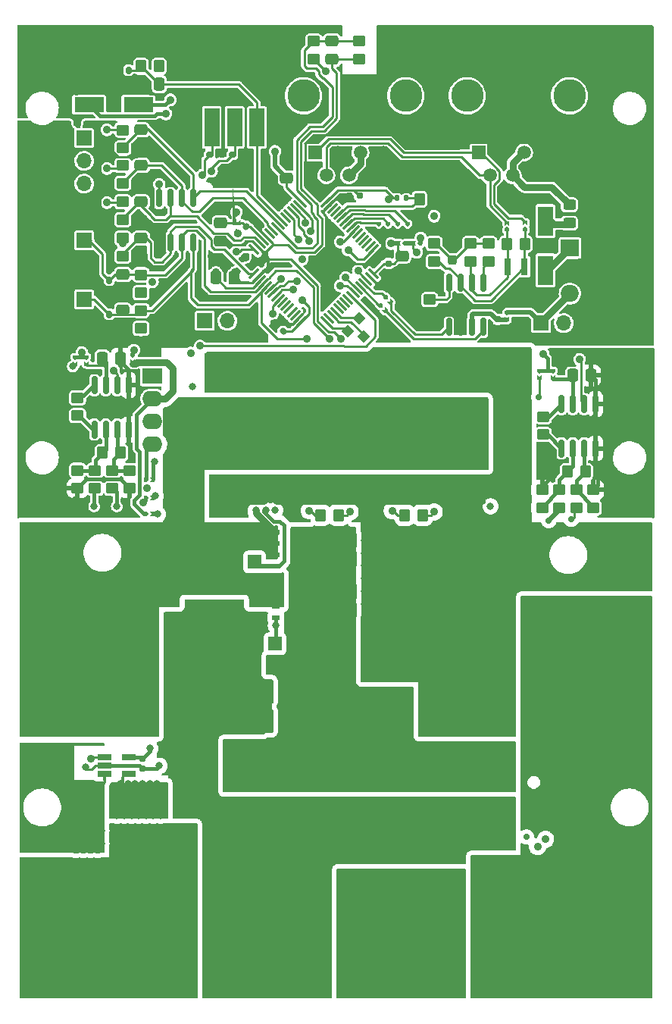
<source format=gbr>
%TF.GenerationSoftware,KiCad,Pcbnew,(6.0.9)*%
%TF.CreationDate,2022-11-24T15:29:19-03:00*%
%TF.ProjectId,main,6d61696e-2e6b-4696-9361-645f70636258,rev?*%
%TF.SameCoordinates,Original*%
%TF.FileFunction,Copper,L1,Top*%
%TF.FilePolarity,Positive*%
%FSLAX46Y46*%
G04 Gerber Fmt 4.6, Leading zero omitted, Abs format (unit mm)*
G04 Created by KiCad (PCBNEW (6.0.9)) date 2022-11-24 15:29:19*
%MOMM*%
%LPD*%
G01*
G04 APERTURE LIST*
G04 Aperture macros list*
%AMRoundRect*
0 Rectangle with rounded corners*
0 $1 Rounding radius*
0 $2 $3 $4 $5 $6 $7 $8 $9 X,Y pos of 4 corners*
0 Add a 4 corners polygon primitive as box body*
4,1,4,$2,$3,$4,$5,$6,$7,$8,$9,$2,$3,0*
0 Add four circle primitives for the rounded corners*
1,1,$1+$1,$2,$3*
1,1,$1+$1,$4,$5*
1,1,$1+$1,$6,$7*
1,1,$1+$1,$8,$9*
0 Add four rect primitives between the rounded corners*
20,1,$1+$1,$2,$3,$4,$5,0*
20,1,$1+$1,$4,$5,$6,$7,0*
20,1,$1+$1,$6,$7,$8,$9,0*
20,1,$1+$1,$8,$9,$2,$3,0*%
%AMRotRect*
0 Rectangle, with rotation*
0 The origin of the aperture is its center*
0 $1 length*
0 $2 width*
0 $3 Rotation angle, in degrees counterclockwise*
0 Add horizontal line*
21,1,$1,$2,0,0,$3*%
%AMFreePoly0*
4,1,24,0.072828,0.257987,0.091931,0.252452,0.345931,0.049252,0.349258,0.043209,0.355301,0.039882,0.359977,0.023744,0.368082,0.009026,0.366162,0.002400,0.368082,-0.004226,0.359977,-0.018944,0.355301,-0.035082,0.349258,-0.038409,0.345931,-0.044452,0.091931,-0.247652,0.072828,-0.253187,0.054449,-0.260800,-0.123351,-0.260800,-0.165777,-0.243226,-0.183351,-0.200800,-0.183351,0.205600,
-0.165777,0.248026,-0.123351,0.265600,0.054449,0.265600,0.072828,0.257987,0.072828,0.257987,$1*%
%AMFreePoly1*
4,1,40,0.141626,0.245626,0.159200,0.203200,0.159200,-0.203200,0.141626,-0.245626,0.099200,-0.263200,-0.256400,-0.263200,-0.259782,-0.261799,-0.263299,-0.262801,-0.280566,-0.253190,-0.298826,-0.245626,-0.300226,-0.242247,-0.303423,-0.240467,-0.308835,-0.221462,-0.316400,-0.203200,-0.314999,-0.199818,-0.316001,-0.196301,-0.306390,-0.179034,-0.298826,-0.160774,-0.295447,-0.159374,-0.293667,-0.156177,
-0.098668,-0.001638,-0.099200,0.000000,-0.098668,0.001638,-0.293667,0.156177,-0.295447,0.159374,-0.298826,0.160774,-0.306390,0.179034,-0.316001,0.196301,-0.314999,0.199818,-0.316400,0.203200,-0.308835,0.221462,-0.303423,0.240467,-0.300226,0.242247,-0.298826,0.245626,-0.280566,0.253190,-0.263299,0.262801,-0.259782,0.261799,-0.256400,0.263200,0.099200,0.263200,0.141626,0.245626,
0.141626,0.245626,$1*%
%AMFreePoly2*
4,1,24,0.323179,0.308787,0.342282,0.303252,0.596282,0.100052,0.599609,0.094009,0.605652,0.090682,0.610328,0.074544,0.618433,0.059826,0.616513,0.053200,0.618433,0.046574,0.610328,0.031856,0.605652,0.015718,0.599609,0.012391,0.596282,0.006348,0.342282,-0.196852,0.323179,-0.202387,0.304800,-0.210000,-0.127000,-0.210000,-0.169426,-0.192426,-0.187000,-0.150000,-0.187000,0.256400,
-0.169426,0.298826,-0.127000,0.316400,0.304800,0.316400,0.323179,0.308787,0.323179,0.308787,$1*%
%AMFreePoly3*
4,1,63,0.460449,0.261854,0.463826,0.262833,0.481253,0.253237,0.499626,0.245626,0.500971,0.242378,0.504052,0.240682,0.509589,0.221575,0.517200,0.203200,0.515854,0.199951,0.516833,0.196574,0.507237,0.179147,0.499626,0.160774,0.496378,0.159429,0.494682,0.156348,0.299247,0.000000,0.494682,-0.156348,0.496378,-0.159429,0.499626,-0.160774,0.507237,-0.179147,0.516833,-0.196574,
0.515854,-0.199951,0.517200,-0.203200,0.509589,-0.221575,0.504052,-0.240682,0.500971,-0.242378,0.499626,-0.245626,0.481253,-0.253237,0.463826,-0.262833,0.460449,-0.261854,0.457200,-0.263200,-0.406400,-0.263200,-0.409782,-0.261799,-0.413299,-0.262801,-0.430566,-0.253190,-0.448826,-0.245626,-0.450226,-0.242247,-0.453423,-0.240467,-0.458835,-0.221462,-0.466400,-0.203200,-0.464999,-0.199818,
-0.466001,-0.196301,-0.456390,-0.179034,-0.448826,-0.160774,-0.445447,-0.159374,-0.443667,-0.156177,-0.246601,0.000000,-0.443667,0.156177,-0.445447,0.159374,-0.448826,0.160774,-0.456390,0.179034,-0.466001,0.196301,-0.464999,0.199818,-0.466400,0.203200,-0.458835,0.221462,-0.453423,0.240467,-0.450226,0.242247,-0.448826,0.245626,-0.430566,0.253190,-0.413299,0.262801,-0.409782,0.261799,
-0.406400,0.263200,0.457200,0.263200,0.460449,0.261854,0.460449,0.261854,$1*%
G04 Aperture macros list end*
%TA.AperFunction,ComponentPad*%
%ADD10R,2.250000X1.750000*%
%TD*%
%TA.AperFunction,ComponentPad*%
%ADD11O,2.250000X1.750000*%
%TD*%
%TA.AperFunction,SMDPad,CuDef*%
%ADD12R,1.500000X1.500000*%
%TD*%
%TA.AperFunction,SMDPad,CuDef*%
%ADD13FreePoly0,270.000000*%
%TD*%
%TA.AperFunction,SMDPad,CuDef*%
%ADD14FreePoly1,270.000000*%
%TD*%
%TA.AperFunction,ComponentPad*%
%ADD15R,13.000000X13.000000*%
%TD*%
%TA.AperFunction,SMDPad,CuDef*%
%ADD16RoundRect,0.250000X-0.450000X0.350000X-0.450000X-0.350000X0.450000X-0.350000X0.450000X0.350000X0*%
%TD*%
%TA.AperFunction,SMDPad,CuDef*%
%ADD17R,3.300000X1.700000*%
%TD*%
%TA.AperFunction,SMDPad,CuDef*%
%ADD18R,6.700000X15.000000*%
%TD*%
%TA.AperFunction,SMDPad,CuDef*%
%ADD19FreePoly0,0.000000*%
%TD*%
%TA.AperFunction,SMDPad,CuDef*%
%ADD20FreePoly1,0.000000*%
%TD*%
%TA.AperFunction,SMDPad,CuDef*%
%ADD21RoundRect,0.155000X0.212500X0.155000X-0.212500X0.155000X-0.212500X-0.155000X0.212500X-0.155000X0*%
%TD*%
%TA.AperFunction,ComponentPad*%
%ADD22R,1.700000X1.700000*%
%TD*%
%TA.AperFunction,ComponentPad*%
%ADD23O,1.700000X1.700000*%
%TD*%
%TA.AperFunction,SMDPad,CuDef*%
%ADD24FreePoly0,90.000000*%
%TD*%
%TA.AperFunction,SMDPad,CuDef*%
%ADD25FreePoly1,90.000000*%
%TD*%
%TA.AperFunction,SMDPad,CuDef*%
%ADD26RoundRect,0.155000X-0.155000X0.212500X-0.155000X-0.212500X0.155000X-0.212500X0.155000X0.212500X0*%
%TD*%
%TA.AperFunction,SMDPad,CuDef*%
%ADD27RoundRect,0.250000X-1.000000X1.500000X-1.000000X-1.500000X1.000000X-1.500000X1.000000X1.500000X0*%
%TD*%
%TA.AperFunction,SMDPad,CuDef*%
%ADD28RoundRect,0.250000X-0.350000X-0.450000X0.350000X-0.450000X0.350000X0.450000X-0.350000X0.450000X0*%
%TD*%
%TA.AperFunction,SMDPad,CuDef*%
%ADD29RoundRect,0.250000X0.325000X1.100000X-0.325000X1.100000X-0.325000X-1.100000X0.325000X-1.100000X0*%
%TD*%
%TA.AperFunction,SMDPad,CuDef*%
%ADD30RoundRect,0.250000X0.450000X-0.350000X0.450000X0.350000X-0.450000X0.350000X-0.450000X-0.350000X0*%
%TD*%
%TA.AperFunction,SMDPad,CuDef*%
%ADD31FreePoly0,180.000000*%
%TD*%
%TA.AperFunction,SMDPad,CuDef*%
%ADD32FreePoly1,180.000000*%
%TD*%
%TA.AperFunction,SMDPad,CuDef*%
%ADD33RoundRect,0.250000X-0.337500X-0.475000X0.337500X-0.475000X0.337500X0.475000X-0.337500X0.475000X0*%
%TD*%
%TA.AperFunction,SMDPad,CuDef*%
%ADD34R,1.270000X1.400000*%
%TD*%
%TA.AperFunction,SMDPad,CuDef*%
%ADD35R,4.720000X4.800000*%
%TD*%
%TA.AperFunction,SMDPad,CuDef*%
%ADD36RoundRect,0.250000X-0.475000X0.337500X-0.475000X-0.337500X0.475000X-0.337500X0.475000X0.337500X0*%
%TD*%
%TA.AperFunction,SMDPad,CuDef*%
%ADD37FreePoly2,270.000000*%
%TD*%
%TA.AperFunction,SMDPad,CuDef*%
%ADD38FreePoly3,270.000000*%
%TD*%
%TA.AperFunction,SMDPad,CuDef*%
%ADD39FreePoly2,90.000000*%
%TD*%
%TA.AperFunction,SMDPad,CuDef*%
%ADD40RoundRect,0.160000X0.160000X-0.222500X0.160000X0.222500X-0.160000X0.222500X-0.160000X-0.222500X0*%
%TD*%
%TA.AperFunction,SMDPad,CuDef*%
%ADD41RoundRect,0.250000X-2.450000X0.650000X-2.450000X-0.650000X2.450000X-0.650000X2.450000X0.650000X0*%
%TD*%
%TA.AperFunction,SMDPad,CuDef*%
%ADD42RoundRect,0.250000X2.450000X-0.650000X2.450000X0.650000X-2.450000X0.650000X-2.450000X-0.650000X0*%
%TD*%
%TA.AperFunction,SMDPad,CuDef*%
%ADD43RoundRect,0.250000X0.337500X0.475000X-0.337500X0.475000X-0.337500X-0.475000X0.337500X-0.475000X0*%
%TD*%
%TA.AperFunction,SMDPad,CuDef*%
%ADD44RoundRect,0.075000X-0.548008X0.441942X0.441942X-0.548008X0.548008X-0.441942X-0.441942X0.548008X0*%
%TD*%
%TA.AperFunction,SMDPad,CuDef*%
%ADD45RoundRect,0.075000X-0.548008X-0.441942X-0.441942X-0.548008X0.548008X0.441942X0.441942X0.548008X0*%
%TD*%
%TA.AperFunction,SMDPad,CuDef*%
%ADD46RoundRect,0.237500X0.237500X-0.300000X0.237500X0.300000X-0.237500X0.300000X-0.237500X-0.300000X0*%
%TD*%
%TA.AperFunction,SMDPad,CuDef*%
%ADD47C,0.300000*%
%TD*%
%TA.AperFunction,SMDPad,CuDef*%
%ADD48FreePoly0,315.000000*%
%TD*%
%TA.AperFunction,SMDPad,CuDef*%
%ADD49FreePoly1,315.000000*%
%TD*%
%TA.AperFunction,SMDPad,CuDef*%
%ADD50RoundRect,0.150000X0.150000X-0.825000X0.150000X0.825000X-0.150000X0.825000X-0.150000X-0.825000X0*%
%TD*%
%TA.AperFunction,SMDPad,CuDef*%
%ADD51R,1.700000X4.240000*%
%TD*%
%TA.AperFunction,SMDPad,CuDef*%
%ADD52R,0.850000X0.500000*%
%TD*%
%TA.AperFunction,SMDPad,CuDef*%
%ADD53R,4.550000X4.410000*%
%TD*%
%TA.AperFunction,SMDPad,CuDef*%
%ADD54RoundRect,0.250000X0.450000X-0.325000X0.450000X0.325000X-0.450000X0.325000X-0.450000X-0.325000X0*%
%TD*%
%TA.AperFunction,SMDPad,CuDef*%
%ADD55RoundRect,0.249999X-0.450001X-1.425001X0.450001X-1.425001X0.450001X1.425001X-0.450001X1.425001X0*%
%TD*%
%TA.AperFunction,SMDPad,CuDef*%
%ADD56R,0.800000X1.900000*%
%TD*%
%TA.AperFunction,SMDPad,CuDef*%
%ADD57RoundRect,0.160000X-0.222500X-0.160000X0.222500X-0.160000X0.222500X0.160000X-0.222500X0.160000X0*%
%TD*%
%TA.AperFunction,SMDPad,CuDef*%
%ADD58RoundRect,0.155000X0.040659X0.259862X-0.259862X-0.040659X-0.040659X-0.259862X0.259862X0.040659X0*%
%TD*%
%TA.AperFunction,SMDPad,CuDef*%
%ADD59RoundRect,0.135000X-0.135000X-0.185000X0.135000X-0.185000X0.135000X0.185000X-0.135000X0.185000X0*%
%TD*%
%TA.AperFunction,SMDPad,CuDef*%
%ADD60RoundRect,0.250000X0.475000X-0.337500X0.475000X0.337500X-0.475000X0.337500X-0.475000X-0.337500X0*%
%TD*%
%TA.AperFunction,SMDPad,CuDef*%
%ADD61RoundRect,0.155000X0.259862X-0.040659X-0.040659X0.259862X-0.259862X0.040659X0.040659X-0.259862X0*%
%TD*%
%TA.AperFunction,SMDPad,CuDef*%
%ADD62RotRect,1.000000X1.000000X45.000000*%
%TD*%
%TA.AperFunction,SMDPad,CuDef*%
%ADD63RoundRect,0.409835X-0.840165X-1.090165X0.840165X-1.090165X0.840165X1.090165X-0.840165X1.090165X0*%
%TD*%
%TA.AperFunction,SMDPad,CuDef*%
%ADD64R,1.560000X0.650000*%
%TD*%
%TA.AperFunction,SMDPad,CuDef*%
%ADD65R,1.700000X3.300000*%
%TD*%
%TA.AperFunction,ComponentPad*%
%ADD66R,2.000000X1.905000*%
%TD*%
%TA.AperFunction,ComponentPad*%
%ADD67O,2.000000X1.905000*%
%TD*%
%TA.AperFunction,WasherPad*%
%ADD68C,3.650000*%
%TD*%
%TA.AperFunction,ComponentPad*%
%ADD69R,1.500000X1.500000*%
%TD*%
%TA.AperFunction,ComponentPad*%
%ADD70C,1.500000*%
%TD*%
%TA.AperFunction,ComponentPad*%
%ADD71C,2.500000*%
%TD*%
%TA.AperFunction,ViaPad*%
%ADD72C,0.900000*%
%TD*%
%TA.AperFunction,ViaPad*%
%ADD73C,0.800000*%
%TD*%
%TA.AperFunction,ViaPad*%
%ADD74C,0.700000*%
%TD*%
%TA.AperFunction,Conductor*%
%ADD75C,0.254000*%
%TD*%
%TA.AperFunction,Conductor*%
%ADD76C,0.762000*%
%TD*%
%TA.AperFunction,Conductor*%
%ADD77C,0.508000*%
%TD*%
%TA.AperFunction,Conductor*%
%ADD78C,0.381000*%
%TD*%
%TA.AperFunction,Conductor*%
%ADD79C,0.250000*%
%TD*%
G04 APERTURE END LIST*
%TO.C,NT301*%
G36*
X41296400Y-109567600D02*
G01*
X40999600Y-109567600D01*
X40999600Y-108923200D01*
X41296400Y-108923200D01*
X41296400Y-109567600D01*
G37*
%TO.C,NT102*%
G36*
X25040400Y-167428800D02*
G01*
X24743600Y-167428800D01*
X24743600Y-166784400D01*
X25040400Y-166784400D01*
X25040400Y-167428800D01*
G37*
%TO.C,NT101*%
G36*
X23008400Y-167174800D02*
G01*
X22711600Y-167174800D01*
X22711600Y-166530400D01*
X23008400Y-166530400D01*
X23008400Y-167174800D01*
G37*
%TD*%
D10*
%TO.P,PS501,1,-Vin*%
%TO.N,GND*%
X28215500Y-121997500D03*
D11*
%TO.P,PS501,2,+Vin*%
%TO.N,/5V_Driver*%
X28215500Y-124537500D03*
%TO.P,PS501,3,-Vout*%
%TO.N,/Cuk/S*%
X28215500Y-127077500D03*
%TO.P,PS501,4,+Vout*%
%TO.N,Net-(C501-Pad2)*%
X28215500Y-129617500D03*
%TD*%
D12*
%TO.P,TP401,1,1*%
%TO.N,/Cuk/G0*%
X39624000Y-142748000D03*
%TD*%
D13*
%TO.P,JP204,1,A*%
%TO.N,Net-(JP204-Pad1)*%
X53466786Y-104941899D03*
D14*
%TO.P,JP204,2,B*%
%TO.N,GND*%
X53464386Y-105780099D03*
%TD*%
D15*
%TO.P,H104,1,1*%
%TO.N,/B+*%
X71120000Y-183968200D03*
%TD*%
D16*
%TO.P,R321,1*%
%TO.N,Net-(R321-Pad1)*%
X24892000Y-94504000D03*
%TO.P,R321,2*%
%TO.N,/Analog/I_bat_adc+*%
X24892000Y-96504000D03*
%TD*%
D17*
%TO.P,D101,1,K*%
%TO.N,/3V3_STM*%
X26626000Y-91694000D03*
%TO.P,D101,2,A*%
%TO.N,Net-(D101-Pad2)*%
X21126000Y-91694000D03*
%TD*%
D16*
%TO.P,R308,1*%
%TO.N,Net-(R308-Pad1)*%
X75565000Y-134716000D03*
%TO.P,R308,2*%
%TO.N,/B+*%
X75565000Y-136716000D03*
%TD*%
D18*
%TO.P,Li401,1,1*%
%TO.N,/Cuk/S*%
X22786600Y-154432000D03*
%TO.P,Li401,2,2*%
%TO.N,/P-*%
X35125400Y-154432000D03*
%TD*%
D19*
%TO.P,JP502,1,A*%
%TO.N,/5V_Driver*%
X27432000Y-137411600D03*
D20*
%TO.P,JP502,2,B*%
%TO.N,Net-(C503-Pad1)*%
X28270200Y-137414000D03*
%TD*%
D16*
%TO.P,R703,1*%
%TO.N,Net-(C702-Pad1)*%
X59690000Y-107188000D03*
%TO.P,R703,2*%
%TO.N,/can/CAN_H*%
X59690000Y-109188000D03*
%TD*%
D21*
%TO.P,C209,1*%
%TO.N,/STM32/3V3_MCU*%
X51367500Y-101854000D03*
%TO.P,C209,2*%
%TO.N,GND*%
X50232500Y-101854000D03*
%TD*%
D22*
%TO.P,J304,1,Pin_1*%
%TO.N,/Analog/V_temp_mos*%
X20574000Y-113408000D03*
D23*
%TO.P,J304,2,Pin_2*%
%TO.N,GNDA*%
X20574000Y-115948000D03*
%TD*%
D15*
%TO.P,H102,1,1*%
%TO.N,/P+Unfused*%
X26162000Y-183540400D03*
%TD*%
D24*
%TO.P,JP109,1,A*%
%TO.N,/can/CAN_H*%
X69844198Y-105641100D03*
D25*
%TO.P,JP109,2,B*%
%TO.N,/can_connector/CAN_H*%
X69846598Y-104802900D03*
%TD*%
D13*
%TO.P,JP303,1,A*%
%TO.N,/3V3_Analog*%
X19560400Y-119851700D03*
D14*
%TO.P,JP303,2,B*%
%TO.N,/Analog/3V3_IPanel*%
X19558000Y-120689900D03*
%TD*%
D13*
%TO.P,JP207,1,A*%
%TO.N,Net-(JP207-Pad1)*%
X56699679Y-104941900D03*
D14*
%TO.P,JP207,2,B*%
%TO.N,GND*%
X56697279Y-105780100D03*
%TD*%
D26*
%TO.P,C701,1*%
%TO.N,GND*%
X66804948Y-114511500D03*
%TO.P,C701,2*%
%TO.N,/5V_CAN*%
X66804948Y-115646500D03*
%TD*%
D27*
%TO.P,Ci406,1*%
%TO.N,/Cuk/A*%
X38100000Y-165152000D03*
%TO.P,Ci406,2*%
%TO.N,/P-*%
X38100000Y-171652000D03*
%TD*%
D18*
%TO.P,L401,1,1*%
%TO.N,/Cuk/C*%
X61648600Y-154682700D03*
%TO.P,L401,2,2*%
%TO.N,/B+*%
X73987400Y-154682700D03*
%TD*%
D28*
%TO.P,R705,1*%
%TO.N,/can/CAN_L*%
X67836948Y-107238000D03*
%TO.P,R705,2*%
%TO.N,/can/CAN_H*%
X69836948Y-107238000D03*
%TD*%
D16*
%TO.P,TH303,1*%
%TO.N,/Analog/V_temp_amb*%
X51308000Y-84576500D03*
%TO.P,TH303,2*%
%TO.N,GNDA*%
X51308000Y-86576500D03*
%TD*%
D29*
%TO.P,Ci402,1*%
%TO.N,/Cuk/A*%
X44098000Y-160528000D03*
%TO.P,Ci402,2*%
%TO.N,/P-*%
X41148000Y-160528000D03*
%TD*%
D19*
%TO.P,JP501,1,A*%
%TO.N,Net-(C501-Pad2)*%
X27432000Y-133607950D03*
D20*
%TO.P,JP501,2,B*%
%TO.N,/Cuk/driver/+15V_isolated*%
X28270200Y-133610350D03*
%TD*%
D30*
%TO.P,R315,1*%
%TO.N,Net-(R309-Pad1)*%
X71755000Y-136700000D03*
%TO.P,R315,2*%
%TO.N,GNDA*%
X71755000Y-134700000D03*
%TD*%
D13*
%TO.P,JP304,1,A*%
%TO.N,/3V3_Analog*%
X71452600Y-121375700D03*
D14*
%TO.P,JP304,2,B*%
%TO.N,/Analog/3V3_Ibat*%
X71450200Y-122213900D03*
%TD*%
D31*
%TO.P,JP201,1,A*%
%TO.N,/3V3_STM*%
X56464200Y-107190400D03*
D32*
%TO.P,JP201,2,B*%
%TO.N,/STM32/3V3_MCU*%
X55626000Y-107188000D03*
%TD*%
D33*
%TO.P,C307,1*%
%TO.N,/Analog/3V3_Vpanel*%
X22584500Y-119997000D03*
%TO.P,C307,2*%
%TO.N,GNDA*%
X24659500Y-119997000D03*
%TD*%
D27*
%TO.P,Ci405,1*%
%TO.N,/Cuk/A*%
X47625000Y-165152000D03*
%TO.P,Ci405,2*%
%TO.N,/P-*%
X47625000Y-171652000D03*
%TD*%
D15*
%TO.P,H101,1,1*%
%TO.N,/P-*%
X41122067Y-184095200D03*
%TD*%
D22*
%TO.P,J302,1,Pin_1*%
%TO.N,/3V3_Analog*%
X34051000Y-115824000D03*
D23*
%TO.P,J302,2,Pin_2*%
%TO.N,Net-(J302-Pad2)*%
X36591000Y-115824000D03*
%TO.P,J302,3,Pin_3*%
%TO.N,GNDA*%
X39131000Y-115824000D03*
%TD*%
D34*
%TO.P,D407,1,A*%
%TO.N,/Cuk/A*%
X50393200Y-148106000D03*
%TO.P,D407,2,A*%
X50393200Y-146026000D03*
D35*
%TO.P,D407,3,K*%
%TO.N,/Cuk/C*%
X54198200Y-147066000D03*
%TD*%
D36*
%TO.P,C303,1*%
%TO.N,/Analog/V_temp_diode*%
X24892000Y-110641580D03*
%TO.P,C303,2*%
%TO.N,GNDA*%
X24892000Y-112716580D03*
%TD*%
D37*
%TO.P,JP203,1,A*%
%TO.N,/STM32/3V_Ref*%
X37539999Y-103606600D03*
D38*
%TO.P,JP203,2,C*%
%TO.N,/STM32/3VA*%
X37590799Y-104851200D03*
D39*
%TO.P,JP203,3,B*%
%TO.N,/STM32/3V3_MCU*%
X37641599Y-106146600D03*
%TD*%
D16*
%TO.P,R307,1*%
%TO.N,Net-(R307-Pad1)*%
X21776267Y-132521200D03*
%TO.P,R307,2*%
%TO.N,/P-*%
X21776267Y-134521200D03*
%TD*%
%TO.P,R301,1*%
%TO.N,/Analog/V_temp_diode*%
X26924000Y-110679080D03*
%TO.P,R301,2*%
%TO.N,/3V3_Analog*%
X26924000Y-112679080D03*
%TD*%
D40*
%TO.P,D301,1,A1*%
%TO.N,GNDA*%
X23368000Y-116240960D03*
%TO.P,D301,2,A2*%
%TO.N,/Analog/V_temp_mos*%
X23368000Y-115095960D03*
%TD*%
D29*
%TO.P,Ci401,1*%
%TO.N,/Cuk/A*%
X44098000Y-157226000D03*
%TO.P,Ci401,2*%
%TO.N,/P-*%
X41148000Y-157226000D03*
%TD*%
D16*
%TO.P,R309,1*%
%TO.N,Net-(R309-Pad1)*%
X73660000Y-134684000D03*
%TO.P,R309,2*%
%TO.N,/B-*%
X73660000Y-136684000D03*
%TD*%
D41*
%TO.P,Cc407,1*%
%TO.N,/Cuk/C*%
X38354000Y-122316400D03*
%TO.P,Cc407,2*%
%TO.N,/Cuk/S*%
X38354000Y-127416400D03*
%TD*%
D42*
%TO.P,Cc401,1*%
%TO.N,/Cuk/C*%
X56642000Y-135417400D03*
%TO.P,Cc401,2*%
%TO.N,/Cuk/S*%
X56642000Y-130317400D03*
%TD*%
D36*
%TO.P,C311,1*%
%TO.N,/Analog/I_panel_adc+*%
X26924000Y-102520580D03*
%TO.P,C311,2*%
%TO.N,GNDA*%
X26924000Y-104595580D03*
%TD*%
D16*
%TO.P,R320,1*%
%TO.N,Net-(R320-Pad1)*%
X24892000Y-102520080D03*
%TO.P,R320,2*%
%TO.N,/Analog/I_panel_adc+*%
X24892000Y-104520080D03*
%TD*%
D43*
%TO.P,C207,1*%
%TO.N,GND*%
X37359500Y-110998000D03*
%TO.P,C207,2*%
%TO.N,/STM32/3V3_MCU*%
X35284500Y-110998000D03*
%TD*%
D33*
%TO.P,C308,1*%
%TO.N,/Analog/3V3_Vbat*%
X75162500Y-121920000D03*
%TO.P,C308,2*%
%TO.N,GNDA*%
X77237500Y-121920000D03*
%TD*%
D41*
%TO.P,Cc403,1*%
%TO.N,/Cuk/C*%
X56642000Y-122316400D03*
%TO.P,Cc403,2*%
%TO.N,/Cuk/S*%
X56642000Y-127416400D03*
%TD*%
D12*
%TO.P,TP405,1,1*%
%TO.N,/Cuk/C*%
X58420000Y-142223000D03*
%TD*%
D42*
%TO.P,Cc408,1*%
%TO.N,/Cuk/C*%
X44450000Y-135417400D03*
%TO.P,Cc408,2*%
%TO.N,/Cuk/S*%
X44450000Y-130317400D03*
%TD*%
D30*
%TO.P,R310,1*%
%TO.N,GNDA*%
X25670933Y-134537200D03*
%TO.P,R310,2*%
%TO.N,Net-(R306-Pad1)*%
X25670933Y-132537200D03*
%TD*%
D44*
%TO.P,U202,1,VBAT*%
%TO.N,/STM32/3V3_MCU*%
X44866819Y-102555519D03*
%TO.P,U202,2,PC13*%
%TO.N,/STM32/LED_0*%
X44513266Y-102909072D03*
%TO.P,U202,3,PC14*%
%TO.N,/STM32/LED_1*%
X44159713Y-103262625D03*
%TO.P,U202,4,PC15*%
%TO.N,/STM32/STATUS_LED*%
X43806159Y-103616179D03*
%TO.P,U202,5,PH0*%
%TO.N,/STM32/CAN_BUSY*%
X43452606Y-103969732D03*
%TO.P,U202,6,PH1*%
%TO.N,unconnected-(U202-Pad6)*%
X43099052Y-104323286D03*
%TO.P,U202,7,NRST*%
%TO.N,/RESET*%
X42745499Y-104676839D03*
%TO.P,U202,8,PC0*%
%TO.N,/Analog/I_bat_adc+*%
X42391946Y-105030392D03*
%TO.P,U202,9,PC1*%
%TO.N,/Analog/V_temp_amb*%
X42038392Y-105383946D03*
%TO.P,U202,10,PC2*%
%TO.N,/Analog/V_panel_adc+*%
X41684839Y-105737499D03*
%TO.P,U202,11,PC3*%
%TO.N,unconnected-(U202-Pad11)*%
X41331286Y-106091052D03*
%TO.P,U202,12,VSSA*%
%TO.N,GNDA*%
X40977732Y-106444606D03*
%TO.P,U202,13,VDDA*%
%TO.N,/STM32/3VA*%
X40624179Y-106798159D03*
%TO.P,U202,14,PA0*%
%TO.N,/Analog/I_panel_adc+*%
X40270625Y-107151713D03*
%TO.P,U202,15,PA1*%
%TO.N,GNDA*%
X39917072Y-107505266D03*
%TO.P,U202,16,PA2*%
%TO.N,/Analog/Vbat_comp*%
X39563519Y-107858819D03*
D45*
%TO.P,U202,17,PA3*%
%TO.N,/Analog/V_bat_adc+*%
X39563519Y-110581181D03*
%TO.P,U202,18,VSS*%
%TO.N,GND*%
X39917072Y-110934734D03*
%TO.P,U202,19,VDD*%
%TO.N,/STM32/3V3_MCU*%
X40270625Y-111288287D03*
%TO.P,U202,20,PA4*%
%TO.N,/Analog/V_temp_diode*%
X40624179Y-111641841D03*
%TO.P,U202,21,PA5*%
%TO.N,/Analog/V_temp_mos*%
X40977732Y-111995394D03*
%TO.P,U202,22,PA6*%
%TO.N,/Analog/V_Rad*%
X41331286Y-112348948D03*
%TO.P,U202,23,PA7*%
%TO.N,/STM32/Bat_OverV_Out*%
X41684839Y-112702501D03*
%TO.P,U202,24,PC4*%
%TO.N,/Analog/Vbat_comp_in_EXT*%
X42038392Y-113056054D03*
%TO.P,U202,25,PC5*%
%TO.N,/Analog/Vbat_comp_EXT*%
X42391946Y-113409608D03*
%TO.P,U202,26,PB0*%
%TO.N,unconnected-(U202-Pad26)*%
X42745499Y-113763161D03*
%TO.P,U202,27,PB1*%
%TO.N,unconnected-(U202-Pad27)*%
X43099052Y-114116714D03*
%TO.P,U202,28,PB2*%
%TO.N,unconnected-(U202-Pad28)*%
X43452606Y-114470268D03*
%TO.P,U202,29,PB10*%
%TO.N,unconnected-(U202-Pad29)*%
X43806159Y-114823821D03*
%TO.P,U202,30,PB11*%
%TO.N,unconnected-(U202-Pad30)*%
X44159713Y-115177375D03*
%TO.P,U202,31,VSS*%
%TO.N,GND*%
X44513266Y-115530928D03*
%TO.P,U202,32,VDD*%
%TO.N,/STM32/3V3_MCU*%
X44866819Y-115884481D03*
D44*
%TO.P,U202,33,PB12*%
%TO.N,Net-(TP203-Pad1)*%
X47589181Y-115884481D03*
%TO.P,U202,34,PB13*%
%TO.N,/STM32/PWM_N*%
X47942734Y-115530928D03*
%TO.P,U202,35,PB14*%
%TO.N,Net-(TP202-Pad1)*%
X48296287Y-115177375D03*
%TO.P,U202,36,PB15*%
%TO.N,Net-(TP201-Pad1)*%
X48649841Y-114823821D03*
%TO.P,U202,37,PC6*%
%TO.N,unconnected-(U202-Pad37)*%
X49003394Y-114470268D03*
%TO.P,U202,38,PC7*%
%TO.N,unconnected-(U202-Pad38)*%
X49356948Y-114116714D03*
%TO.P,U202,39,PC8*%
%TO.N,unconnected-(U202-Pad39)*%
X49710501Y-113763161D03*
%TO.P,U202,40,PC9*%
%TO.N,unconnected-(U202-Pad40)*%
X50064054Y-113409608D03*
%TO.P,U202,41,PA8*%
%TO.N,/PWM*%
X50417608Y-113056054D03*
%TO.P,U202,42,PA9*%
%TO.N,/USART_TX*%
X50771161Y-112702501D03*
%TO.P,U202,43,PA10*%
%TO.N,/USART_RX*%
X51124714Y-112348948D03*
%TO.P,U202,44,PA11*%
%TO.N,/STM32/CAN_RX*%
X51478268Y-111995394D03*
%TO.P,U202,45,PA12*%
%TO.N,/STM32/CAN_TX*%
X51831821Y-111641841D03*
%TO.P,U202,46,PA13*%
%TO.N,/SWDIO*%
X52185375Y-111288287D03*
%TO.P,U202,47,VSS*%
%TO.N,GND*%
X52538928Y-110934734D03*
%TO.P,U202,48,VDD*%
%TO.N,/STM32/3V3_MCU*%
X52892481Y-110581181D03*
D45*
%TO.P,U202,49,PA14*%
%TO.N,/SWCLK*%
X52892481Y-107858819D03*
%TO.P,U202,50,PA15*%
%TO.N,unconnected-(U202-Pad50)*%
X52538928Y-107505266D03*
%TO.P,U202,51,PC10*%
%TO.N,unconnected-(U202-Pad51)*%
X52185375Y-107151713D03*
%TO.P,U202,52,PC11*%
%TO.N,unconnected-(U202-Pad52)*%
X51831821Y-106798159D03*
%TO.P,U202,53,PC12*%
%TO.N,unconnected-(U202-Pad53)*%
X51478268Y-106444606D03*
%TO.P,U202,54,PD2*%
%TO.N,unconnected-(U202-Pad54)*%
X51124714Y-106091052D03*
%TO.P,U202,55,PB3*%
%TO.N,/SWO*%
X50771161Y-105737499D03*
%TO.P,U202,56,PB4*%
%TO.N,Net-(JP204-Pad1)*%
X50417608Y-105383946D03*
%TO.P,U202,57,PB5*%
%TO.N,Net-(JP205-Pad1)*%
X50064054Y-105030392D03*
%TO.P,U202,58,PB6*%
%TO.N,Net-(JP206-Pad1)*%
X49710501Y-104676839D03*
%TO.P,U202,59,PB7*%
%TO.N,Net-(JP207-Pad1)*%
X49356948Y-104323286D03*
%TO.P,U202,60,PH3*%
%TO.N,/STM32/BOOT0*%
X49003394Y-103969732D03*
%TO.P,U202,61,PB8*%
%TO.N,unconnected-(U202-Pad61)*%
X48649841Y-103616179D03*
%TO.P,U202,62,PB9*%
%TO.N,unconnected-(U202-Pad62)*%
X48296287Y-103262625D03*
%TO.P,U202,63,VSS*%
%TO.N,GND*%
X47942734Y-102909072D03*
%TO.P,U202,64,VDD*%
%TO.N,/STM32/3V3_MCU*%
X47589181Y-102555519D03*
%TD*%
D16*
%TO.P,R702,1*%
%TO.N,Net-(C702-Pad1)*%
X65786000Y-107188000D03*
%TO.P,R702,2*%
%TO.N,Net-(R702-Pad2)*%
X65786000Y-109188000D03*
%TD*%
%TO.P,R701,1*%
%TO.N,Net-(R701-Pad1)*%
X59182000Y-113448900D03*
%TO.P,R701,2*%
%TO.N,GND*%
X59182000Y-115448900D03*
%TD*%
D46*
%TO.P,C702,1*%
%TO.N,Net-(C702-Pad1)*%
X61722000Y-109050500D03*
%TO.P,C702,2*%
%TO.N,GND*%
X61722000Y-107325500D03*
%TD*%
D47*
%TO.P,NT301,1,1*%
%TO.N,GND*%
X41148000Y-109575600D03*
%TO.P,NT301,2,2*%
%TO.N,GNDA*%
X41148000Y-108915200D03*
%TD*%
D15*
%TO.P,H103,1,1*%
%TO.N,/B-*%
X56060733Y-183978900D03*
%TD*%
D48*
%TO.P,JP108,1,A*%
%TO.N,/STM32/CAN_TX*%
X54273001Y-113197606D03*
D49*
%TO.P,JP108,2,B*%
%TO.N,/can/CAN_TX*%
X54864000Y-113792000D03*
%TD*%
D50*
%TO.P,U302,1,Rg*%
%TO.N,Net-(R317-Pad2)*%
X73914000Y-130063000D03*
%TO.P,U302,2,-*%
%TO.N,Net-(R309-Pad1)*%
X75184000Y-130063000D03*
%TO.P,U302,3,+*%
%TO.N,Net-(R308-Pad1)*%
X76454000Y-130063000D03*
%TO.P,U302,4,V-*%
%TO.N,GNDA*%
X77724000Y-130063000D03*
%TO.P,U302,5,Ref*%
X77724000Y-125113000D03*
%TO.P,U302,6*%
%TO.N,/Analog/V_bat_unfiltered+*%
X76454000Y-125113000D03*
%TO.P,U302,7,V+*%
%TO.N,/Analog/3V3_Vbat*%
X75184000Y-125113000D03*
%TO.P,U302,8,Rg*%
%TO.N,Net-(R317-Pad1)*%
X73914000Y-125113000D03*
%TD*%
D36*
%TO.P,C315,1*%
%TO.N,/Analog/V_temp_amb*%
X48260000Y-84539000D03*
%TO.P,C315,2*%
%TO.N,GNDA*%
X48260000Y-86614000D03*
%TD*%
D16*
%TO.P,R313,1*%
%TO.N,GNDA*%
X77470000Y-134716000D03*
%TO.P,R313,2*%
%TO.N,Net-(R308-Pad1)*%
X77470000Y-136716000D03*
%TD*%
D42*
%TO.P,Cc404,1*%
%TO.N,/Cuk/C*%
X38354000Y-135417400D03*
%TO.P,Cc404,2*%
%TO.N,/Cuk/S*%
X38354000Y-130317400D03*
%TD*%
D12*
%TO.P,TP403,1,1*%
%TO.N,/Cuk/A*%
X45669200Y-151892000D03*
%TD*%
D36*
%TO.P,C206,1*%
%TO.N,GND*%
X43180000Y-97768500D03*
%TO.P,C206,2*%
%TO.N,/STM32/3V3_MCU*%
X43180000Y-99843500D03*
%TD*%
D51*
%TO.P,J102,1,Pin_1*%
%TO.N,/RESET*%
X39892600Y-94219700D03*
%TO.P,J102,2,Pin_2*%
%TO.N,/USART_RX*%
X37378000Y-94219700D03*
%TO.P,J102,3,Pin_3*%
%TO.N,/USART_TX*%
X34838000Y-94219700D03*
%TO.P,J102,4,Pin_4*%
%TO.N,GND*%
X32298000Y-94219700D03*
%TD*%
D12*
%TO.P,TP402,1,1*%
%TO.N,/Cuk/G1*%
X41910000Y-151892000D03*
%TD*%
D36*
%TO.P,C310,1*%
%TO.N,/Analog/V_bat_adc+*%
X26924000Y-106596080D03*
%TO.P,C310,2*%
%TO.N,GNDA*%
X26924000Y-108671080D03*
%TD*%
D28*
%TO.P,R203,1*%
%TO.N,/RESET*%
X26940000Y-87376000D03*
%TO.P,R203,2*%
%TO.N,/STM32/3V3_MCU*%
X28940000Y-87376000D03*
%TD*%
D13*
%TO.P,JP205,1,A*%
%TO.N,Net-(JP205-Pad1)*%
X54544417Y-104941899D03*
D14*
%TO.P,JP205,2,B*%
%TO.N,GND*%
X54542017Y-105780099D03*
%TD*%
D52*
%TO.P,Q401,1,G*%
%TO.N,/Cuk/G0*%
X42003200Y-143256000D03*
D53*
%TO.P,Q401,2,D*%
%TO.N,/Cuk/A*%
X45953200Y-141351000D03*
D52*
%TO.P,Q401,3,S*%
%TO.N,/Cuk/S*%
X42003200Y-141986000D03*
X42003200Y-140716000D03*
X42003200Y-139446000D03*
%TD*%
D16*
%TO.P,R302,1*%
%TO.N,/Analog/V_temp_mos*%
X26924000Y-114668460D03*
%TO.P,R302,2*%
%TO.N,/3V3_Analog*%
X26924000Y-116668460D03*
%TD*%
D13*
%TO.P,JP302,1,A*%
%TO.N,/3V3_Analog*%
X72976600Y-121375700D03*
D14*
%TO.P,JP302,2,B*%
%TO.N,/Analog/3V3_Vbat*%
X72974200Y-122213900D03*
%TD*%
D13*
%TO.P,JP206,1,A*%
%TO.N,Net-(JP206-Pad1)*%
X55622050Y-104941900D03*
D14*
%TO.P,JP206,2,B*%
%TO.N,GND*%
X55619650Y-105780100D03*
%TD*%
D30*
%TO.P,R704,1*%
%TO.N,/can/CAN_L*%
X63754000Y-109188000D03*
%TO.P,R704,2*%
%TO.N,Net-(C702-Pad1)*%
X63754000Y-107188000D03*
%TD*%
D33*
%TO.P,C205,1*%
%TO.N,GND*%
X26902500Y-89408000D03*
%TO.P,C205,2*%
%TO.N,/RESET*%
X28977500Y-89408000D03*
%TD*%
D27*
%TO.P,Ci404,1*%
%TO.N,/Cuk/A*%
X66675000Y-165533000D03*
%TO.P,Ci404,2*%
%TO.N,/P-*%
X66675000Y-172033000D03*
%TD*%
D54*
%TO.P,F102,1*%
%TO.N,Net-(D102-Pad2)*%
X74803000Y-104911000D03*
%TO.P,F102,2*%
%TO.N,/can_connector/CAN_18V*%
X74803000Y-102861000D03*
%TD*%
D26*
%TO.P,C210,1*%
%TO.N,/STM32/3V3_MCU*%
X54610000Y-109414500D03*
%TO.P,C210,2*%
%TO.N,GND*%
X54610000Y-110549500D03*
%TD*%
D55*
%TO.P,R101,1*%
%TO.N,/P+*%
X21133500Y-169425000D03*
%TO.P,R101,2*%
%TO.N,/Cuk/A*%
X27233500Y-169425000D03*
%TD*%
D56*
%TO.P,D701,1,A1*%
%TO.N,/can/CAN_H*%
X69786948Y-109769000D03*
%TO.P,D701,2,A2*%
%TO.N,/can/CAN_L*%
X67886948Y-109769000D03*
%TO.P,D701,3,common*%
%TO.N,GND*%
X68836948Y-112769000D03*
%TD*%
D31*
%TO.P,JP101,1,A*%
%TO.N,+3V3*%
X58126100Y-107184050D03*
D32*
%TO.P,JP101,2,B*%
%TO.N,/3V3_STM*%
X57287900Y-107181650D03*
%TD*%
D22*
%TO.P,J601,1,Pin_1*%
%TO.N,+5V*%
X71643000Y-116078000D03*
D23*
%TO.P,J601,2,Pin_2*%
%TO.N,+3V3*%
X74183000Y-116078000D03*
%TO.P,J601,3,Pin_3*%
%TO.N,GND*%
X76723000Y-116078000D03*
%TD*%
D41*
%TO.P,Cc402,1*%
%TO.N,/Cuk/C*%
X62738000Y-122316400D03*
%TO.P,Cc402,2*%
%TO.N,/Cuk/S*%
X62738000Y-127416400D03*
%TD*%
D50*
%TO.P,U305,1,GND*%
%TO.N,GNDA*%
X28956000Y-107058000D03*
%TO.P,U305,2,D1*%
%TO.N,/Analog/V_bat_adc+*%
X30226000Y-107058000D03*
%TO.P,U305,3,D2*%
%TO.N,/Analog/V_temp_diode*%
X31496000Y-107058000D03*
%TO.P,U305,4,D3*%
%TO.N,/Analog/V_temp_mos*%
X32766000Y-107058000D03*
%TO.P,U305,5,D4*%
%TO.N,/Analog/I_bat_adc+*%
X32766000Y-102108000D03*
%TO.P,U305,6,D5*%
%TO.N,/Analog/V_panel_adc+*%
X31496000Y-102108000D03*
%TO.P,U305,7,D6*%
%TO.N,/Analog/I_panel_adc+*%
X30226000Y-102108000D03*
%TO.P,U305,8,VCC*%
%TO.N,/3V3_Analog*%
X28956000Y-102108000D03*
%TD*%
D28*
%TO.P,R311,1*%
%TO.N,Net-(R307-Pad1)*%
X22638000Y-130556000D03*
%TO.P,R311,2*%
%TO.N,Net-(R306-Pad1)*%
X24638000Y-130556000D03*
%TD*%
D50*
%TO.P,U701,1,TXD*%
%TO.N,/can/CAN_TX*%
X61341000Y-116505000D03*
%TO.P,U701,2,VSS*%
%TO.N,GND*%
X62611000Y-116505000D03*
%TO.P,U701,3,VDD*%
%TO.N,/5V_CAN*%
X63881000Y-116505000D03*
%TO.P,U701,4,RXD*%
%TO.N,/can/CAN_RX*%
X65151000Y-116505000D03*
%TO.P,U701,5,SPLIT*%
%TO.N,Net-(R702-Pad2)*%
X65151000Y-111555000D03*
%TO.P,U701,6,CANL*%
%TO.N,/can/CAN_L*%
X63881000Y-111555000D03*
%TO.P,U701,7,CANH*%
%TO.N,/can/CAN_H*%
X62611000Y-111555000D03*
%TO.P,U701,8,STBY*%
%TO.N,Net-(R701-Pad1)*%
X61341000Y-111555000D03*
%TD*%
D52*
%TO.P,Q402,1,G*%
%TO.N,/Cuk/G1*%
X42003200Y-148971000D03*
D53*
%TO.P,Q402,2,D*%
%TO.N,/Cuk/A*%
X45953200Y-147066000D03*
D52*
%TO.P,Q402,3,S*%
%TO.N,/Cuk/S*%
X42003200Y-146431000D03*
X42003200Y-145161000D03*
X42003200Y-147701000D03*
%TD*%
D41*
%TO.P,Cc406,1*%
%TO.N,/Cuk/C*%
X44450000Y-122291000D03*
%TO.P,Cc406,2*%
%TO.N,/Cuk/S*%
X44450000Y-127391000D03*
%TD*%
%TO.P,Cc410,1*%
%TO.N,/Cuk/C*%
X50546000Y-122316400D03*
%TO.P,Cc410,2*%
%TO.N,/Cuk/S*%
X50546000Y-127416400D03*
%TD*%
D50*
%TO.P,U301,1,Rg*%
%TO.N,Net-(R316-Pad2)*%
X21717000Y-127951000D03*
%TO.P,U301,2,-*%
%TO.N,Net-(R307-Pad1)*%
X22987000Y-127951000D03*
%TO.P,U301,3,+*%
%TO.N,Net-(R306-Pad1)*%
X24257000Y-127951000D03*
%TO.P,U301,4,V-*%
%TO.N,GNDA*%
X25527000Y-127951000D03*
%TO.P,U301,5,Ref*%
X25527000Y-123001000D03*
%TO.P,U301,6*%
%TO.N,Net-(R318-Pad1)*%
X24257000Y-123001000D03*
%TO.P,U301,7,V+*%
%TO.N,/Analog/3V3_Vpanel*%
X22987000Y-123001000D03*
%TO.P,U301,8,Rg*%
%TO.N,Net-(R316-Pad1)*%
X21717000Y-123001000D03*
%TD*%
D24*
%TO.P,JP110,1,A*%
%TO.N,/can/CAN_L*%
X67824898Y-105674100D03*
D25*
%TO.P,JP110,2,B*%
%TO.N,/can_connector/CAN_L*%
X67827298Y-104835900D03*
%TD*%
D40*
%TO.P,D302,1,A1*%
%TO.N,GNDA*%
X23368000Y-112425080D03*
%TO.P,D302,2,A2*%
%TO.N,/Analog/V_temp_diode*%
X23368000Y-111280080D03*
%TD*%
D57*
%TO.P,D107,1,A1*%
%TO.N,GND*%
X36003500Y-97282000D03*
%TO.P,D107,2,A2*%
%TO.N,/USART_RX*%
X37148500Y-97282000D03*
%TD*%
D28*
%TO.P,R202,1*%
%TO.N,/STM32/BOOT0*%
X58055000Y-102235000D03*
%TO.P,R202,2*%
%TO.N,GND*%
X60055000Y-102235000D03*
%TD*%
D16*
%TO.P,R316,1*%
%TO.N,Net-(R316-Pad1)*%
X19828000Y-124412000D03*
%TO.P,R316,2*%
%TO.N,Net-(R316-Pad2)*%
X19828000Y-126412000D03*
%TD*%
D58*
%TO.P,C211,1*%
%TO.N,GNDA*%
X39517283Y-104500717D03*
%TO.P,C211,2*%
%TO.N,/STM32/3VA*%
X38714717Y-105303283D03*
%TD*%
D34*
%TO.P,D406,1,A*%
%TO.N,/Cuk/A*%
X50393200Y-142391000D03*
%TO.P,D406,2,A*%
X50393200Y-140311000D03*
D35*
%TO.P,D406,3,K*%
%TO.N,/Cuk/C*%
X54198200Y-141351000D03*
%TD*%
D27*
%TO.P,Ci403,1*%
%TO.N,/Cuk/A*%
X57150000Y-165533000D03*
%TO.P,Ci403,2*%
%TO.N,/P-*%
X57150000Y-172033000D03*
%TD*%
D59*
%TO.P,R201,1*%
%TO.N,/STM32/3V3_MCU*%
X55550909Y-102122068D03*
%TO.P,R201,2*%
%TO.N,/STM32/BOOT0*%
X56570909Y-102122068D03*
%TD*%
D16*
%TO.P,R326,1*%
%TO.N,/Analog/V_temp_amb*%
X46228000Y-84576500D03*
%TO.P,R326,2*%
%TO.N,/3V3_Analog*%
X46228000Y-86576500D03*
%TD*%
D60*
%TO.P,C213,1*%
%TO.N,GNDA*%
X35814000Y-106934000D03*
%TO.P,C213,2*%
%TO.N,/STM32/3VA*%
X35814000Y-104859000D03*
%TD*%
D22*
%TO.P,J303,1,Pin_1*%
%TO.N,/Analog/V_temp_diode*%
X20574000Y-106834540D03*
D23*
%TO.P,J303,2,Pin_2*%
%TO.N,GNDA*%
X20574000Y-109374540D03*
%TD*%
D12*
%TO.P,TP404,1,1*%
%TO.N,/Cuk/S*%
X36576000Y-142748000D03*
%TD*%
D42*
%TO.P,Cc409,1*%
%TO.N,/Cuk/C*%
X62738000Y-135417400D03*
%TO.P,Cc409,2*%
%TO.N,/Cuk/S*%
X62738000Y-130317400D03*
%TD*%
D26*
%TO.P,C305,1*%
%TO.N,/Analog/3V3_IPanel*%
X27101800Y-164710300D03*
%TO.P,C305,2*%
%TO.N,GNDA*%
X27101800Y-165845300D03*
%TD*%
D40*
%TO.P,D106,1,A1*%
%TO.N,GND*%
X25527000Y-88964500D03*
%TO.P,D106,2,A2*%
%TO.N,/RESET*%
X25527000Y-87819500D03*
%TD*%
D57*
%TO.P,D108,1,A1*%
%TO.N,GND*%
X33463500Y-97282000D03*
%TO.P,D108,2,A2*%
%TO.N,/USART_TX*%
X34608500Y-97282000D03*
%TD*%
D28*
%TO.P,TH302,1*%
%TO.N,/Analog/V_temp_mos*%
X47006000Y-137541000D03*
%TO.P,TH302,2*%
%TO.N,GNDA*%
X49006000Y-137541000D03*
%TD*%
D47*
%TO.P,NT102,1,1*%
%TO.N,/IPanel-*%
X24892000Y-166776400D03*
%TO.P,NT102,2,2*%
%TO.N,/Cuk/A*%
X24892000Y-167436800D03*
%TD*%
D36*
%TO.P,C309,1*%
%TO.N,/Analog/V_panel_adc+*%
X26924000Y-98445080D03*
%TO.P,C309,2*%
%TO.N,GNDA*%
X26924000Y-100520080D03*
%TD*%
D28*
%TO.P,R314,1*%
%TO.N,Net-(R309-Pad1)*%
X74581000Y-132668000D03*
%TO.P,R314,2*%
%TO.N,Net-(R308-Pad1)*%
X76581000Y-132668000D03*
%TD*%
%TO.P,TH301,1*%
%TO.N,/Analog/V_temp_diode*%
X56404000Y-137541000D03*
%TO.P,TH301,2*%
%TO.N,GNDA*%
X58404000Y-137541000D03*
%TD*%
D61*
%TO.P,C208,1*%
%TO.N,/STM32/3V3_MCU*%
X42819283Y-116987283D03*
%TO.P,C208,2*%
%TO.N,GND*%
X42016717Y-116184717D03*
%TD*%
D47*
%TO.P,NT101,1,1*%
%TO.N,/IPanel+*%
X22860000Y-166522400D03*
%TO.P,NT101,2,2*%
%TO.N,/P+*%
X22860000Y-167182800D03*
%TD*%
D13*
%TO.P,JP105,1,A*%
%TO.N,+5V*%
X67816998Y-114864900D03*
D14*
%TO.P,JP105,2,B*%
%TO.N,/5V_CAN*%
X67814598Y-115703100D03*
%TD*%
D36*
%TO.P,C302,1*%
%TO.N,/Analog/V_temp_mos*%
X24892000Y-114630960D03*
%TO.P,C302,2*%
%TO.N,GNDA*%
X24892000Y-116705960D03*
%TD*%
D13*
%TO.P,JP301,1,A*%
%TO.N,/3V3_Analog*%
X20824050Y-119851700D03*
D14*
%TO.P,JP301,2,B*%
%TO.N,/Analog/3V3_Vpanel*%
X20821650Y-120689900D03*
%TD*%
D13*
%TO.P,JP104,1,A*%
%TO.N,+5V*%
X26012000Y-119634000D03*
D14*
%TO.P,JP104,2,B*%
%TO.N,/5V_Driver*%
X26009600Y-120472200D03*
%TD*%
D62*
%TO.P,TP202,1,1*%
%TO.N,Net-(TP202-Pad1)*%
X51816000Y-117602000D03*
%TD*%
D36*
%TO.P,C312,1*%
%TO.N,/Analog/I_bat_adc+*%
X26924000Y-94482500D03*
%TO.P,C312,2*%
%TO.N,GNDA*%
X26924000Y-96557500D03*
%TD*%
D22*
%TO.P,J301,1,Pin_1*%
%TO.N,/3V3_Analog*%
X20574000Y-95414540D03*
D23*
%TO.P,J301,2,Pin_2*%
%TO.N,/Analog/V_bat_unfiltered+*%
X20574000Y-97954540D03*
%TO.P,J301,3,Pin_3*%
%TO.N,/Analog/Vbat_comp_in_EXT*%
X20574000Y-100494540D03*
%TO.P,J301,4,Pin_4*%
%TO.N,GNDA*%
X20574000Y-103034540D03*
%TD*%
D63*
%TO.P,F101,1*%
%TO.N,/P+*%
X20916000Y-173736000D03*
%TO.P,F101,2*%
%TO.N,/P+Unfused*%
X26416000Y-173736000D03*
%TD*%
D16*
%TO.P,R317,1*%
%TO.N,Net-(R317-Pad1)*%
X71882000Y-126524000D03*
%TO.P,R317,2*%
%TO.N,Net-(R317-Pad2)*%
X71882000Y-128524000D03*
%TD*%
%TO.P,R318,1*%
%TO.N,Net-(R318-Pad1)*%
X24892000Y-98455580D03*
%TO.P,R318,2*%
%TO.N,/Analog/V_panel_adc+*%
X24892000Y-100455580D03*
%TD*%
D19*
%TO.P,JP106,1,A*%
%TO.N,/PWM*%
X27432000Y-135636000D03*
D20*
%TO.P,JP106,2,B*%
%TO.N,/Cuk/PWM_IN*%
X28270200Y-135638400D03*
%TD*%
D12*
%TO.P,TP406,1,1*%
%TO.N,/Cuk/A*%
X49682400Y-151892000D03*
%TD*%
D62*
%TO.P,TP201,1,1*%
%TO.N,Net-(TP201-Pad1)*%
X51308000Y-115570000D03*
%TD*%
D16*
%TO.P,R312,1*%
%TO.N,Net-(R307-Pad1)*%
X19828934Y-132521200D03*
%TO.P,R312,2*%
%TO.N,GNDA*%
X19828934Y-134521200D03*
%TD*%
D36*
%TO.P,C212,1*%
%TO.N,/STM32/3V3_MCU*%
X56134000Y-108563500D03*
%TO.P,C212,2*%
%TO.N,GND*%
X56134000Y-110638500D03*
%TD*%
D64*
%TO.P,U303,1*%
%TO.N,Net-(R320-Pad1)*%
X22833500Y-164538000D03*
%TO.P,U303,2,GND*%
%TO.N,GNDA*%
X22833500Y-165488000D03*
%TO.P,U303,3,+*%
%TO.N,/IPanel+*%
X22833500Y-166438000D03*
%TO.P,U303,4,-*%
%TO.N,/IPanel-*%
X25533500Y-166438000D03*
%TO.P,U303,5,V+*%
%TO.N,/Analog/3V3_IPanel*%
X25533500Y-164538000D03*
%TD*%
D16*
%TO.P,R306,1*%
%TO.N,Net-(R306-Pad1)*%
X23723600Y-132537200D03*
%TO.P,R306,2*%
%TO.N,/P+*%
X23723600Y-134537200D03*
%TD*%
D42*
%TO.P,Cc405,1*%
%TO.N,/Cuk/C*%
X50546000Y-135417400D03*
%TO.P,Cc405,2*%
%TO.N,/Cuk/S*%
X50546000Y-130317400D03*
%TD*%
D62*
%TO.P,TP203,1,1*%
%TO.N,Net-(TP203-Pad1)*%
X50038000Y-116967000D03*
%TD*%
D48*
%TO.P,JP107,1,A*%
%TO.N,/STM32/CAN_RX*%
X53639277Y-114087882D03*
D49*
%TO.P,JP107,2,B*%
%TO.N,/can/CAN_RX*%
X54230276Y-114682276D03*
%TD*%
D16*
%TO.P,R319,1*%
%TO.N,/Analog/V_bat_unfiltered+*%
X24892000Y-106584580D03*
%TO.P,R319,2*%
%TO.N,/Analog/V_bat_adc+*%
X24892000Y-108584580D03*
%TD*%
D65*
%TO.P,D102,1,K*%
%TO.N,/Supplies/+18V*%
X72136000Y-110192000D03*
%TO.P,D102,2,A*%
%TO.N,Net-(D102-Pad2)*%
X72136000Y-104692000D03*
%TD*%
D66*
%TO.P,U601,1,IN*%
%TO.N,/Supplies/+18V*%
X74859000Y-107696000D03*
D67*
%TO.P,U601,2,GND*%
%TO.N,GND*%
X74859000Y-110236000D03*
%TO.P,U601,3,OUT*%
%TO.N,+5V*%
X74859000Y-112776000D03*
%TD*%
D68*
%TO.P,J801,*%
%TO.N,*%
X45085000Y-90682000D03*
X56515000Y-90682000D03*
D69*
%TO.P,J801,1*%
%TO.N,/can_connector/CAN_H*%
X46355000Y-97032000D03*
D70*
%TO.P,J801,2*%
%TO.N,/can_connector/CAN_L*%
X47625000Y-99572000D03*
%TO.P,J801,3*%
%TO.N,GND*%
X48895000Y-97032000D03*
%TO.P,J801,4*%
%TO.N,/can_connector/CAN_18V*%
X50165000Y-99572000D03*
%TO.P,J801,5*%
X51435000Y-97032000D03*
%TO.P,J801,6*%
%TO.N,GND*%
X52705000Y-99572000D03*
%TO.P,J801,7*%
X53975000Y-97032000D03*
%TO.P,J801,8*%
X55245000Y-99572000D03*
D71*
%TO.P,J801,SH*%
X43050000Y-93732000D03*
X58550000Y-93732000D03*
%TD*%
D68*
%TO.P,J802,*%
%TO.N,*%
X74803000Y-90682000D03*
X63373000Y-90682000D03*
D69*
%TO.P,J802,1*%
%TO.N,/can_connector/CAN_H*%
X64643000Y-97032000D03*
D70*
%TO.P,J802,2*%
%TO.N,/can_connector/CAN_L*%
X65913000Y-99572000D03*
%TO.P,J802,3*%
%TO.N,GND*%
X67183000Y-97032000D03*
%TO.P,J802,4*%
%TO.N,/can_connector/CAN_18V*%
X68453000Y-99572000D03*
%TO.P,J802,5*%
X69723000Y-97032000D03*
%TO.P,J802,6*%
%TO.N,GND*%
X70993000Y-99572000D03*
%TO.P,J802,7*%
X72263000Y-97032000D03*
%TO.P,J802,8*%
X73533000Y-99572000D03*
D71*
%TO.P,J802,SH*%
X76838000Y-93732000D03*
X61338000Y-93732000D03*
%TD*%
D72*
%TO.N,GND*%
X54610000Y-116332000D03*
X38608000Y-108712000D03*
X41910000Y-116078000D03*
X56417500Y-110998000D03*
X19812000Y-86106000D03*
X19812000Y-93726000D03*
X50167502Y-102194991D03*
X37401832Y-110412844D03*
X27607647Y-134510051D03*
X43180000Y-96266000D03*
X32512000Y-119409000D03*
X54610000Y-112014000D03*
X34798000Y-91186000D03*
X19812000Y-88392000D03*
X19812000Y-83820000D03*
X19721250Y-90194498D03*
%TO.N,/STM32/3V_Ref*%
X37592000Y-103665500D03*
%TO.N,/STM32/3V3_MCU*%
X35284500Y-110410500D03*
X37750148Y-106036584D03*
X54864000Y-107188000D03*
X54610000Y-102255500D03*
X41910000Y-96898500D03*
X44958000Y-113538000D03*
X28956000Y-87376000D03*
%TO.N,/3V3_Analog*%
X59690000Y-104140000D03*
X26924000Y-112776000D03*
X47547163Y-87937925D03*
X26908000Y-116840000D03*
X20320000Y-119380000D03*
X71882000Y-119546500D03*
X28956000Y-100584000D03*
%TO.N,/Analog/V_temp_mos*%
X45720000Y-137034989D03*
X45466000Y-117856000D03*
%TO.N,/Analog/V_Rad*%
X42545000Y-111125000D03*
D73*
%TO.N,/Analog/3V3_IPanel*%
X27940000Y-163576000D03*
X19304000Y-120904000D03*
D74*
%TO.N,/Analog/3V3_Ibat*%
X71378760Y-124339522D03*
D73*
%TO.N,/Cuk/C*%
X59639199Y-152425400D03*
X55981600Y-144602200D03*
X66954401Y-141046200D03*
X63703200Y-142468600D03*
X66954401Y-139623800D03*
X52730399Y-146024600D03*
X65328800Y-151003000D03*
X55575199Y-152425400D03*
X58419999Y-147447000D03*
X53136800Y-141046200D03*
X55168799Y-147447000D03*
X61671200Y-141757400D03*
X56388000Y-141046200D03*
X60451999Y-146735800D03*
X61671199Y-146024600D03*
X67767199Y-153847800D03*
X55575199Y-155270200D03*
X59232799Y-146024600D03*
X64922399Y-153136601D03*
X53949599Y-145313400D03*
X53136799Y-152425400D03*
X58013599Y-148158200D03*
X53136799Y-153847800D03*
X54762400Y-142468600D03*
X51917601Y-144602200D03*
X63296800Y-140335000D03*
X53949599Y-149580600D03*
X54355999Y-151714200D03*
X55575199Y-145313400D03*
X58826399Y-152425400D03*
X62890399Y-153847800D03*
X64922399Y-154559000D03*
X54762399Y-152425400D03*
X51917600Y-147447000D03*
X67360800Y-146024600D03*
X63296800Y-143179800D03*
X60451999Y-152425400D03*
X60045599Y-148869400D03*
X66548001Y-143179800D03*
X61671200Y-140335000D03*
X64515999Y-152425400D03*
X56387998Y-151003000D03*
X66141601Y-153847800D03*
X64109599Y-148869400D03*
X62484000Y-140335000D03*
X52730400Y-144602200D03*
X56794399Y-150291800D03*
X54356000Y-144602200D03*
X55575200Y-141046200D03*
X66141600Y-149580600D03*
X64922399Y-151714200D03*
X62483999Y-153136600D03*
X60045599Y-154559000D03*
X59639199Y-151003000D03*
X68173601Y-141757400D03*
X51917600Y-154559000D03*
X66141600Y-152425400D03*
X59639198Y-153847800D03*
X52324000Y-142468600D03*
X65328800Y-145313400D03*
X52323999Y-146735800D03*
X62890399Y-148158200D03*
X55981599Y-151714200D03*
X55575200Y-142468600D03*
X61671199Y-148869400D03*
X59232800Y-140335000D03*
X58013599Y-152425400D03*
X57607199Y-148869400D03*
X55168800Y-143179800D03*
X68173600Y-148869400D03*
X58419999Y-151714200D03*
X55981600Y-140335000D03*
X57200800Y-141046200D03*
X53949599Y-148158200D03*
X67360800Y-148869400D03*
X62483999Y-154559000D03*
X59232799Y-153136600D03*
X65328801Y-143891000D03*
X52323999Y-148158200D03*
X63703200Y-143891000D03*
X54355999Y-154559000D03*
X66548000Y-148869400D03*
X65328800Y-146735800D03*
X58826399Y-146735800D03*
X57200799Y-149580600D03*
X56794400Y-144602200D03*
X58013599Y-153847800D03*
X58420000Y-144602200D03*
X56388000Y-139623800D03*
X61264800Y-139623800D03*
X55981599Y-150291800D03*
X54356000Y-143179800D03*
X62890400Y-142468600D03*
X60451999Y-148158200D03*
X65735200Y-150291800D03*
X53136800Y-142468600D03*
X55168799Y-151714200D03*
X64922400Y-143179800D03*
X62077600Y-141046200D03*
X65735201Y-144602200D03*
X55168800Y-140335000D03*
X63703200Y-141046200D03*
X61671199Y-153136600D03*
X58013599Y-149580600D03*
X64922400Y-140335000D03*
X52323999Y-149580600D03*
X60451999Y-151003000D03*
X65735201Y-141757400D03*
X59232799Y-150291800D03*
X65735200Y-154559000D03*
X55981600Y-143179800D03*
X65735201Y-143179800D03*
X65328801Y-142468600D03*
X66141601Y-139623800D03*
X54762400Y-151003000D03*
X63296799Y-147447000D03*
X62077600Y-153847800D03*
X67360801Y-140335000D03*
X60858399Y-150291800D03*
X67360801Y-144602200D03*
X52730399Y-147447000D03*
X65328800Y-152425400D03*
X64922399Y-146024600D03*
X59232800Y-143179800D03*
X57200799Y-148158200D03*
X67360800Y-150291800D03*
X62077599Y-149580600D03*
X64515999Y-155270200D03*
X59232799Y-151714200D03*
X53136799Y-155270200D03*
X66141600Y-155270200D03*
X53136799Y-148158200D03*
X62077600Y-139623800D03*
X66141601Y-143891000D03*
X67767200Y-151003000D03*
X61671198Y-151714200D03*
X67767200Y-149580600D03*
X64516000Y-142468600D03*
X60858399Y-146024600D03*
X57607200Y-144602200D03*
X62483999Y-147447000D03*
X57607200Y-143179800D03*
X67767201Y-143891000D03*
X51917601Y-141757400D03*
X55981599Y-153136600D03*
X53543199Y-150291800D03*
X63703198Y-153847800D03*
X53136800Y-143891000D03*
X63703199Y-145313400D03*
X57200800Y-143891000D03*
X65328800Y-148158200D03*
X55168800Y-144602200D03*
X60045599Y-153136600D03*
X64109600Y-140335000D03*
X64109600Y-141757400D03*
X53543199Y-154559000D03*
X67360801Y-141757400D03*
X53949600Y-142468600D03*
X64515999Y-146735800D03*
X65735200Y-148869400D03*
X57200799Y-151003000D03*
X62484000Y-143179800D03*
X64109599Y-154559000D03*
X65328801Y-141046200D03*
X58013600Y-139623800D03*
X56387999Y-155270200D03*
X55575200Y-139623800D03*
X54762400Y-141046200D03*
X55575199Y-151003000D03*
X55981599Y-146024600D03*
X66954400Y-149580600D03*
X62890400Y-143891000D03*
X56387999Y-149580600D03*
X60452000Y-141046200D03*
X51917600Y-148869400D03*
X56794400Y-141757400D03*
X66141601Y-142468600D03*
X56794399Y-153136601D03*
X64922400Y-150291800D03*
X58419999Y-150291800D03*
X64922400Y-141757400D03*
X53543199Y-153136600D03*
X63296800Y-141757400D03*
X52323999Y-152425400D03*
X58013599Y-151003000D03*
X53543199Y-151714199D03*
X68173600Y-147447000D03*
X63296800Y-144602200D03*
X53949600Y-141046200D03*
X64109599Y-150291800D03*
X62890399Y-146735800D03*
X58826400Y-143891000D03*
X62484000Y-144602200D03*
X62890399Y-155270200D03*
X58419998Y-153136600D03*
X67360800Y-147447000D03*
X61264800Y-142468600D03*
X53136800Y-139623800D03*
X66548000Y-147447000D03*
X52730400Y-141757400D03*
X60451999Y-145313400D03*
X60858400Y-141757400D03*
X54355999Y-150291800D03*
X56794399Y-148869400D03*
X62890400Y-141046200D03*
X57607200Y-141757400D03*
X53949599Y-152425400D03*
X55168799Y-150291800D03*
X58013599Y-145313400D03*
X66141600Y-146735800D03*
X64515999Y-149580600D03*
X66548001Y-144602200D03*
X59639200Y-142468600D03*
X52730399Y-151714200D03*
X58420000Y-141757400D03*
X62890399Y-149580600D03*
X62483999Y-150291800D03*
X60858400Y-140335000D03*
X51917600Y-151714200D03*
X56794399Y-154559000D03*
X63703200Y-139623800D03*
X56387999Y-146735800D03*
X60045599Y-147447000D03*
X66954400Y-152425400D03*
X68173601Y-140335000D03*
X64516000Y-141046200D03*
X63296799Y-146024600D03*
X58013599Y-155270200D03*
X66141600Y-151003000D03*
X66954400Y-145313400D03*
X52323999Y-145313400D03*
X64109600Y-151714200D03*
X58013599Y-146735800D03*
X56794399Y-146024600D03*
X58419999Y-148869400D03*
X60858399Y-154559000D03*
X59639199Y-146735800D03*
X63703199Y-149580600D03*
X59232800Y-141757400D03*
X63703199Y-155270200D03*
X57607199Y-153136600D03*
X66548000Y-146024600D03*
X66954401Y-143891000D03*
X52730399Y-150291800D03*
X57607199Y-154559000D03*
X56794400Y-140335000D03*
X61264799Y-155270200D03*
X64515999Y-153847800D03*
X66954400Y-148158200D03*
X58826400Y-142468600D03*
X59232800Y-144602200D03*
X61671200Y-144602200D03*
X54356000Y-141757400D03*
X62483999Y-148869400D03*
X54762399Y-153847800D03*
X65735201Y-140335000D03*
X55168799Y-153136600D03*
X66548000Y-154559000D03*
X61264799Y-149580600D03*
X53136799Y-149580600D03*
X54355999Y-146024600D03*
X52730399Y-148869400D03*
X53543200Y-140335000D03*
X64515999Y-148158200D03*
X52324000Y-141046200D03*
X67767200Y-148158200D03*
X64109599Y-146024600D03*
X62077599Y-145313400D03*
X58013600Y-143891000D03*
X58420000Y-143179800D03*
X53543200Y-143179800D03*
X60045599Y-150291800D03*
X58826399Y-151003001D03*
X61671200Y-143179800D03*
X66548000Y-150291800D03*
X54355999Y-147447000D03*
X62077600Y-143891000D03*
X53949600Y-143891000D03*
X68173601Y-143179800D03*
X57607199Y-151714199D03*
X61264799Y-151003000D03*
X60045600Y-143179800D03*
X59639200Y-143891000D03*
X66548000Y-151714200D03*
X52323999Y-155270200D03*
X57200799Y-146735800D03*
X60858399Y-148869400D03*
X53949599Y-151003000D03*
X53949600Y-139623800D03*
X60451999Y-155270200D03*
X64516000Y-139623800D03*
X68173600Y-150291800D03*
X62077599Y-148158200D03*
X60858399Y-151714200D03*
X62890400Y-139623800D03*
X65735199Y-151714200D03*
X55575199Y-148158200D03*
X60451999Y-149580600D03*
X66141600Y-148158200D03*
X62077599Y-152425400D03*
X56387999Y-148158200D03*
X64515999Y-151003000D03*
X58013600Y-142468600D03*
X67767201Y-139623800D03*
X67767201Y-142468600D03*
X53136799Y-145313400D03*
X53543199Y-148869400D03*
X57607199Y-150291800D03*
X67767200Y-152425400D03*
X66548001Y-141757400D03*
X57607200Y-140335000D03*
X55168800Y-141757400D03*
X60452000Y-139623800D03*
X63703199Y-152425400D03*
X59639200Y-139623800D03*
X67360800Y-154559000D03*
X57200800Y-139623800D03*
X51917601Y-143179800D03*
X52324000Y-139623800D03*
X66954400Y-155270200D03*
X62890399Y-152425400D03*
X59232799Y-148869400D03*
X51917601Y-140335000D03*
X54762399Y-146735800D03*
X60045600Y-141757400D03*
X56794399Y-151714200D03*
X64109600Y-144602200D03*
X56387999Y-153847800D03*
X61264800Y-141046200D03*
X51917600Y-150291800D03*
X52730400Y-143179800D03*
X52324000Y-143891000D03*
X60045599Y-146024600D03*
X66548000Y-153136600D03*
X59639199Y-155270200D03*
X53136799Y-151003000D03*
X68173600Y-153136600D03*
X55168799Y-146024600D03*
X65735200Y-153136600D03*
X67767200Y-145313400D03*
X67767200Y-146735800D03*
X63703199Y-146735800D03*
X58419999Y-146024600D03*
X57607199Y-147447000D03*
X62483999Y-146024600D03*
X58419999Y-154559000D03*
X66954400Y-151003001D03*
X64516000Y-143891000D03*
X54355999Y-153136601D03*
X55575200Y-143891000D03*
X58826399Y-148158200D03*
X55168799Y-148869400D03*
X52323999Y-151003001D03*
X67767201Y-141046200D03*
X64109599Y-147447000D03*
X62483999Y-151714200D03*
X54762399Y-149580600D03*
X53543199Y-147447000D03*
X66954400Y-153847800D03*
X54762399Y-155270200D03*
X62077600Y-142468600D03*
X60858399Y-147447000D03*
X60858399Y-153136601D03*
X63703199Y-148158200D03*
X56794399Y-147447000D03*
X55981600Y-141757400D03*
X55981599Y-154559000D03*
X58420000Y-140335000D03*
X66141600Y-145313400D03*
X60451999Y-153847800D03*
X61264799Y-145313400D03*
X52730400Y-140335000D03*
X64922400Y-144602200D03*
X57200799Y-153847800D03*
X64109599Y-153136600D03*
X57200799Y-155270200D03*
X54355999Y-148869400D03*
X57200799Y-152425400D03*
X53949599Y-146735800D03*
X60452000Y-142468600D03*
X53949599Y-153847800D03*
X63703199Y-151003000D03*
X54762399Y-148158200D03*
X60452000Y-143891000D03*
X55981599Y-148869400D03*
X62077599Y-155270200D03*
X55575199Y-146735800D03*
X66141601Y-141046200D03*
X65328800Y-155270200D03*
X54762400Y-139623800D03*
X61671199Y-154559000D03*
X53543200Y-141757400D03*
X60045600Y-144602200D03*
X63296799Y-151714200D03*
X65328800Y-149580600D03*
X68173601Y-144602200D03*
X54762399Y-145313400D03*
X68173600Y-146024600D03*
X62077599Y-146735800D03*
X61264799Y-146735800D03*
X62890399Y-151003001D03*
X60858400Y-143179800D03*
X52730399Y-153136601D03*
X57200800Y-142468600D03*
X58826399Y-149580600D03*
X63296799Y-148869400D03*
X66954401Y-142468600D03*
X59639199Y-145313400D03*
X59639200Y-141046200D03*
X56794400Y-143179800D03*
X66954400Y-146735800D03*
X58826400Y-139623800D03*
X62484000Y-141757400D03*
X55168799Y-154559000D03*
X56387999Y-145313400D03*
X62890399Y-145313400D03*
X56388000Y-142468600D03*
X51917600Y-153136601D03*
X61671199Y-150291800D03*
X58826399Y-145313400D03*
X51917600Y-146024600D03*
X59232799Y-154559000D03*
X67360801Y-143179800D03*
X54762400Y-143891000D03*
X67360800Y-153136600D03*
X63296799Y-154559000D03*
X63296799Y-153136600D03*
X56387999Y-152425400D03*
X61264799Y-152425400D03*
X59639199Y-148158200D03*
X61264799Y-153847800D03*
X61264799Y-148158200D03*
X58826399Y-155270200D03*
X59639199Y-149580600D03*
X61671199Y-147447000D03*
X52730399Y-154559000D03*
X58826400Y-141046200D03*
X64109600Y-143179800D03*
X62077599Y-151003000D03*
X53949599Y-155270200D03*
X52323999Y-153847800D03*
X67360800Y-151714200D03*
X68173601Y-151714200D03*
X60858400Y-144602200D03*
X55575199Y-149580600D03*
X61264800Y-143891000D03*
X56388000Y-143891000D03*
X55575199Y-153847799D03*
X63296799Y-150291800D03*
X58013600Y-141046200D03*
X65328801Y-139623800D03*
X53543200Y-144602200D03*
X65328800Y-153847800D03*
X53136799Y-146735800D03*
X64922399Y-148869400D03*
X58826399Y-153847800D03*
X65735200Y-147447000D03*
X66548001Y-140335000D03*
X55981599Y-147447000D03*
X60045600Y-140335000D03*
X57607199Y-146024600D03*
X65735200Y-146024600D03*
X53543199Y-146024600D03*
X64515999Y-145313400D03*
X60045599Y-151714200D03*
X57200799Y-145313400D03*
X54356000Y-140335000D03*
X59232799Y-147447000D03*
X64922400Y-147447000D03*
%TO.N,/Cuk/S*%
X39780000Y-136966900D03*
X65980000Y-136540000D03*
%TO.N,/Cuk/driver/+15V_isolated*%
X32676233Y-123190000D03*
X28448000Y-131572000D03*
D72*
%TO.N,+5V*%
X44958000Y-108936500D03*
X26120931Y-119084931D03*
%TO.N,+3V3*%
X58177813Y-106553000D03*
D73*
%TO.N,/B+*%
X76123800Y-185746199D03*
X77343000Y-179345400D03*
X67589400Y-177923000D03*
X71475600Y-161798000D03*
X74726800Y-157530800D03*
X70434200Y-188590999D03*
X68402200Y-183612600D03*
X75285600Y-168656000D03*
X72059801Y-177215800D03*
X76530200Y-185035000D03*
X75311000Y-182901400D03*
X75311000Y-190013400D03*
X74726800Y-158953200D03*
X77317600Y-169367200D03*
X76936600Y-178634200D03*
X74498200Y-181479000D03*
X77343000Y-189302200D03*
X69850000Y-158953200D03*
X67183000Y-188591000D03*
X73685400Y-188590999D03*
X65151000Y-185035000D03*
X76098400Y-167233599D03*
X67995800Y-182901399D03*
X70840600Y-186457400D03*
X77165200Y-158953200D03*
X75311000Y-184323800D03*
X76530200Y-175082200D03*
X72059800Y-180056600D03*
X70027800Y-189302200D03*
X75717400Y-185035000D03*
X68808600Y-185746200D03*
X72872600Y-178634200D03*
X71882000Y-162509200D03*
X69621400Y-187168600D03*
X74472800Y-172948600D03*
X73685400Y-185746199D03*
X75311000Y-175793400D03*
X74498200Y-190013400D03*
X75717400Y-186457400D03*
X76530200Y-186457400D03*
X65151000Y-187879800D03*
X75133200Y-159664400D03*
X74091800Y-176504600D03*
X68402200Y-185035000D03*
X70662800Y-158953199D03*
X71653400Y-186457400D03*
X71247000Y-178634200D03*
X77343000Y-183612600D03*
X74904600Y-180767800D03*
X74879200Y-167944800D03*
X74498200Y-184323800D03*
X67995800Y-187168599D03*
X65557400Y-182901400D03*
X70662800Y-161798000D03*
X73685400Y-184323799D03*
X72872600Y-190013400D03*
X67589400Y-189302200D03*
X71069200Y-159664400D03*
X70434200Y-177215800D03*
X72694800Y-159664400D03*
X75285600Y-170078400D03*
X75311000Y-178634200D03*
X68808600Y-188591000D03*
X74498200Y-182901400D03*
X74904600Y-187879800D03*
X64744600Y-187168600D03*
X72059800Y-188591000D03*
X66370200Y-187168600D03*
X76098400Y-171500800D03*
X75311000Y-177215800D03*
X75692000Y-172212000D03*
X71247000Y-188591000D03*
X67589400Y-185035000D03*
X75717400Y-177923000D03*
X76911200Y-167233600D03*
X69215000Y-179345400D03*
X69215000Y-189302200D03*
X69850000Y-161798000D03*
X75311000Y-185746200D03*
X77165200Y-161798000D03*
X71247000Y-190013400D03*
X66776600Y-179345400D03*
X75692000Y-170789600D03*
X67995800Y-178634199D03*
X75946000Y-159664400D03*
X73685400Y-181478999D03*
X74091800Y-187879800D03*
X68808600Y-180056600D03*
X74904600Y-183612600D03*
X67183000Y-184323800D03*
X69850000Y-160375600D03*
X76911200Y-170078400D03*
X74498200Y-177215800D03*
X73279000Y-179345400D03*
X74879200Y-172212000D03*
X75717400Y-189302200D03*
X68402200Y-177923000D03*
X65557400Y-190013400D03*
X73914000Y-158953199D03*
X66776600Y-182190200D03*
X73101200Y-157530799D03*
X72872600Y-180056600D03*
X74904600Y-186457400D03*
X67183000Y-185746200D03*
X74904600Y-185035000D03*
X77724000Y-167233600D03*
X76352400Y-157530799D03*
X71247000Y-177215801D03*
X77724000Y-170078400D03*
X66370200Y-178634200D03*
X75539600Y-157530800D03*
X76123800Y-190013400D03*
X76758800Y-159664400D03*
X64744600Y-178634200D03*
X75285600Y-171500800D03*
X77343000Y-177923000D03*
X72872600Y-181479000D03*
X65151000Y-186457400D03*
X74320400Y-158242000D03*
X77724000Y-168656000D03*
X66370200Y-188591000D03*
X74498200Y-178634200D03*
X68808600Y-181479000D03*
X71653400Y-189302200D03*
X71882000Y-159664400D03*
X74091800Y-185035000D03*
X76123800Y-182901399D03*
X77724000Y-171500800D03*
X71653400Y-179345400D03*
X73685400Y-190013399D03*
X65151000Y-189302200D03*
X75946000Y-161086799D03*
X76936600Y-187168600D03*
X70434200Y-187168599D03*
X72872600Y-187168600D03*
X66370200Y-184323800D03*
X72288400Y-157530800D03*
X65151000Y-177923000D03*
X76123800Y-174370999D03*
X65963800Y-187879800D03*
X76098400Y-170078399D03*
X72694800Y-158242000D03*
X76123800Y-188590999D03*
X71882000Y-161086800D03*
X76936600Y-188591000D03*
X70840600Y-177923000D03*
X67995800Y-180056599D03*
X70840600Y-187879800D03*
X76936600Y-185746200D03*
X67995800Y-184323799D03*
X66370200Y-190013400D03*
X74879200Y-170789600D03*
X72466200Y-186457400D03*
X67995800Y-190013399D03*
X65151000Y-180767800D03*
X75717400Y-175082200D03*
X75285600Y-172948600D03*
X76504800Y-169367200D03*
X74498200Y-187168600D03*
X76504800Y-173659800D03*
X72059800Y-190013400D03*
X65963800Y-189302200D03*
X72872600Y-185746200D03*
X76936600Y-190013400D03*
X65963800Y-179345400D03*
X75311000Y-174371000D03*
X66776600Y-186457400D03*
X67183000Y-180056600D03*
X72872600Y-188591000D03*
X77317600Y-172212000D03*
X76758800Y-158242000D03*
X75717400Y-187879800D03*
X69621400Y-181479000D03*
X70256400Y-161086799D03*
X70256400Y-162509199D03*
X67183000Y-182901400D03*
X68808600Y-190013400D03*
X75133200Y-158242000D03*
X77165200Y-160375600D03*
X67589400Y-186457400D03*
X71069200Y-162509200D03*
X64744600Y-190013400D03*
X71475600Y-158953200D03*
X72059800Y-187168600D03*
X77343000Y-185035000D03*
X70027800Y-186457400D03*
X70840600Y-189302200D03*
X76098400Y-172948600D03*
X76936600Y-182901400D03*
X74904600Y-176504600D03*
X74904600Y-179345400D03*
X74498200Y-175793400D03*
X70840600Y-180767800D03*
X64744600Y-181479000D03*
X66370200Y-180056600D03*
X67589400Y-180767800D03*
X74879200Y-173659800D03*
X73685400Y-180056599D03*
X73279000Y-186457400D03*
X65963800Y-177923000D03*
X70662800Y-157530799D03*
X71475600Y-157530800D03*
X67589400Y-182190200D03*
X76530200Y-177923000D03*
X75717400Y-179345400D03*
X76352400Y-158953200D03*
X75285600Y-167233600D03*
X67589400Y-179345400D03*
X75717400Y-176504600D03*
X74091800Y-179345400D03*
X73279000Y-180767800D03*
X65963800Y-186457400D03*
X77571600Y-158242000D03*
X75539600Y-161798000D03*
X73279000Y-189302200D03*
X70662800Y-160375600D03*
X71653400Y-180767800D03*
X74091800Y-180767800D03*
X77724000Y-172948600D03*
X66776600Y-189302200D03*
X66370200Y-185746200D03*
D74*
X74998681Y-137990681D03*
D73*
X72466200Y-187879800D03*
X77343000Y-186457400D03*
X69215000Y-177923000D03*
X76936600Y-184323800D03*
X70662800Y-163220400D03*
X68402200Y-180767800D03*
X67183000Y-178634200D03*
X73914000Y-157530800D03*
X65557400Y-188591000D03*
X77165200Y-157530800D03*
X67183000Y-187168600D03*
X76936600Y-177215800D03*
X76123800Y-178634200D03*
X65557400Y-180056600D03*
X76504800Y-167944800D03*
X66776600Y-177923000D03*
X74320400Y-159664400D03*
X75692000Y-173659800D03*
X76936600Y-180056600D03*
X76123801Y-177215800D03*
X65557400Y-185746200D03*
X70434200Y-190013399D03*
X65151000Y-183612600D03*
X74904600Y-189302200D03*
X76911200Y-168656000D03*
X67589400Y-183612600D03*
X73279000Y-187879800D03*
X74498200Y-180056600D03*
X76936600Y-181479000D03*
X77343000Y-180767800D03*
X64744600Y-188591000D03*
X64744600Y-182901400D03*
X76530200Y-187879800D03*
X75539600Y-160375600D03*
X70840600Y-179345400D03*
X77317600Y-167944800D03*
X65557400Y-178634200D03*
X67589400Y-187879800D03*
X77571600Y-159664400D03*
X69621400Y-180056600D03*
X76123800Y-187168600D03*
X75717400Y-182190200D03*
X77317600Y-173659800D03*
X77343000Y-182190200D03*
X65151000Y-182190200D03*
X69621400Y-188591000D03*
X73279000Y-177923000D03*
X76123800Y-181479000D03*
X74472800Y-170078400D03*
X74904600Y-182190200D03*
X77749400Y-174371000D03*
X72466200Y-180767800D03*
X72872600Y-177215800D03*
X68402200Y-189302200D03*
X76530200Y-176504600D03*
X66776600Y-187879800D03*
X72466200Y-176504600D03*
X75311000Y-180056600D03*
X76530200Y-179345400D03*
X68402200Y-179345400D03*
X68402200Y-182190200D03*
X64744600Y-185746200D03*
X71653400Y-176504600D03*
X64744600Y-184323800D03*
X70027800Y-179345400D03*
X77343000Y-187879800D03*
X74879200Y-169367200D03*
X74904600Y-175082200D03*
X77317600Y-170789600D03*
X74498200Y-174371000D03*
X64744600Y-180056600D03*
X73101200Y-158953200D03*
X71247000Y-187168600D03*
X74091800Y-177923000D03*
X67995800Y-188590999D03*
X76936600Y-175793400D03*
X72059800Y-178634200D03*
X73279000Y-182190200D03*
X74091800Y-189302200D03*
X72466200Y-179345400D03*
X75692000Y-167944800D03*
X71882000Y-158242000D03*
X65557400Y-187168600D03*
X76936600Y-174371000D03*
X75311000Y-181479000D03*
X66370200Y-182901400D03*
X68402200Y-186457400D03*
X74472800Y-167233600D03*
X74091800Y-186457400D03*
X73685400Y-178634199D03*
X68808600Y-178634200D03*
X69215000Y-186457400D03*
X72466200Y-177923000D03*
X70434200Y-178634199D03*
X70027800Y-187879800D03*
X74472800Y-168656000D03*
X76352400Y-160375600D03*
X74091800Y-183612600D03*
X73507600Y-158242000D03*
X69215000Y-180767800D03*
X77749400Y-175793400D03*
X68402200Y-187879800D03*
X76530200Y-183612600D03*
X73685400Y-182901399D03*
X69215000Y-187879800D03*
X69621400Y-178634200D03*
X77571600Y-161086800D03*
X69850000Y-163220400D03*
X65963800Y-183612600D03*
X76504800Y-172212000D03*
X67995800Y-181478999D03*
X76123800Y-180056599D03*
X74498200Y-185746200D03*
X74091800Y-182190200D03*
X76504800Y-170789600D03*
X75946000Y-158242000D03*
X76530200Y-180767800D03*
X75717400Y-180767800D03*
X76123800Y-175793399D03*
X65963800Y-180767800D03*
X70256400Y-159664400D03*
X76352400Y-161798000D03*
X71069200Y-158242000D03*
X67183000Y-190013400D03*
X76911200Y-171500800D03*
X75539600Y-158953200D03*
X75692000Y-169367200D03*
X72466200Y-189302200D03*
X66776600Y-183612600D03*
X77343000Y-175082200D03*
X70256400Y-158242000D03*
X70434200Y-180056599D03*
X71653400Y-187879800D03*
X65557400Y-184323800D03*
X67995800Y-185746199D03*
X73685400Y-177215801D03*
X68808600Y-187168600D03*
X73685400Y-187168599D03*
X74904600Y-177923000D03*
X72288400Y-158953200D03*
X66776600Y-185035000D03*
X76530200Y-189302200D03*
X76123800Y-184323800D03*
X67183000Y-181479000D03*
X76758800Y-161086800D03*
X71247000Y-180056600D03*
X66370200Y-181479000D03*
X77343000Y-176504600D03*
X70840600Y-176504600D03*
X70027800Y-180767800D03*
X66776600Y-180767800D03*
X65963800Y-185035000D03*
X74498200Y-188591000D03*
X65963800Y-182190200D03*
X65557400Y-181479000D03*
X75311000Y-188591000D03*
X74472800Y-171500800D03*
X71475600Y-163220400D03*
X73279000Y-176504600D03*
X71069200Y-161086800D03*
X75717400Y-183612600D03*
X70027800Y-177923000D03*
X71653400Y-177923000D03*
X76098400Y-168655999D03*
X65151000Y-179345400D03*
X69621400Y-190013400D03*
X73507600Y-159664400D03*
X75311000Y-187168600D03*
X71475600Y-160375600D03*
X76530200Y-182190200D03*
X76911200Y-172948600D03*
D72*
%TO.N,/3V3_STM*%
X57731231Y-108171423D03*
X30208782Y-91134403D03*
%TO.N,Net-(D101-Pad2)*%
X29718000Y-92710000D03*
D73*
%TO.N,/B-*%
X50269533Y-182124700D03*
X53114333Y-185680699D03*
X54739933Y-179991100D03*
X55146333Y-189236700D03*
X61648733Y-180702300D03*
X60835933Y-186391900D03*
X61242333Y-178568700D03*
X60023133Y-187814300D03*
X60835933Y-179279900D03*
X58803933Y-185680699D03*
D74*
X72491600Y-138125200D03*
D73*
X56365533Y-179991100D03*
X49863133Y-179991100D03*
X60429533Y-179991100D03*
X61242333Y-179991099D03*
X52707933Y-184969500D03*
X57991133Y-181413500D03*
X51895133Y-187814300D03*
X51895133Y-189236700D03*
X58803933Y-182835899D03*
X61242333Y-184258300D03*
X59210333Y-189236700D03*
X55146333Y-187814300D03*
X56365533Y-189947900D03*
X54739933Y-187103100D03*
X49863133Y-182835900D03*
X57991133Y-187103100D03*
X53927133Y-189947900D03*
X60835933Y-182124700D03*
X53114333Y-182835899D03*
X60429533Y-187103100D03*
X54333533Y-187814300D03*
X50675933Y-178568700D03*
X62461533Y-180702300D03*
X60429533Y-182835900D03*
X58803933Y-188525499D03*
X60835933Y-183547100D03*
X58397533Y-189236700D03*
X51895133Y-182124700D03*
X50675933Y-184258300D03*
X54739933Y-189947900D03*
D74*
X70022500Y-173472500D03*
D73*
X57991133Y-178568700D03*
X56771933Y-179279900D03*
X51895133Y-180702300D03*
X60023133Y-182124700D03*
X56771933Y-189236700D03*
X60023133Y-177857500D03*
X59210333Y-179279900D03*
X56365533Y-187103100D03*
X61648733Y-189236700D03*
X51082333Y-182124700D03*
X60835933Y-187814300D03*
X50675933Y-181413500D03*
X49863133Y-185680700D03*
X62055133Y-182835900D03*
X62055133Y-185680700D03*
X62055133Y-184258300D03*
X57178333Y-181413500D03*
X55552733Y-179991099D03*
X51488733Y-187103100D03*
X51488733Y-188525500D03*
X59616733Y-182835900D03*
X53520733Y-184969500D03*
X58803933Y-178568699D03*
X50675933Y-182835899D03*
X57991133Y-188525500D03*
X51895133Y-184969500D03*
X61648733Y-184969500D03*
X52301533Y-181413500D03*
X55552733Y-187103099D03*
X59210333Y-182124700D03*
X56365533Y-178568700D03*
X53927133Y-181413500D03*
X49863133Y-189947900D03*
X53520733Y-186391900D03*
X60023133Y-179279900D03*
X60429533Y-181413500D03*
X56771933Y-180702300D03*
X50269533Y-187814300D03*
X52301533Y-178568700D03*
X56365533Y-188525500D03*
X53114333Y-179991099D03*
X60429533Y-188525500D03*
X55552733Y-188525499D03*
X53520733Y-187814300D03*
X51082333Y-189236700D03*
X52301533Y-189947900D03*
X60023133Y-183547100D03*
X59616733Y-185680700D03*
X53520733Y-179279900D03*
X52707933Y-183547100D03*
X61242333Y-188525499D03*
X57584733Y-186391900D03*
X55959133Y-179279900D03*
X58397533Y-182124700D03*
X61648733Y-187814300D03*
X53520733Y-182124700D03*
X54739933Y-188525500D03*
X51082333Y-187814300D03*
X59210333Y-184969500D03*
X57178333Y-189947900D03*
X53927133Y-178568700D03*
X62461533Y-186391900D03*
X60429533Y-189947900D03*
X51082333Y-179279900D03*
X62055133Y-189947900D03*
X57584733Y-187814300D03*
X62461533Y-177857500D03*
X50675933Y-188525499D03*
X62461533Y-182124700D03*
X60835933Y-180702300D03*
X58397533Y-186391900D03*
X54333533Y-180702300D03*
X62055133Y-181413500D03*
X55959133Y-187814300D03*
X51895133Y-177857500D03*
X60429533Y-185680700D03*
X52301533Y-185680700D03*
X52707933Y-187814300D03*
X62055133Y-187103100D03*
X62055133Y-179991100D03*
X49863133Y-187103100D03*
X58803933Y-189947899D03*
X51082333Y-184969500D03*
X52301533Y-179991100D03*
X62055133Y-188525500D03*
X56771933Y-187814300D03*
X60835933Y-177857500D03*
X59616733Y-184258300D03*
X59616733Y-178568700D03*
X60429533Y-178568700D03*
X57178333Y-179991100D03*
X55146333Y-180702300D03*
X51488733Y-179991100D03*
X52707933Y-180702300D03*
X50675933Y-189947900D03*
X61648733Y-183547100D03*
X49863133Y-178568700D03*
X55959133Y-180702300D03*
X53927133Y-188525500D03*
X60023133Y-189236700D03*
X50675933Y-187103100D03*
X51488733Y-189947900D03*
X59210333Y-177857500D03*
X60023133Y-180702300D03*
X53927133Y-185680700D03*
X58803933Y-184258299D03*
X51895133Y-179279900D03*
X57991133Y-189947900D03*
X54739933Y-178568700D03*
X58397533Y-180702300D03*
X55146333Y-179279900D03*
X57584733Y-180702300D03*
X58803933Y-179991099D03*
X53114333Y-187103099D03*
X50269533Y-183547100D03*
X62055133Y-178568700D03*
X51488733Y-181413500D03*
X53114333Y-188525499D03*
X50269533Y-186391900D03*
X52707933Y-179279900D03*
X57178333Y-178568700D03*
X58397533Y-177857500D03*
X62461533Y-184969500D03*
X61242333Y-181413500D03*
X51082333Y-177857500D03*
X54333533Y-189236700D03*
X59616733Y-188525500D03*
X57584733Y-189236700D03*
X50269533Y-180702300D03*
X58397533Y-187814300D03*
X49863133Y-188525500D03*
X54333533Y-186391900D03*
X55146333Y-177857500D03*
X58803933Y-187103099D03*
X59210333Y-187814300D03*
X57991133Y-179991100D03*
X51488733Y-184258300D03*
X54739933Y-181413500D03*
X61242333Y-185680699D03*
X50675933Y-179991099D03*
X52301533Y-187103100D03*
X60835933Y-184969500D03*
X49863133Y-181413500D03*
X60429533Y-184258300D03*
X53927133Y-179991100D03*
X59210333Y-180702300D03*
X51895133Y-186391900D03*
X51488733Y-182835900D03*
X53114333Y-181413499D03*
X61648733Y-186391900D03*
X53520733Y-180702300D03*
X53520733Y-177857500D03*
X55959133Y-189236700D03*
X62461533Y-183547100D03*
X58803933Y-181413499D03*
X50269533Y-177857500D03*
X50675933Y-185680699D03*
X60023133Y-186391900D03*
X51082333Y-180702300D03*
X57178333Y-188525500D03*
X52707933Y-189236700D03*
X57178333Y-187103100D03*
X61648733Y-177857500D03*
X50269533Y-189236700D03*
X59616733Y-187103100D03*
X53520733Y-189236700D03*
X53114333Y-184258299D03*
X59210333Y-186391900D03*
X50269533Y-184969500D03*
X60023133Y-184969500D03*
X53114333Y-189947899D03*
X55552733Y-189947899D03*
X58397533Y-179279900D03*
X52301533Y-184258300D03*
X61242333Y-182835899D03*
X55552733Y-181413499D03*
X61648733Y-182124700D03*
X55959133Y-177857500D03*
X62461533Y-187814300D03*
X57584733Y-177857500D03*
X52707933Y-186391900D03*
X52301533Y-188525500D03*
X59616733Y-179991100D03*
X62461533Y-189236700D03*
X61242333Y-187103100D03*
X61648733Y-179279900D03*
X52301533Y-182835900D03*
X51488733Y-178568700D03*
X51082333Y-186391900D03*
X49863133Y-184258300D03*
X56771933Y-177857500D03*
X59210333Y-183547100D03*
X52707933Y-182124700D03*
X60835933Y-189236700D03*
X59616733Y-181413500D03*
X55552733Y-178568699D03*
X62461533Y-179279900D03*
X51895133Y-183547100D03*
X54333533Y-177857500D03*
X50269533Y-179279900D03*
X61242333Y-189947900D03*
X51488733Y-185680700D03*
X54333533Y-179279900D03*
X52707933Y-177857500D03*
X53114333Y-178568699D03*
X59616733Y-189947900D03*
X51082333Y-183547100D03*
X53927133Y-187103100D03*
X57584733Y-179279900D03*
D72*
%TO.N,/SWDIO*%
X51202683Y-110227586D03*
%TO.N,/SWO*%
X49188655Y-107021345D03*
%TO.N,/SWCLK*%
X50077655Y-107910345D03*
%TO.N,/USART_RX*%
X34812500Y-99099500D03*
X49792318Y-110998654D03*
%TO.N,/USART_TX*%
X49175199Y-111908638D03*
X33782000Y-99553500D03*
%TO.N,/Analog/V_bat_unfiltered+*%
X75946000Y-120142000D03*
X24892000Y-107188000D03*
%TO.N,/PWM*%
X33528000Y-118632500D03*
X27178000Y-136144000D03*
D73*
%TO.N,/Cuk/PWM_IN*%
X28549600Y-135382000D03*
%TO.N,/Cuk/G0*%
X40894000Y-136967400D03*
%TO.N,/Cuk/G1*%
X41910000Y-136966900D03*
X42003200Y-149860000D03*
D72*
%TO.N,Net-(R318-Pad1)*%
X23876000Y-121412000D03*
X23128500Y-98806000D03*
%TO.N,Net-(R321-Pad1)*%
X23114000Y-94488000D03*
X71238168Y-174545794D03*
D73*
%TO.N,/P-*%
X38607467Y-182418800D03*
X36169067Y-182418800D03*
X42671467Y-179574000D03*
X34949867Y-187397200D03*
X37794667Y-178151600D03*
X36169067Y-185263600D03*
X41045867Y-179574000D03*
X45516267Y-180285200D03*
X44729400Y-174548800D03*
X43510200Y-173837600D03*
X35788600Y-176022000D03*
X41071800Y-176733200D03*
X39446200Y-173837600D03*
X37388267Y-183130000D03*
X36575467Y-184552400D03*
X35356267Y-179574000D03*
X43077867Y-177440400D03*
X40233067Y-186686000D03*
X41858667Y-179574000D03*
X39013867Y-177440400D03*
X36169067Y-183841200D03*
X37007800Y-176733200D03*
X37794667Y-180996400D03*
X46329067Y-190242000D03*
X46761400Y-175260000D03*
X41858667Y-189530800D03*
X41045867Y-180996400D03*
X41884600Y-176733200D03*
X47141867Y-180285200D03*
X42265067Y-190242000D03*
X39420267Y-186686000D03*
X47548267Y-182418800D03*
X45516267Y-187397200D03*
X34949867Y-188819600D03*
X35356267Y-183841200D03*
X35762667Y-180285199D03*
X43484267Y-186686000D03*
X35762667Y-184552400D03*
X42671467Y-189530800D03*
X36981867Y-183841200D03*
X47141867Y-188819600D03*
X45922667Y-189530800D03*
X38607467Y-180996400D03*
X34975800Y-174548800D03*
X41071800Y-175260000D03*
X40639467Y-188819599D03*
X36981867Y-189530800D03*
X39013867Y-187397200D03*
X39013867Y-178862800D03*
X46355000Y-173126399D03*
X39420267Y-179574000D03*
X44297067Y-185263600D03*
X44297067Y-183841200D03*
X36601400Y-173126400D03*
X43484267Y-185263600D03*
X45922667Y-178151600D03*
X44703467Y-184552400D03*
X45135800Y-176733200D03*
X45516267Y-184552400D03*
X39446200Y-176733200D03*
X38607467Y-186686000D03*
X47574200Y-176733200D03*
X36575467Y-190242000D03*
X38227000Y-174548799D03*
X45109867Y-182418800D03*
X44703467Y-177440400D03*
X44729400Y-173126400D03*
X37388267Y-188819600D03*
X44297067Y-188108400D03*
X36169067Y-179574000D03*
X37388267Y-185974800D03*
X43890667Y-185974799D03*
X47574200Y-175260000D03*
X44297067Y-186686000D03*
X47141867Y-183130000D03*
X42265067Y-178862800D03*
X37007800Y-173837600D03*
X42671467Y-178151600D03*
X36601400Y-176022000D03*
X37388267Y-184552400D03*
X41858667Y-188108400D03*
X43890667Y-177440399D03*
X41478200Y-174548800D03*
X45922667Y-180996400D03*
X45109867Y-180996400D03*
X41884600Y-173837600D03*
X39852600Y-174548800D03*
X43484267Y-182418800D03*
X47141867Y-177440400D03*
X45542200Y-173126400D03*
X39013867Y-180285200D03*
X46735467Y-188108400D03*
X41452267Y-180285200D03*
X35762667Y-185974799D03*
X39826667Y-180285200D03*
X42265067Y-181707600D03*
X46761400Y-176733200D03*
X37794667Y-188108400D03*
X41045867Y-188108400D03*
X41071800Y-173837600D03*
X46735467Y-183841200D03*
X37388267Y-181707600D03*
X36575467Y-181707600D03*
X38201067Y-184552399D03*
X46735467Y-179574000D03*
X35356267Y-180996400D03*
X44323000Y-175260000D03*
X45516267Y-183130000D03*
X41858667Y-178151600D03*
X37794667Y-179574000D03*
X43890667Y-190241999D03*
X35356267Y-185263600D03*
X43484267Y-180996400D03*
X38633400Y-176733200D03*
X43077867Y-178862800D03*
X40233067Y-178151600D03*
X47548267Y-185263600D03*
X40665400Y-176021999D03*
X40639467Y-187397199D03*
X43510200Y-176733200D03*
X38607467Y-185263600D03*
X36981867Y-178151600D03*
X45109867Y-188108400D03*
X45948600Y-175260000D03*
X35356267Y-178151600D03*
X47167800Y-173126400D03*
X40259000Y-173837600D03*
X42265067Y-188819600D03*
X43077867Y-180285200D03*
X43103800Y-176022000D03*
X47167800Y-174548800D03*
X43077867Y-181707600D03*
X42291000Y-173126400D03*
X45109867Y-186686000D03*
X46735467Y-189530800D03*
X45922667Y-185263600D03*
X39013867Y-190242000D03*
X44703467Y-178862800D03*
X38607467Y-188108400D03*
X43510200Y-175260000D03*
X41045867Y-178151600D03*
X40233067Y-189530800D03*
X47141867Y-185974800D03*
X43484267Y-179574000D03*
X44703467Y-183130000D03*
X36575467Y-183130000D03*
X35382200Y-175260000D03*
X47548267Y-178151600D03*
X38201067Y-180285199D03*
X41452267Y-177440400D03*
X46735467Y-178151600D03*
X43890667Y-181707599D03*
X36981867Y-185263600D03*
X46329067Y-181707600D03*
X35788600Y-173126399D03*
X44297067Y-182418800D03*
X39420267Y-188108400D03*
X36169067Y-189530800D03*
X40639467Y-178862799D03*
X45542200Y-174548800D03*
X45516267Y-181707600D03*
X46735467Y-186686000D03*
X42697400Y-175260000D03*
X42291000Y-174548800D03*
X38607467Y-179574000D03*
X47141867Y-187397200D03*
X47141867Y-181707600D03*
X38201067Y-185974799D03*
X46329067Y-177440399D03*
X39039800Y-174548800D03*
X46329067Y-180285199D03*
X36575467Y-187397200D03*
X42671467Y-180996400D03*
X37794667Y-186686000D03*
X21690000Y-136550000D03*
X40639467Y-177440399D03*
X44703467Y-190242000D03*
X45109867Y-178151600D03*
X37820600Y-173837600D03*
X38201067Y-181707599D03*
X38633400Y-175260000D03*
X39826667Y-178862800D03*
X45922667Y-188108400D03*
X43077867Y-187397200D03*
X39826667Y-187397200D03*
X38227000Y-173126399D03*
X43890667Y-180285199D03*
X45109867Y-183841200D03*
X45135800Y-173837600D03*
X39013867Y-188819600D03*
X37388267Y-187397200D03*
X37388267Y-177440400D03*
X34949867Y-180285200D03*
X36981867Y-186686000D03*
X36195000Y-173837600D03*
X34949867Y-183130000D03*
X46329067Y-184552400D03*
X35356267Y-186686000D03*
X45922667Y-182418800D03*
X45542200Y-176022000D03*
X43077867Y-185974800D03*
X38201067Y-187397199D03*
X41858667Y-186686000D03*
X36575467Y-177440400D03*
X41452267Y-187397200D03*
X41452267Y-190242000D03*
X41452267Y-178862800D03*
X44703467Y-185974800D03*
X43077867Y-188819600D03*
X41478200Y-173126400D03*
X44323000Y-176733200D03*
X41478200Y-176022000D03*
X43077867Y-190242000D03*
X45516267Y-177440400D03*
X44703467Y-180285200D03*
X39852600Y-176022000D03*
X37794667Y-183841200D03*
X46329067Y-178862800D03*
X39826667Y-177440400D03*
X37414200Y-174548800D03*
X45135800Y-175260000D03*
X37794667Y-189530800D03*
X38633400Y-173837600D03*
X39013867Y-185974800D03*
X43484267Y-189530800D03*
X45922667Y-183841200D03*
X43916600Y-173126399D03*
X37388267Y-190242000D03*
X46735467Y-180996400D03*
X47548267Y-183841200D03*
X34949867Y-178862800D03*
X36575467Y-185974800D03*
X36169067Y-188108400D03*
X46329067Y-188819599D03*
X34949867Y-177440400D03*
X47574200Y-173837600D03*
X43484267Y-178151600D03*
X44297067Y-189530800D03*
X44703467Y-181707600D03*
X42697400Y-173837600D03*
X46355000Y-174548800D03*
X43890667Y-187397199D03*
X34949867Y-181707600D03*
X45109867Y-179574000D03*
X43890667Y-178862799D03*
X34949867Y-190242000D03*
X43890667Y-188819599D03*
X35762667Y-183129999D03*
X47548267Y-186686000D03*
X41045867Y-189530800D03*
X39039800Y-173126400D03*
X37820600Y-176733200D03*
X44703467Y-187397200D03*
X40665400Y-173126399D03*
X39826667Y-190242000D03*
X46329067Y-185974799D03*
X37388267Y-180285200D03*
X44703467Y-188819600D03*
X36575467Y-178862800D03*
X34975800Y-173126400D03*
X43484267Y-188108400D03*
X46355000Y-176022000D03*
X38201067Y-188819599D03*
X38201067Y-178862799D03*
X44297067Y-180996400D03*
X46761400Y-173837600D03*
X36981867Y-179574000D03*
X45922667Y-179574000D03*
X36169067Y-178151600D03*
X41452267Y-188819600D03*
X40233067Y-180996400D03*
X47167800Y-176022000D03*
X42671467Y-186686000D03*
X43916600Y-174548799D03*
X35762667Y-177440399D03*
X37414200Y-173126400D03*
X35762667Y-181707600D03*
X39013867Y-181707600D03*
X36195000Y-175260000D03*
X43103800Y-173126400D03*
X39826667Y-188819600D03*
X42265067Y-177440400D03*
X41858667Y-180996400D03*
X36601400Y-174548800D03*
X35762667Y-188819599D03*
X44729400Y-176022000D03*
X44297067Y-178151600D03*
X37820600Y-175260000D03*
X38607467Y-178151600D03*
X47548267Y-179574000D03*
X42265067Y-187397200D03*
X40665400Y-174548799D03*
X46735467Y-185263600D03*
X47141867Y-190242000D03*
X38201067Y-183129999D03*
X36981867Y-180996400D03*
X36169067Y-180996400D03*
X46329067Y-187397200D03*
X35356267Y-188108400D03*
X35382200Y-176733200D03*
X47141867Y-178862800D03*
X40259000Y-176733200D03*
X36195000Y-176733200D03*
X42697400Y-176733200D03*
X45109867Y-189530800D03*
X36169067Y-186686000D03*
X35788600Y-174548800D03*
X37794667Y-185263600D03*
X46735467Y-182418800D03*
X39446200Y-175260000D03*
X39826667Y-181707600D03*
X45516267Y-178862800D03*
X34949867Y-184552400D03*
X46329067Y-183129999D03*
X43103800Y-174548800D03*
X45516267Y-188819600D03*
X43916600Y-176021999D03*
X38607467Y-189530800D03*
X45948600Y-176733200D03*
X42265067Y-180285200D03*
X34975800Y-176022000D03*
X37388267Y-178862800D03*
X39852600Y-173126400D03*
X45109867Y-185263600D03*
X36981867Y-182418800D03*
X45948600Y-173837600D03*
X35356267Y-182418800D03*
X36981867Y-188108400D03*
X43890667Y-184552399D03*
X44297067Y-179574000D03*
X39420267Y-180996400D03*
X47548267Y-180996400D03*
X40233067Y-188108400D03*
X42671467Y-188108400D03*
X43890667Y-183129999D03*
X38201067Y-190241999D03*
X37794667Y-182418800D03*
X39420267Y-178151600D03*
X35356267Y-189530800D03*
X36575467Y-180285200D03*
X41884600Y-175260000D03*
X34949867Y-185974800D03*
X38227000Y-176021999D03*
X47141867Y-184552400D03*
X47548267Y-189530800D03*
X40639467Y-180285199D03*
X38201067Y-177440399D03*
X44323000Y-173837600D03*
X40639467Y-190241999D03*
X39039800Y-176022000D03*
X35762667Y-187397200D03*
X37414200Y-176022000D03*
X40233067Y-179574000D03*
X37007800Y-175260000D03*
X36575467Y-188819600D03*
X35762667Y-178862800D03*
X45922667Y-186686000D03*
X42291000Y-176022000D03*
X45516267Y-190242000D03*
X40259000Y-175260000D03*
X35762667Y-190242000D03*
X35382200Y-173837600D03*
X47548267Y-188108400D03*
X39420267Y-189530800D03*
X45516267Y-185974800D03*
%TO.N,/P+*%
X21691600Y-169926000D03*
X20066000Y-168503600D03*
X19659600Y-173507400D03*
X22098000Y-172085000D03*
X19659600Y-174929800D03*
X22098000Y-170662600D03*
X19659600Y-170662600D03*
X21691600Y-168503600D03*
X20878800Y-171373800D03*
X20878800Y-169926000D03*
X21285200Y-169214800D03*
X21285200Y-174929800D03*
X19659600Y-167792400D03*
X20472400Y-170662600D03*
X24220000Y-136550000D03*
X22098000Y-169214800D03*
X20472400Y-173507400D03*
X21691600Y-174218600D03*
X22504400Y-172796200D03*
X20878800Y-172796200D03*
X21691600Y-172796200D03*
X22098000Y-174929800D03*
X21285200Y-170662600D03*
X20878800Y-168503600D03*
X22098000Y-173507400D03*
X20472400Y-167792400D03*
X21285200Y-173507400D03*
X22098000Y-167792400D03*
X21691600Y-171373800D03*
X21285200Y-172085000D03*
X20066000Y-169926000D03*
X20472400Y-174929800D03*
X20878800Y-174218600D03*
X21285200Y-167792400D03*
X22504400Y-174218600D03*
X19659600Y-169214800D03*
X19659600Y-172085000D03*
X20472400Y-172085000D03*
X20472400Y-169214800D03*
X20066000Y-171373800D03*
X20066000Y-174218600D03*
X20066000Y-172796200D03*
D72*
%TO.N,Net-(R320-Pad1)*%
X21286500Y-164725095D03*
X23128500Y-102616000D03*
%TO.N,/STM32/Bat_OverV_Out*%
X44341905Y-111360095D03*
%TO.N,/Analog/Vbat_comp_in_EXT*%
X43898697Y-112366312D03*
%TO.N,/Analog/Vbat_comp_EXT*%
X41643331Y-115011326D03*
%TO.N,/Analog/Vbat_comp*%
X37571908Y-108090008D03*
X28210928Y-111455580D03*
D73*
%TO.N,/Cuk/A*%
X24638000Y-168960800D03*
X47726600Y-151053800D03*
X48945801Y-141808200D03*
X50571400Y-154609800D03*
X46507401Y-140385800D03*
X47421800Y-166624000D03*
X50165001Y-142519400D03*
X46913801Y-141097000D03*
X48945801Y-144653000D03*
X49352201Y-139674600D03*
X29108400Y-168249600D03*
X47320200Y-147497800D03*
X37261800Y-164490400D03*
X40919400Y-166624000D03*
X43764200Y-165912800D03*
X49352200Y-149631400D03*
X38887400Y-165912800D03*
X48133000Y-146075400D03*
X48539400Y-146786600D03*
X43662600Y-155321000D03*
X42545000Y-165201600D03*
X47726600Y-152476200D03*
X26670000Y-168249600D03*
X49758601Y-141808200D03*
X38887400Y-167335200D03*
X44983400Y-166624000D03*
X49352200Y-145364200D03*
X45694600Y-154609800D03*
X49453800Y-164490400D03*
X44069000Y-154609800D03*
X41325800Y-165912800D03*
X44475400Y-148209000D03*
X26263600Y-170383200D03*
X47726600Y-148209000D03*
X50165000Y-148209000D03*
X45694601Y-140385800D03*
X46101000Y-149631400D03*
X36449000Y-165912800D03*
X36449000Y-164490400D03*
X50571401Y-144653000D03*
X44983400Y-168046400D03*
X43764200Y-164490400D03*
X50165000Y-153898600D03*
X45694600Y-151765000D03*
X23825200Y-168960799D03*
X38887400Y-164490400D03*
X24638000Y-167538399D03*
X44475400Y-149631400D03*
X50266600Y-165912800D03*
X48641000Y-164490399D03*
X48234600Y-165201600D03*
X44170600Y-168046400D03*
X48539401Y-139674600D03*
X50571401Y-140385800D03*
X27482800Y-168249600D03*
X43357800Y-165201600D03*
X47015400Y-167335200D03*
X38481000Y-165201600D03*
X50673000Y-168046400D03*
X44069001Y-144653000D03*
X48133000Y-151765000D03*
X46101000Y-146786600D03*
X45389800Y-165912800D03*
X45288200Y-152476200D03*
X48133001Y-143230600D03*
X44475401Y-141097000D03*
X44069000Y-153187401D03*
X26670000Y-171094400D03*
X49352200Y-148209000D03*
X46913801Y-139674600D03*
X37668200Y-168046400D03*
X27889200Y-170383200D03*
X28295600Y-168249600D03*
X50165001Y-141097000D03*
X24638000Y-170383200D03*
X37668200Y-165201600D03*
X40513000Y-164490400D03*
X27482800Y-171094400D03*
X29514800Y-168960800D03*
X23825200Y-170383200D03*
X45288201Y-143941800D03*
X51079400Y-164490400D03*
X39293800Y-165201600D03*
X44577000Y-165912800D03*
X48945800Y-154609800D03*
X44881801Y-141808200D03*
X48945800Y-147497800D03*
X50571400Y-151765000D03*
X42138600Y-165912800D03*
X50266600Y-167335200D03*
X25044400Y-171094400D03*
X38074600Y-165912800D03*
X39700200Y-165912800D03*
X24231600Y-168249600D03*
X46101000Y-153898600D03*
X45288200Y-155321000D03*
X27482800Y-169672000D03*
X45694600Y-150342600D03*
X44475401Y-139674600D03*
X45694600Y-153187401D03*
X41325800Y-164490400D03*
X48234600Y-168046400D03*
X47320201Y-141808200D03*
X47726600Y-149631400D03*
X46101000Y-151053801D03*
X50165000Y-149631400D03*
X46507400Y-147497800D03*
X25450800Y-167538400D03*
X48133000Y-153187401D03*
X47726601Y-139674600D03*
X49758600Y-153187400D03*
X44881800Y-154609800D03*
X40513000Y-167335200D03*
X46507401Y-143230600D03*
X48641000Y-165912800D03*
X46101001Y-139674600D03*
X44069001Y-141808200D03*
X44881800Y-150342600D03*
X46609000Y-165201600D03*
X25857200Y-171094400D03*
X47726601Y-143941800D03*
X44881800Y-148920200D03*
X27889200Y-167538400D03*
X44577000Y-167335200D03*
X44475400Y-146786600D03*
X45288201Y-139674600D03*
X43764200Y-167335200D03*
X45288200Y-146786600D03*
X46101000Y-155321000D03*
X50571400Y-147497800D03*
X39700200Y-164490400D03*
X48539400Y-149631400D03*
X42138600Y-167335200D03*
X45694601Y-144653000D03*
X44069000Y-146075400D03*
X45389800Y-167335200D03*
X42138600Y-164490399D03*
X47015400Y-165912800D03*
X46913800Y-152476200D03*
X44069000Y-150342600D03*
X46913800Y-148209000D03*
X47320201Y-140385800D03*
X50571401Y-141808200D03*
X46101000Y-152476200D03*
X49352200Y-151053800D03*
X49352200Y-152476200D03*
X50673000Y-166624000D03*
X25857200Y-169672000D03*
X46507401Y-141808200D03*
X47015400Y-164490400D03*
X48539400Y-145364200D03*
X25450800Y-170383200D03*
X45288200Y-145364200D03*
X44475400Y-145364200D03*
X50571400Y-148920200D03*
X49860200Y-165201600D03*
X40106600Y-166624000D03*
X45288201Y-142519400D03*
X25857200Y-168249600D03*
X49860200Y-168046400D03*
X51079400Y-167335200D03*
X42951400Y-165912800D03*
X46507400Y-150342600D03*
X47320200Y-146075400D03*
X44881800Y-153187400D03*
X27076400Y-167538399D03*
X49758600Y-151765000D03*
X44069000Y-147497800D03*
X49352200Y-146786600D03*
X45288200Y-151053800D03*
X24231600Y-171094400D03*
X46101001Y-141097000D03*
X49758601Y-140385800D03*
X36855400Y-168046400D03*
X42951400Y-167335200D03*
X47320200Y-151764999D03*
X26263600Y-168960800D03*
X48234600Y-166624000D03*
X40919400Y-165201600D03*
X50571400Y-153187401D03*
X44881801Y-144653000D03*
X44475401Y-143941800D03*
X49352201Y-141097000D03*
X38481000Y-166624000D03*
X44170600Y-166624000D03*
X41325800Y-167335200D03*
X48539401Y-143941800D03*
X45694601Y-143230600D03*
X47828200Y-164490400D03*
X28702000Y-167538400D03*
X48539400Y-153898600D03*
X45288201Y-141097000D03*
X44577000Y-164490400D03*
X48539400Y-155321000D03*
X49352200Y-153898599D03*
X26263600Y-167538400D03*
X28702000Y-168960800D03*
X49758601Y-143230600D03*
X43357800Y-168046400D03*
X29108400Y-171094400D03*
X47320201Y-143230600D03*
X50165000Y-155321000D03*
X44069001Y-143230600D03*
X46101001Y-143941800D03*
X45694600Y-147497800D03*
X29108400Y-169672000D03*
X44475400Y-155321000D03*
X39700200Y-167335200D03*
X49047400Y-166624000D03*
X28702000Y-170383200D03*
X42951400Y-164490400D03*
X44475400Y-152476200D03*
X44170600Y-165201600D03*
X47828200Y-167335200D03*
X44881800Y-151764999D03*
X42545000Y-168046400D03*
X45796200Y-165201600D03*
X49047400Y-168046400D03*
X27076400Y-168960799D03*
X47421800Y-165201600D03*
X40106600Y-165201600D03*
X49758600Y-148920200D03*
X48133001Y-141808200D03*
X41732200Y-166624000D03*
X46202600Y-167335200D03*
X48539401Y-151053800D03*
X46507401Y-144653000D03*
X44881801Y-140385800D03*
X45796200Y-168046400D03*
X43662600Y-151053801D03*
X44881800Y-146075400D03*
X50165000Y-145364200D03*
X47726601Y-142519400D03*
X44475400Y-153898600D03*
X48945800Y-148920200D03*
X50571400Y-150342600D03*
X47320200Y-150342600D03*
X46507400Y-148920200D03*
X48945801Y-143230600D03*
X37261800Y-167335200D03*
X50165001Y-139674600D03*
X46202600Y-164490400D03*
X47726600Y-155321000D03*
X45288200Y-148209000D03*
X48539400Y-148209000D03*
X49758600Y-154609800D03*
X44475401Y-142519400D03*
X41732200Y-168046400D03*
X39293800Y-166624000D03*
X48539401Y-142519400D03*
X50165000Y-152476200D03*
X48133000Y-148920200D03*
X48133000Y-154609800D03*
X28295600Y-171094400D03*
X48539401Y-141097000D03*
X46913800Y-146786600D03*
X49352200Y-155321000D03*
X46609000Y-168046400D03*
X48945800Y-150342600D03*
X46507400Y-154609800D03*
X40513000Y-165912800D03*
X48133000Y-147497800D03*
X48945801Y-140385800D03*
X43662600Y-152476200D03*
X47726600Y-145364200D03*
X45694600Y-148920200D03*
X49758600Y-146075400D03*
X50571401Y-143230600D03*
X46913800Y-151053800D03*
X36855400Y-166624000D03*
X45288200Y-149631400D03*
X45796200Y-166624000D03*
X50571400Y-146075400D03*
X37261800Y-165912800D03*
X49453800Y-165912800D03*
X44881800Y-147497800D03*
X50165001Y-143941800D03*
X39293800Y-168046400D03*
X37668200Y-166624000D03*
X28295600Y-169672000D03*
X25450800Y-168960800D03*
X49758600Y-150342600D03*
X44983400Y-165201600D03*
X47320200Y-154609800D03*
X44069000Y-148920200D03*
X27076400Y-170383200D03*
X46609000Y-166624000D03*
X40919400Y-168046400D03*
X40106600Y-168046400D03*
X48539400Y-152476200D03*
X41732200Y-165201600D03*
X46913800Y-145364200D03*
X51079400Y-165912800D03*
X29514800Y-170383200D03*
X27889200Y-168960800D03*
X46507400Y-151765000D03*
X45288200Y-153898600D03*
X50165000Y-146786600D03*
X47726600Y-153898600D03*
X49860200Y-166624000D03*
X45389800Y-164490400D03*
X47421800Y-168046400D03*
X47320200Y-153187400D03*
X48945800Y-146075400D03*
X49352201Y-142519400D03*
X42545000Y-166624000D03*
X49352201Y-143941800D03*
X43662600Y-153898600D03*
X45694600Y-146075400D03*
X25044400Y-168249600D03*
X48133000Y-150342600D03*
X46913801Y-142519400D03*
X36449000Y-167335200D03*
X49758600Y-147497800D03*
X44069000Y-151765000D03*
X50266600Y-164490399D03*
X46101000Y-148209000D03*
X43357800Y-166624000D03*
X44069001Y-140385800D03*
X47726600Y-146786600D03*
X44475400Y-151053800D03*
X46913800Y-149631400D03*
X25044400Y-169672000D03*
X47320200Y-148920200D03*
X50673000Y-165201600D03*
X26670000Y-169672000D03*
X46507400Y-153187401D03*
X44881801Y-143230600D03*
X48133001Y-140385800D03*
X50164999Y-151053800D03*
X46101001Y-142519400D03*
X46101000Y-145364200D03*
X46507400Y-146075400D03*
X47726601Y-141097000D03*
X46913800Y-155321000D03*
X24231600Y-169672000D03*
X48945800Y-153187400D03*
X48945800Y-151765000D03*
X46913801Y-143941800D03*
X47320201Y-144653000D03*
X46202600Y-165912800D03*
X49453800Y-167335200D03*
X38074600Y-167335200D03*
X49047400Y-165201600D03*
X49758601Y-144653000D03*
X47828200Y-165912800D03*
X46913800Y-153898600D03*
X45694601Y-141808200D03*
X48133001Y-144653000D03*
X36855400Y-165201600D03*
X38074600Y-164490400D03*
X48641000Y-167335200D03*
X38481000Y-168046400D03*
%TO.N,/P+Unfused*%
X21412200Y-185978800D03*
X31165800Y-173151799D03*
X23037800Y-190245999D03*
X31165800Y-181711600D03*
X24257000Y-178155600D03*
X22631400Y-178155600D03*
X26695400Y-173863000D03*
X23444200Y-186690000D03*
X23444200Y-188112400D03*
X20193000Y-189534800D03*
X22631400Y-185267600D03*
X31978600Y-183134000D03*
X23850600Y-180289200D03*
X27914600Y-177444400D03*
X28321000Y-189534800D03*
X32385000Y-181000400D03*
X27914600Y-185978800D03*
X21412200Y-177444400D03*
X31165800Y-180289199D03*
X24663400Y-173151800D03*
X19786600Y-184556400D03*
X29540200Y-183134000D03*
X30759400Y-186690000D03*
X23037800Y-181711599D03*
X29540200Y-180289200D03*
X24663400Y-181711600D03*
X25882600Y-173863000D03*
X24663400Y-187401200D03*
X25069800Y-176733200D03*
X22225000Y-190246000D03*
X27508200Y-189534800D03*
X21818600Y-181000400D03*
X24257000Y-181000400D03*
X29133800Y-173863000D03*
X21818600Y-186690000D03*
X31572200Y-179578000D03*
X25069800Y-175285400D03*
X29946600Y-183845200D03*
X25476200Y-176021999D03*
X25069800Y-173863000D03*
X19786600Y-190246000D03*
X31572200Y-188112400D03*
X19786600Y-180289200D03*
X25069800Y-189534800D03*
X30353000Y-188823600D03*
X32385000Y-189534800D03*
X27101800Y-178866800D03*
X30759400Y-183845200D03*
X28727400Y-176021999D03*
X23037800Y-188823599D03*
X30759400Y-181000400D03*
X30759400Y-189534800D03*
X23850600Y-173151800D03*
X21818600Y-179578000D03*
X23850600Y-185978800D03*
X23444200Y-189534800D03*
X21005800Y-181000400D03*
X30759400Y-176733200D03*
X23850600Y-188823600D03*
X27101800Y-176022000D03*
X21005800Y-176733200D03*
X29133800Y-185267600D03*
X21005800Y-186690000D03*
X27914600Y-174574200D03*
X25882600Y-178155600D03*
X20193000Y-183845200D03*
X28321000Y-182422800D03*
X24257000Y-179578000D03*
X29133800Y-181000400D03*
X25476200Y-178866799D03*
X28727400Y-173151799D03*
X32385000Y-178155600D03*
X31165800Y-187401200D03*
X31572200Y-175285400D03*
X25882600Y-186690000D03*
X31572200Y-173863000D03*
X20599400Y-181711600D03*
X23850600Y-187401200D03*
X29946600Y-179578000D03*
X32385000Y-179578000D03*
X28727400Y-180289199D03*
X21818600Y-185267600D03*
X31572200Y-183845200D03*
X31165800Y-176021999D03*
X27101800Y-173151800D03*
X23037800Y-187401199D03*
X30353000Y-174574200D03*
X28321000Y-176733200D03*
X23037800Y-185978799D03*
X20599400Y-190246000D03*
X25882600Y-189534800D03*
X23444200Y-178155600D03*
X28727400Y-177444399D03*
X19786600Y-181711600D03*
X29946600Y-182422800D03*
X23037800Y-178866799D03*
X23444200Y-176733199D03*
X21005800Y-185267600D03*
X28727400Y-190245999D03*
X28321000Y-186690000D03*
X25069800Y-179578000D03*
X30759400Y-182422800D03*
X30353000Y-178866800D03*
X29540200Y-177444400D03*
X31572200Y-189534800D03*
X31165800Y-178866800D03*
X31978600Y-187401200D03*
X31572200Y-176733200D03*
X31978600Y-173151800D03*
X20599400Y-183133999D03*
X31572200Y-185267600D03*
X30353000Y-181711600D03*
X30353000Y-180289200D03*
X29946600Y-173863000D03*
X31165800Y-177444400D03*
X22225000Y-185978800D03*
X31978600Y-185978800D03*
X26289000Y-190246000D03*
X23037800Y-184556399D03*
X23037800Y-180289199D03*
X32385000Y-176733200D03*
X28321000Y-173863000D03*
X25882600Y-188112400D03*
X27508200Y-179578000D03*
X32385000Y-188112400D03*
X27914600Y-181711600D03*
X20599400Y-187401200D03*
X20193000Y-188112400D03*
X31978600Y-177444400D03*
X27101800Y-188823600D03*
X30759400Y-185267600D03*
X24257000Y-186690000D03*
X27914600Y-190246000D03*
X27508200Y-188112400D03*
X20193000Y-176733200D03*
X27508200Y-186690000D03*
X22225000Y-178866800D03*
X25476200Y-190245999D03*
X21412200Y-181711600D03*
X31165800Y-190246000D03*
X19786600Y-183134000D03*
X31165800Y-185978799D03*
X23850600Y-176022000D03*
X23444200Y-185267600D03*
X29133800Y-189534800D03*
X23444200Y-179578000D03*
X24663400Y-174574200D03*
X29133800Y-178155600D03*
X20193000Y-185267600D03*
X27508200Y-176733200D03*
X21412200Y-180289200D03*
X29133800Y-186690000D03*
X19786600Y-177444400D03*
X24257000Y-188112400D03*
X31572200Y-178155600D03*
X27508200Y-181000400D03*
X22631400Y-188112400D03*
X31978600Y-184556400D03*
X21818600Y-178155600D03*
X29540200Y-185978800D03*
X25476200Y-173151800D03*
X20193000Y-179578000D03*
X31978600Y-190246000D03*
X30759400Y-175285400D03*
X29540200Y-188823600D03*
X22631400Y-183845200D03*
X30759400Y-178155600D03*
X26695400Y-189534800D03*
X28727400Y-188823599D03*
X20193000Y-178155600D03*
X25476200Y-177444399D03*
X24663400Y-190246000D03*
X24257000Y-175285400D03*
X26289000Y-178866800D03*
X21818600Y-188112400D03*
X21005800Y-183845200D03*
X22631400Y-182422800D03*
X26289000Y-188823600D03*
X27101800Y-180289200D03*
X26695400Y-181000400D03*
X31165800Y-174574200D03*
X28321000Y-175285400D03*
X21412200Y-178866800D03*
X31165800Y-188823599D03*
X26695400Y-175285400D03*
X24257000Y-189534800D03*
X30759400Y-173863000D03*
X31978600Y-181711600D03*
X26289000Y-174574199D03*
X30353000Y-176022000D03*
X31978600Y-188823600D03*
X26289000Y-177444400D03*
X26695400Y-178155600D03*
X27508200Y-175285400D03*
X21005800Y-178155600D03*
X28321000Y-188112400D03*
X20599400Y-178866800D03*
X20599400Y-180289199D03*
X28321000Y-178155600D03*
X22225000Y-177444400D03*
X30759400Y-179578000D03*
X19786600Y-185978800D03*
X31572200Y-186690000D03*
X29540200Y-187401200D03*
X31978600Y-174574200D03*
X26695400Y-188112400D03*
X22225000Y-180289200D03*
X21412200Y-184556400D03*
X21818600Y-189534800D03*
X26289000Y-180289200D03*
X25882600Y-179578000D03*
X26695400Y-186690000D03*
X29540200Y-181711600D03*
X30353000Y-173151800D03*
X32385000Y-182422800D03*
X31978600Y-180289200D03*
X20599400Y-188823599D03*
X29946600Y-175285400D03*
X20193000Y-181000400D03*
X20599400Y-177444400D03*
X21005800Y-189534800D03*
X29946600Y-186690000D03*
X30353000Y-187401200D03*
X24257000Y-176733200D03*
X22631400Y-181000400D03*
X29133800Y-179578000D03*
X22225000Y-184556400D03*
X21005800Y-188112400D03*
X30759400Y-188112400D03*
X22631400Y-179578000D03*
X24663400Y-177444400D03*
X29133800Y-182422800D03*
X28727400Y-183133999D03*
X29540200Y-190246000D03*
X30353000Y-177444400D03*
X24663400Y-188823600D03*
X21818600Y-176733200D03*
X24257000Y-173863000D03*
X31165800Y-184556400D03*
X28321000Y-181000400D03*
X27101800Y-187401200D03*
X19786600Y-178866800D03*
X28727400Y-184556399D03*
X22225000Y-181711600D03*
X29133800Y-183845200D03*
X19786600Y-187401200D03*
X32385000Y-175285400D03*
X28321000Y-179578000D03*
X25476200Y-174574200D03*
X23850600Y-178866800D03*
X30353000Y-184556400D03*
X26289000Y-176022000D03*
X29133800Y-188112400D03*
X27914600Y-173151800D03*
X22225000Y-188823600D03*
X27914600Y-180289200D03*
X25476200Y-187401199D03*
X21412200Y-183134000D03*
X20193000Y-182422800D03*
X26289000Y-187401200D03*
X31165800Y-183133999D03*
X27914600Y-178866800D03*
X31572200Y-182422800D03*
X27914600Y-188823600D03*
X32385000Y-185267600D03*
X25476200Y-188823599D03*
X24663400Y-178866800D03*
X29540200Y-174574200D03*
X21818600Y-183845200D03*
X28727400Y-187401199D03*
X27508200Y-178155600D03*
X29946600Y-181000400D03*
X32385000Y-186690000D03*
X29133800Y-176733199D03*
X25882600Y-175285400D03*
X29540200Y-173151800D03*
X22631400Y-186690000D03*
X20193000Y-186690000D03*
X23850600Y-174574200D03*
X23850600Y-177444400D03*
X25882600Y-176733199D03*
X28727400Y-174574200D03*
X28727400Y-185978799D03*
X30353000Y-185978800D03*
X31978600Y-176022000D03*
X27914600Y-176022000D03*
X23037800Y-177444399D03*
X32385000Y-183845200D03*
X29946600Y-178155600D03*
X23037800Y-183133999D03*
X31572200Y-181000400D03*
X23850600Y-181711600D03*
X21412200Y-188823600D03*
X26289000Y-173151800D03*
X21818600Y-182422800D03*
X26695400Y-179578000D03*
X26695400Y-176733200D03*
X25069800Y-186690000D03*
X25069800Y-188112400D03*
X20599400Y-185978799D03*
X22631400Y-176733200D03*
X29133800Y-175285400D03*
X29946600Y-189534800D03*
X29946600Y-185267600D03*
X31978600Y-178866800D03*
X22631400Y-189534800D03*
X29946600Y-176733200D03*
X28727400Y-178866799D03*
X27101800Y-177444400D03*
X22225000Y-187401200D03*
X25069800Y-178155600D03*
X23850600Y-190246000D03*
X19786600Y-188823600D03*
X23444200Y-183845200D03*
X29540200Y-184556400D03*
X23444200Y-181000400D03*
X21412200Y-187401200D03*
X21005800Y-182422800D03*
X29540200Y-178866800D03*
X30353000Y-190246000D03*
X21412200Y-190246000D03*
X29946600Y-188112400D03*
X27914600Y-187401200D03*
X21005800Y-179578000D03*
X25069800Y-181000400D03*
X22225000Y-183134000D03*
X23444200Y-182422800D03*
X30353000Y-183134000D03*
X24663400Y-180289200D03*
X27101800Y-174574200D03*
X27508200Y-173863000D03*
X29540200Y-176022000D03*
X20599400Y-184556400D03*
X24663400Y-176022000D03*
X32385000Y-173863000D03*
X25882600Y-181000400D03*
X25476200Y-180289199D03*
X28727400Y-181711599D03*
X27101800Y-190246000D03*
%TO.N,Net-(C503-Pad1)*%
X28803600Y-137414000D03*
D72*
%TO.N,/STM32/CAN_BUSY*%
X44566721Y-106698192D03*
%TO.N,/STM32/STATUS_LED*%
X45678539Y-106898344D03*
%TO.N,/STM32/LED_1*%
X45286849Y-104894711D03*
%TO.N,/STM32/LED_0*%
X45883655Y-105818144D03*
D74*
%TO.N,GNDA*%
X19560000Y-135800000D03*
D72*
X49276000Y-117856000D03*
D73*
X24130000Y-125476000D03*
D72*
X23128500Y-104394000D03*
X26733167Y-100423913D03*
X50292000Y-137160000D03*
D74*
X75969200Y-127926200D03*
D73*
X21082000Y-129794000D03*
X28981400Y-165531800D03*
D72*
X77216000Y-120142000D03*
X28960419Y-108458000D03*
X72130016Y-173736500D03*
X59690000Y-137160000D03*
X23210991Y-100501509D03*
D73*
X20730000Y-165680000D03*
D72*
X38862000Y-103886000D03*
D74*
X72567800Y-130073400D03*
D72*
X29921200Y-114325400D03*
X23114000Y-96266000D03*
X34036000Y-113030000D03*
X26924000Y-108712000D03*
X34812500Y-108622536D03*
%TO.N,/Analog/V_temp_diode*%
X48006000Y-117856000D03*
X54993696Y-137034989D03*
%TD*%
D75*
%TO.N,GND*%
X27954500Y-90460000D02*
X29554001Y-90460000D01*
D76*
X75821000Y-99572000D02*
X73533000Y-99572000D01*
D75*
X41148000Y-109575600D02*
X41148000Y-109778800D01*
X63957000Y-95047000D02*
X65198000Y-95047000D01*
D76*
X74859000Y-110236000D02*
X76708000Y-112085000D01*
D75*
X56456104Y-96574000D02*
X62430000Y-96574000D01*
X55858500Y-110511500D02*
X54610000Y-111760000D01*
X40817800Y-110109000D02*
X40767000Y-110109000D01*
X56697279Y-105780100D02*
X56741316Y-105780100D01*
X37892689Y-111531189D02*
X39353143Y-111531189D01*
D77*
X66804948Y-114511500D02*
X67094448Y-114511500D01*
D75*
X65198000Y-95047000D02*
X67183000Y-97032000D01*
X57658000Y-103759000D02*
X58155000Y-103262000D01*
D76*
X70993000Y-99572000D02*
X72140000Y-99572000D01*
D75*
X54610000Y-110549500D02*
X56096000Y-110549500D01*
X36015000Y-97270500D02*
X36015000Y-91895000D01*
X37359500Y-110998000D02*
X37892689Y-111531189D01*
X33528000Y-91694000D02*
X33020000Y-92202000D01*
X59427900Y-115203000D02*
X61688580Y-115203000D01*
D76*
X72263000Y-97032000D02*
X72263000Y-99449000D01*
D75*
X58155000Y-103262000D02*
X59028000Y-103262000D01*
X47346279Y-103505527D02*
X47346279Y-103815928D01*
X33463500Y-96655200D02*
X33463500Y-97282000D01*
X34290000Y-91694000D02*
X33528000Y-91694000D01*
X50232500Y-101854000D02*
X50232500Y-102129993D01*
X45278000Y-98748109D02*
X45278000Y-95955000D01*
D77*
X67094448Y-114511500D02*
X68836948Y-112769000D01*
D75*
X34290000Y-91694000D02*
X34798000Y-91186000D01*
D77*
X63776724Y-114277276D02*
X66570724Y-114277276D01*
D76*
X74859000Y-110236000D02*
X75865500Y-109229500D01*
D75*
X39941266Y-110934734D02*
X40767000Y-110109000D01*
X54087000Y-107554000D02*
X52223000Y-109418000D01*
X29554001Y-90460000D02*
X29844001Y-90170000D01*
D76*
X76723000Y-112100000D02*
X76723000Y-116078000D01*
X72263000Y-99449000D02*
X72140000Y-99572000D01*
D77*
X56417500Y-110998000D02*
X56417500Y-110795000D01*
X66570724Y-114277276D02*
X66804948Y-114511500D01*
D75*
X39353143Y-111531189D02*
X39917072Y-110967260D01*
X36015000Y-91895000D02*
X35814000Y-91694000D01*
X56697279Y-105780099D02*
X56624690Y-105707509D01*
X53464386Y-105780099D02*
X54087000Y-106402713D01*
D76*
X77343000Y-101094000D02*
X75821000Y-99572000D01*
D77*
X43180000Y-97260500D02*
X43180000Y-96266000D01*
D75*
X45278000Y-95955000D02*
X46186000Y-95047000D01*
X41148000Y-109778800D02*
X40817800Y-110109000D01*
X54610000Y-111760000D02*
X53364194Y-111760000D01*
X46186000Y-95047000D02*
X54929104Y-95047000D01*
X35814000Y-91694000D02*
X34290000Y-91694000D01*
X61688580Y-115203000D02*
X62611000Y-116125420D01*
D76*
X77343000Y-108326500D02*
X77343000Y-101094000D01*
D75*
X56624690Y-105707509D02*
X53470736Y-105707510D01*
X47568655Y-104093457D02*
X47346279Y-103871081D01*
D77*
X68872948Y-112805000D02*
X72793409Y-112805000D01*
D75*
X56741316Y-105780100D02*
X57658000Y-104863416D01*
X32298000Y-90464000D02*
X32298000Y-94219700D01*
X47966928Y-102909072D02*
X49022000Y-101854000D01*
X52223000Y-109418000D02*
X49481257Y-109418000D01*
X54087000Y-106402713D02*
X54087000Y-107554000D01*
X57658000Y-104863416D02*
X57658000Y-103759000D01*
X59028000Y-103262000D02*
X60055000Y-102235000D01*
X49481257Y-109418000D02*
X47568655Y-107505398D01*
X53364194Y-111760000D02*
X52538928Y-110934734D01*
X48895000Y-99825109D02*
X48071109Y-100649000D01*
D77*
X62611000Y-115443000D02*
X63776724Y-114277276D01*
D75*
X62430000Y-96574000D02*
X63957000Y-95047000D01*
X25654000Y-88964500D02*
X26459000Y-88964500D01*
D76*
X76440000Y-109229500D02*
X77343000Y-108326500D01*
D75*
X48895000Y-97032000D02*
X48895000Y-99825109D01*
X26902500Y-89408000D02*
X27954500Y-90460000D01*
X43859477Y-116184717D02*
X44513266Y-115530928D01*
D76*
X72140000Y-99572000D02*
X73533000Y-99572000D01*
D75*
X47346279Y-103871081D02*
X47346279Y-103815928D01*
X54929104Y-95047000D02*
X56456104Y-96574000D01*
X48071109Y-100649000D02*
X47178891Y-100649000D01*
X29844001Y-90170000D02*
X32004000Y-90170000D01*
X49022000Y-101854000D02*
X50270500Y-101854000D01*
X32004000Y-90170000D02*
X32298000Y-90464000D01*
X50232500Y-102129993D02*
X50167502Y-102194991D01*
X47568655Y-107505398D02*
X47568655Y-104093457D01*
D76*
X75865500Y-109229500D02*
X76440000Y-109229500D01*
D77*
X72793409Y-112805000D02*
X74859000Y-110739409D01*
X76708000Y-112085000D02*
X76723000Y-112100000D01*
D75*
X47942734Y-102909072D02*
X47346279Y-103505527D01*
D77*
X62611000Y-116505000D02*
X62611000Y-115443000D01*
D75*
X32298000Y-95489700D02*
X33463500Y-96655200D01*
X42016717Y-116184717D02*
X43859477Y-116184717D01*
X47178891Y-100649000D02*
X45278000Y-98748109D01*
%TO.N,/RESET*%
X27389000Y-87819500D02*
X28977500Y-89408000D01*
X37846000Y-89408000D02*
X39892600Y-91454600D01*
X25654000Y-87819500D02*
X27389000Y-87819500D01*
X39892600Y-101823940D02*
X42745499Y-104676839D01*
X28977500Y-89408000D02*
X37846000Y-89408000D01*
X39892600Y-94219700D02*
X39892600Y-101823940D01*
X39892600Y-91454600D02*
X39892600Y-94219700D01*
%TO.N,/STM32/3V3_MCU*%
X43180000Y-100868700D02*
X44866819Y-102555519D01*
X52892481Y-110581181D02*
X54059162Y-109414500D01*
X36408500Y-112122000D02*
X39436912Y-112122000D01*
X55626000Y-107928500D02*
X56134000Y-108436500D01*
X50671000Y-101217000D02*
X50163000Y-101217000D01*
D77*
X43201500Y-99843500D02*
X41910000Y-98552000D01*
D75*
X55626000Y-107188000D02*
X55626000Y-107928500D01*
X47589181Y-102555519D02*
X48927700Y-101217000D01*
X54227000Y-101217000D02*
X55118000Y-102108000D01*
X35284500Y-110998000D02*
X36408500Y-112122000D01*
X43180000Y-99843500D02*
X43180000Y-100868700D01*
X45731173Y-115020127D02*
X44866819Y-115884481D01*
X39436912Y-112122000D02*
X40270625Y-111288287D01*
X48927700Y-101217000D02*
X54227000Y-101217000D01*
X44958000Y-113538000D02*
X45731173Y-114311173D01*
D77*
X55626000Y-107188000D02*
X54864000Y-107188000D01*
D75*
X45731173Y-114311173D02*
X45731173Y-115020127D01*
X54757500Y-102108000D02*
X55118000Y-102108000D01*
X42819283Y-116987283D02*
X43764017Y-116987283D01*
X43764017Y-116987283D02*
X44866819Y-115884481D01*
X51308000Y-101854000D02*
X50671000Y-101217000D01*
X54059162Y-109414500D02*
X55156000Y-109414500D01*
X55536842Y-102108000D02*
X55118000Y-102108000D01*
X54610000Y-102255500D02*
X54757500Y-102108000D01*
D77*
X41910000Y-98552000D02*
X41910000Y-96898500D01*
D75*
X55156000Y-109414500D02*
X56134000Y-108436500D01*
%TO.N,/STM32/3VA*%
X37592000Y-104851200D02*
X38262634Y-104851200D01*
X38714717Y-105303283D02*
X39129303Y-105303283D01*
X35814000Y-104859000D02*
X37584200Y-104859000D01*
X39129303Y-105303283D02*
X40624179Y-106798159D01*
X38262634Y-104851200D02*
X38714717Y-105303283D01*
D78*
%TO.N,/3V3_Analog*%
X20102300Y-119597700D02*
X20320000Y-119380000D01*
X19560400Y-119851700D02*
X20102300Y-119851700D01*
X20102300Y-119851700D02*
X20824050Y-119851700D01*
X72390000Y-120054500D02*
X72390000Y-121412000D01*
X20102300Y-119851700D02*
X20102300Y-119597700D01*
X71374000Y-121412000D02*
X72390000Y-121412000D01*
D75*
X28956000Y-100584000D02*
X28956000Y-102108000D01*
D78*
X72390000Y-121412000D02*
X72898000Y-121412000D01*
D75*
X47547163Y-87937925D02*
X46228000Y-86618762D01*
D78*
X71882000Y-119546500D02*
X72390000Y-120054500D01*
D75*
%TO.N,/Analog/V_temp_mos*%
X46482000Y-137668000D02*
X45848989Y-137034989D01*
X26924000Y-114668460D02*
X28203540Y-114668460D01*
X45848989Y-137034989D02*
X45720000Y-137034989D01*
X21680040Y-113408000D02*
X23368000Y-115095960D01*
X32766000Y-110106000D02*
X32766000Y-109982000D01*
X40381278Y-116073278D02*
X40381278Y-112591848D01*
X33274000Y-114046000D02*
X32512000Y-113284000D01*
X45466000Y-117856000D02*
X42164000Y-117856000D01*
X38927126Y-114046000D02*
X33274000Y-114046000D01*
X32766000Y-109982000D02*
X32766000Y-107058000D01*
X32512000Y-110236000D02*
X32766000Y-109982000D01*
X23368000Y-115095960D02*
X26496500Y-115095960D01*
X20574000Y-113408000D02*
X21680040Y-113408000D01*
X46768000Y-137668000D02*
X46482000Y-137668000D01*
X40977732Y-111995394D02*
X38927126Y-114046000D01*
X32512000Y-113284000D02*
X32512000Y-110236000D01*
X40381278Y-112591848D02*
X40977732Y-111995394D01*
X28203540Y-114668460D02*
X32766000Y-110106000D01*
X42164000Y-117856000D02*
X40381278Y-116073278D01*
%TO.N,/Analog/V_Rad*%
X42545000Y-111125000D02*
X42545000Y-111135234D01*
X42545000Y-111135234D02*
X41331286Y-112348948D01*
D78*
%TO.N,/Analog/3V3_IPanel*%
X27940000Y-163872100D02*
X27101800Y-164710300D01*
X27940000Y-163576000D02*
X27940000Y-163872100D01*
D75*
X19405600Y-120802400D02*
X19304000Y-120904000D01*
D78*
X27101800Y-164710300D02*
X26929500Y-164538000D01*
X26929500Y-164538000D02*
X25533500Y-164538000D01*
D79*
%TO.N,/Analog/3V3_Ibat*%
X71450200Y-124268082D02*
X71378760Y-124339522D01*
X71450200Y-122326400D02*
X71450200Y-124268082D01*
D75*
%TO.N,/Analog/3V3_Vpanel*%
X22758400Y-120802400D02*
X20828000Y-120802400D01*
D78*
X23003000Y-123001000D02*
X23003000Y-121047000D01*
D75*
X23003000Y-121047000D02*
X22758400Y-120802400D01*
D78*
X23003000Y-121047000D02*
X23003000Y-120483500D01*
%TO.N,/Analog/3V3_Vbat*%
X75184000Y-125113000D02*
X75184000Y-121941500D01*
X74756100Y-122326400D02*
X75162500Y-121920000D01*
X72974200Y-122326400D02*
X74756100Y-122326400D01*
D75*
%TO.N,/Analog/V_bat_adc+*%
X36220500Y-107848500D02*
X38953181Y-110581181D01*
X30226000Y-105845948D02*
X30769948Y-105302000D01*
X24892000Y-108339580D02*
X26635500Y-106596080D01*
X34762000Y-107510501D02*
X35099999Y-107848500D01*
X27976000Y-107094000D02*
X27976000Y-108748000D01*
X30769948Y-105302000D02*
X33319632Y-105302000D01*
X29282263Y-109235000D02*
X30226000Y-108291263D01*
X30226000Y-107058000D02*
X30226000Y-105845948D01*
X27976000Y-108748000D02*
X28463000Y-109235000D01*
X35099999Y-107848500D02*
X36220500Y-107848500D01*
X30226000Y-108291263D02*
X30226000Y-107058000D01*
X28463000Y-109235000D02*
X29282263Y-109235000D01*
X33319632Y-105302000D02*
X34762000Y-106744368D01*
X34762000Y-106744368D02*
X34762000Y-107510501D01*
X38953181Y-110581181D02*
X39563519Y-110581181D01*
X27478080Y-106596080D02*
X27976000Y-107094000D01*
%TO.N,/Analog/I_panel_adc+*%
X30226000Y-102108000D02*
X30226000Y-102994000D01*
X28448000Y-104518000D02*
X29718000Y-104518000D01*
X30226000Y-104010000D02*
X29718000Y-104518000D01*
X30226000Y-104140000D02*
X30226000Y-102108000D01*
X40270625Y-107151713D02*
X39573723Y-106454811D01*
X28013632Y-104083632D02*
X28448000Y-104518000D01*
X30226000Y-102994000D02*
X30226000Y-104010000D01*
X24895500Y-104356746D02*
X26924000Y-102328246D01*
X38445137Y-106454811D02*
X38040940Y-106859008D01*
X36528001Y-106019500D02*
X35070499Y-106019500D01*
X38040940Y-106859008D02*
X37367509Y-106859008D01*
X28013632Y-104056711D02*
X28013632Y-104083632D01*
X26924000Y-102967079D02*
X28013632Y-104056711D01*
X33190999Y-104140000D02*
X30226000Y-104140000D01*
X37367509Y-106859008D02*
X36528001Y-106019500D01*
X35070499Y-106019500D02*
X33190999Y-104140000D01*
X39573723Y-106454811D02*
X38445137Y-106454811D01*
%TO.N,/Analog/I_bat_adc+*%
X27697580Y-94369580D02*
X32766000Y-99438000D01*
X32766000Y-102108000D02*
X33528000Y-101346000D01*
X33528000Y-101346000D02*
X38707554Y-101346000D01*
X32766000Y-99438000D02*
X32766000Y-102108000D01*
X26913500Y-94369580D02*
X24892000Y-96391080D01*
X26924000Y-94369580D02*
X27697580Y-94369580D01*
X38707554Y-101346000D02*
X42391946Y-105030392D01*
D76*
%TO.N,/5V_Driver*%
X26411480Y-120472200D02*
X26296286Y-120587394D01*
D78*
X26761433Y-130457119D02*
X26446000Y-130141686D01*
X26761433Y-135290567D02*
X26761433Y-130457119D01*
X26162000Y-135890000D02*
X26761433Y-135290567D01*
D76*
X30480000Y-123660000D02*
X30480000Y-121158000D01*
X26296286Y-120587394D02*
X26014400Y-120587394D01*
D78*
X26162000Y-136316647D02*
X26162000Y-135890000D01*
X27256953Y-137411600D02*
X26162000Y-136316647D01*
D76*
X28215500Y-124537500D02*
X29602500Y-124537500D01*
X29794200Y-120472200D02*
X26411480Y-120472200D01*
D78*
X27432000Y-137411600D02*
X27256953Y-137411600D01*
D76*
X30480000Y-121158000D02*
X29794200Y-120472200D01*
D78*
X26446000Y-130141686D02*
X26446000Y-126306000D01*
X26446000Y-126306000D02*
X27961500Y-124790500D01*
D76*
X29602500Y-124537500D02*
X30480000Y-123660000D01*
D78*
%TO.N,/Cuk/S*%
X42003200Y-138836400D02*
X42003200Y-141376400D01*
D76*
X39780000Y-136966900D02*
X39780000Y-137313850D01*
D78*
X41749200Y-145567400D02*
X42003200Y-145821400D01*
D76*
X41912150Y-139446000D02*
X42003200Y-139446000D01*
X39780000Y-137313850D02*
X41912150Y-139446000D01*
D78*
%TO.N,/Cuk/driver/+15V_isolated*%
X28267000Y-133531000D02*
X28267000Y-131753000D01*
X28267000Y-131753000D02*
X28448000Y-131572000D01*
D76*
%TO.N,/Supplies/+18V*%
X72136000Y-110419000D02*
X74859000Y-107696000D01*
D77*
%TO.N,+5V*%
X70429900Y-114864900D02*
X71433566Y-115868566D01*
X67816998Y-114864900D02*
X70429900Y-114864900D01*
D78*
X26012000Y-119634000D02*
X26012000Y-119193862D01*
X26012000Y-119193862D02*
X26120931Y-119084931D01*
D76*
X71643000Y-115992000D02*
X74859000Y-112776000D01*
D77*
%TO.N,+3V3*%
X58177813Y-106553000D02*
X58177813Y-107132337D01*
X58177813Y-107132337D02*
X58126100Y-107184050D01*
%TO.N,/5V_CAN*%
X64008000Y-115062000D02*
X66040000Y-115062000D01*
X63881000Y-115189000D02*
X64008000Y-115062000D01*
X67814598Y-115703100D02*
X66861548Y-115703100D01*
X66861548Y-115703100D02*
X66804948Y-115646500D01*
X66624500Y-115646500D02*
X66804948Y-115646500D01*
X63881000Y-116505000D02*
X63881000Y-115189000D01*
X66040000Y-115062000D02*
X66624500Y-115646500D01*
D75*
%TO.N,Net-(C702-Pad1)*%
X59859500Y-107188000D02*
X61722000Y-109050500D01*
X61891500Y-109050500D02*
X63754000Y-107188000D01*
X63754000Y-107188000D02*
X65786000Y-107188000D01*
%TO.N,/B+*%
X75358747Y-137842747D02*
X75358747Y-136922253D01*
X75146615Y-137842747D02*
X75358747Y-137842747D01*
X74998681Y-137990681D02*
X75146615Y-137842747D01*
%TO.N,/3V3_STM*%
X57287900Y-107728092D02*
X57731231Y-108171423D01*
D78*
X29649185Y-91694000D02*
X30208782Y-91134403D01*
D77*
X57279150Y-107190400D02*
X57287900Y-107181650D01*
D75*
X57287900Y-107181650D02*
X57287900Y-107728092D01*
D78*
X26626000Y-91694000D02*
X29649185Y-91694000D01*
D77*
X56464200Y-107190400D02*
X57279150Y-107190400D01*
D78*
%TO.N,Net-(D101-Pad2)*%
X29718000Y-92710000D02*
X28702000Y-92710000D01*
X28477500Y-92934500D02*
X22366500Y-92934500D01*
X28702000Y-92710000D02*
X28477500Y-92934500D01*
X22366500Y-92934500D02*
X21126000Y-91694000D01*
D76*
%TO.N,Net-(D102-Pad2)*%
X72688000Y-104692000D02*
X73025000Y-105029000D01*
X73025000Y-105029000D02*
X74685000Y-105029000D01*
X72136000Y-104692000D02*
X72688000Y-104692000D01*
D75*
%TO.N,/can/CAN_H*%
X66000948Y-113555000D02*
X69786948Y-109769000D01*
X69836948Y-107238000D02*
X69836948Y-105648350D01*
X61401580Y-109966000D02*
X62611000Y-111175420D01*
X62611000Y-111934580D02*
X64231420Y-113555000D01*
X64231420Y-113555000D02*
X66000948Y-113555000D01*
X60960000Y-109966000D02*
X61401580Y-109966000D01*
X60182000Y-109188000D02*
X60960000Y-109966000D01*
X69786948Y-109769000D02*
X69786948Y-107288000D01*
%TO.N,/can/CAN_L*%
X63881000Y-112409052D02*
X64430922Y-112958974D01*
X67886948Y-109769000D02*
X67886948Y-107288000D01*
X63881000Y-111555000D02*
X63881000Y-112409052D01*
X65900974Y-112958974D02*
X67886948Y-110973000D01*
X67886948Y-110973000D02*
X67886948Y-109769000D01*
X67836948Y-107238000D02*
X67836948Y-105686150D01*
X64430922Y-112958974D02*
X65900974Y-112958974D01*
X63754000Y-109188000D02*
X63754000Y-111428000D01*
D76*
%TO.N,/can_connector/CAN_18V*%
X72836000Y-100903000D02*
X69784000Y-100903000D01*
X51435000Y-98302000D02*
X51435000Y-97032000D01*
X50165000Y-99572000D02*
X51435000Y-98302000D01*
X69784000Y-100903000D02*
X68453000Y-99572000D01*
X69723000Y-96901000D02*
X68453000Y-98171000D01*
X68453000Y-98171000D02*
X68453000Y-99572000D01*
X74794000Y-102861000D02*
X72836000Y-100903000D01*
D77*
%TO.N,/B-*%
X73660000Y-136956800D02*
X72491600Y-138125200D01*
D79*
%TO.N,/SWDIO*%
X51202683Y-110227586D02*
X51202683Y-110305595D01*
X51202683Y-110305595D02*
X52185375Y-111288287D01*
%TO.N,/SWO*%
X49188655Y-107021345D02*
X49487315Y-107021345D01*
X49487315Y-107021345D02*
X50771161Y-105737499D01*
%TO.N,/SWCLK*%
X51133310Y-108966000D02*
X51785300Y-108966000D01*
X51785300Y-108966000D02*
X52892481Y-107858819D01*
X50077655Y-107910345D02*
X51133310Y-108966000D01*
D75*
%TO.N,/USART_RX*%
X34812500Y-99099500D02*
X34812500Y-98791500D01*
X49792318Y-111016552D02*
X51124714Y-112348948D01*
X34812500Y-98791500D02*
X35675000Y-97929000D01*
X35675000Y-97929000D02*
X36501500Y-97929000D01*
X37378000Y-97052500D02*
X37378000Y-94219700D01*
X36501500Y-97929000D02*
X37148500Y-97282000D01*
X37148500Y-97282000D02*
X37378000Y-97052500D01*
%TO.N,/USART_TX*%
X49175199Y-111908638D02*
X49977298Y-111908638D01*
X49977298Y-111908638D02*
X50771161Y-112702501D01*
X34838000Y-97052500D02*
X34838000Y-94219700D01*
X34036000Y-99299500D02*
X34036000Y-97854500D01*
X33782000Y-99553500D02*
X34036000Y-99299500D01*
X34036000Y-97854500D02*
X34608500Y-97282000D01*
X34608500Y-97282000D02*
X34838000Y-97052500D01*
D79*
%TO.N,/Analog/V_bat_unfiltered+*%
X76454000Y-125113000D02*
X76075000Y-124734000D01*
X76075000Y-124734000D02*
X76075000Y-120271000D01*
X76075000Y-120271000D02*
X75946000Y-120142000D01*
D75*
%TO.N,/PWM*%
X53086000Y-115724446D02*
X50417608Y-113056054D01*
D78*
X27432000Y-135890000D02*
X27178000Y-136144000D01*
D75*
X49598344Y-118632500D02*
X49601951Y-118636107D01*
D78*
X27432000Y-135636000D02*
X27432000Y-135890000D01*
D75*
X49601951Y-118636107D02*
X52051893Y-118636107D01*
X33528000Y-118632500D02*
X49598344Y-118632500D01*
X53086000Y-117602000D02*
X53086000Y-115724446D01*
X52051893Y-118636107D02*
X53086000Y-117602000D01*
D78*
%TO.N,/Cuk/PWM_IN*%
X28526600Y-135382000D02*
X28270200Y-135638400D01*
X28549600Y-135382000D02*
X28526600Y-135382000D01*
X28295600Y-135636000D02*
X28549600Y-135382000D01*
D75*
X28293200Y-135638400D02*
X28295600Y-135636000D01*
%TO.N,/STM32/CAN_RX*%
X53639277Y-114087882D02*
X53538228Y-114087882D01*
X53538228Y-114087882D02*
X51478268Y-112027922D01*
%TO.N,/can/CAN_RX*%
X54230276Y-114682276D02*
X57355000Y-117807000D01*
X64228580Y-117807000D02*
X65151000Y-116884580D01*
X57355000Y-117807000D02*
X64228580Y-117807000D01*
%TO.N,/STM32/CAN_TX*%
X53848995Y-112773600D02*
X54273001Y-113197606D01*
X51831821Y-111641841D02*
X52963580Y-112773600D01*
X52963580Y-112773600D02*
X53848995Y-112773600D01*
%TO.N,/can/CAN_TX*%
X54864000Y-114673948D02*
X57538052Y-117348000D01*
X60498000Y-117348000D02*
X61341000Y-116505000D01*
X54864000Y-113792000D02*
X54864000Y-114673948D01*
X57538052Y-117348000D02*
X60498000Y-117348000D01*
%TO.N,/can_connector/CAN_H*%
X64639000Y-97028000D02*
X64643000Y-97032000D01*
X66990000Y-100018109D02*
X66367000Y-100641109D01*
X46355000Y-97032000D02*
X46355000Y-97020948D01*
X47874948Y-95501000D02*
X54741052Y-95501000D01*
X46355000Y-97020948D02*
X47874948Y-95501000D01*
X66367000Y-100641109D02*
X66367000Y-102733550D01*
X64896109Y-97032000D02*
X66990000Y-99125891D01*
X69393398Y-104349700D02*
X69846598Y-104802900D01*
X56268052Y-97028000D02*
X64639000Y-97028000D01*
X66367000Y-102733550D02*
X67983150Y-104349700D01*
X67983150Y-104349700D02*
X69393398Y-104349700D01*
X54741052Y-95501000D02*
X56268052Y-97028000D01*
X66990000Y-99125891D02*
X66990000Y-100018109D01*
%TO.N,/can_connector/CAN_L*%
X65913000Y-102921602D02*
X67827298Y-104835900D01*
X64774000Y-99572000D02*
X65913000Y-99572000D01*
X47625000Y-99572000D02*
X47625000Y-96393000D01*
X47625000Y-96393000D02*
X48063000Y-95955000D01*
X48063000Y-95955000D02*
X54553000Y-95955000D01*
X54553000Y-95955000D02*
X56084000Y-97486000D01*
X62688000Y-97486000D02*
X64774000Y-99572000D01*
X56084000Y-97486000D02*
X62688000Y-97486000D01*
X65913000Y-99572000D02*
X65913000Y-102921602D01*
D78*
%TO.N,/Cuk/G0*%
X41761936Y-138205400D02*
X42447400Y-138205400D01*
X42926000Y-142619200D02*
X42289200Y-143256000D01*
X40651078Y-137094542D02*
X41761936Y-138205400D01*
D77*
X40132000Y-143256000D02*
X42003200Y-143256000D01*
D78*
X42289200Y-143256000D02*
X42003200Y-143256000D01*
X42926000Y-138684000D02*
X42926000Y-142619200D01*
X42447400Y-138205400D02*
X42926000Y-138684000D01*
%TO.N,/Cuk/G1*%
X42003200Y-149860000D02*
X42003200Y-151798800D01*
X42003200Y-149860000D02*
X42003200Y-148971000D01*
D75*
%TO.N,/STM32/BOOT0*%
X52131828Y-102971491D02*
X52192837Y-103032500D01*
X49003394Y-103969732D02*
X50001635Y-102971491D01*
X56570909Y-102122068D02*
X57402068Y-102122068D01*
X50001635Y-102971491D02*
X52131828Y-102971491D01*
X57257500Y-103032500D02*
X58055000Y-102235000D01*
X52192837Y-103032500D02*
X57257500Y-103032500D01*
D78*
%TO.N,Net-(R306-Pad1)*%
X25670000Y-132540000D02*
X23892000Y-132540000D01*
X23892000Y-131302000D02*
X24638000Y-130556000D01*
X23892000Y-132540000D02*
X23892000Y-131302000D01*
X24273000Y-127951000D02*
X24273000Y-130191000D01*
%TO.N,Net-(R307-Pad1)*%
X23003000Y-127951000D02*
X23003000Y-130191000D01*
X21860000Y-132524000D02*
X21860000Y-131334000D01*
X19828000Y-132524000D02*
X21860000Y-132524000D01*
X21860000Y-131334000D02*
X22638000Y-130556000D01*
%TO.N,Net-(R308-Pad1)*%
X75565000Y-134716000D02*
X75565000Y-133684000D01*
X77470000Y-136621000D02*
X75565000Y-134716000D01*
X76454000Y-130063000D02*
X76454000Y-132541000D01*
X75565000Y-133684000D02*
X76581000Y-132668000D01*
%TO.N,Net-(R309-Pad1)*%
X75184000Y-132065000D02*
X75184000Y-130063000D01*
X74581000Y-132668000D02*
X75184000Y-132065000D01*
X71755000Y-136589000D02*
X73660000Y-134684000D01*
X73660000Y-133589000D02*
X74581000Y-132668000D01*
X73660000Y-134684000D02*
X73660000Y-133589000D01*
%TO.N,Net-(R316-Pad1)*%
X20450000Y-124204000D02*
X21733000Y-122921000D01*
X19828000Y-124204000D02*
X20450000Y-124204000D01*
%TO.N,Net-(R316-Pad2)*%
X21733000Y-127871000D02*
X21495000Y-127871000D01*
X21495000Y-127871000D02*
X19828000Y-126204000D01*
%TO.N,Net-(R317-Pad1)*%
X71882000Y-126524000D02*
X72503000Y-126524000D01*
X72503000Y-126524000D02*
X73914000Y-125113000D01*
%TO.N,Net-(R317-Pad2)*%
X72375000Y-128524000D02*
X73914000Y-130063000D01*
D75*
%TO.N,Net-(R318-Pad1)*%
X24257000Y-121793000D02*
X23876000Y-121412000D01*
X24257000Y-123001000D02*
X24257000Y-121793000D01*
X23128500Y-98806000D02*
X24541580Y-98806000D01*
%TO.N,Net-(R321-Pad1)*%
X23114000Y-94488000D02*
X24795080Y-94488000D01*
%TO.N,Net-(R701-Pad1)*%
X59182000Y-113448900D02*
X61033100Y-113448900D01*
X61033100Y-113448900D02*
X61341000Y-113141000D01*
X61341000Y-113141000D02*
X61341000Y-111555000D01*
%TO.N,Net-(R702-Pad2)*%
X65151000Y-109823000D02*
X65786000Y-109188000D01*
X65151000Y-111555000D02*
X65151000Y-109823000D01*
D76*
%TO.N,/P-*%
X41148000Y-157607000D02*
X41148000Y-160909000D01*
D78*
X21690000Y-136550000D02*
X21690000Y-134694000D01*
%TO.N,/P+*%
X24220000Y-136550000D02*
X24220000Y-134900000D01*
D75*
X22860000Y-167386000D02*
X22860000Y-167182800D01*
X22860000Y-167386000D02*
X22098000Y-168148000D01*
%TO.N,Net-(R320-Pad1)*%
X23128500Y-102616000D02*
X24796080Y-102616000D01*
D79*
X21473595Y-164538000D02*
X21286500Y-164725095D01*
X22833500Y-164538000D02*
X21473595Y-164538000D01*
D75*
%TO.N,/STM32/Bat_OverV_Out*%
X44341905Y-111360095D02*
X43408749Y-111360095D01*
X43408749Y-111360095D02*
X42866844Y-111902000D01*
X42452814Y-111902000D02*
X41684839Y-112669975D01*
X42866844Y-111902000D02*
X42452814Y-111902000D01*
%TO.N,/Analog/Vbat_comp_in_EXT*%
X43898697Y-112366312D02*
X42695608Y-112366312D01*
X42695608Y-112366312D02*
X42285920Y-112776000D01*
%TO.N,/Analog/Vbat_comp_EXT*%
X41643331Y-115011326D02*
X41643331Y-114158223D01*
X41643331Y-114158223D02*
X42391946Y-113409608D01*
%TO.N,/Analog/Vbat_comp*%
X37959992Y-108090008D02*
X38191181Y-107858819D01*
X37571908Y-108090008D02*
X37959992Y-108090008D01*
X38191181Y-107858819D02*
X39563519Y-107858819D01*
%TO.N,/Cuk/A*%
X24892000Y-167436800D02*
X24892000Y-167894000D01*
D78*
X50393200Y-151181200D02*
X49682400Y-151892000D01*
X45669200Y-148386800D02*
X45669200Y-151892000D01*
X50393200Y-148106000D02*
X50393200Y-151181200D01*
X27233500Y-169353500D02*
X25470000Y-167590000D01*
%TO.N,Net-(C503-Pad1)*%
X28803600Y-137414000D02*
X28270200Y-137414000D01*
D75*
%TO.N,/Analog/V_temp_amb*%
X45201000Y-85603500D02*
X45201000Y-87365000D01*
X47292554Y-88694554D02*
X48314000Y-89716000D01*
X45201000Y-87365000D02*
X45466000Y-87630000D01*
X45800894Y-94139000D02*
X44323000Y-95616895D01*
X46482000Y-87630000D02*
X46770163Y-87918163D01*
X46084448Y-107705500D02*
X44359946Y-107705500D01*
X46770163Y-87918163D02*
X46770163Y-88259769D01*
X46660655Y-107129293D02*
X46084448Y-107705500D01*
X47204948Y-94139000D02*
X45800894Y-94139000D01*
X51308000Y-84576500D02*
X46228000Y-84576500D01*
X44323000Y-101219001D02*
X45974000Y-102870000D01*
X45974000Y-102870000D02*
X45974000Y-103727753D01*
X48314000Y-89716000D02*
X48314000Y-93029948D01*
X46770163Y-88259769D02*
X47204948Y-88694554D01*
X45466000Y-87630000D02*
X46482000Y-87630000D01*
X46228000Y-84576500D02*
X45201000Y-85603500D01*
X48314000Y-93029948D02*
X47204948Y-94139000D01*
X47204948Y-88694554D02*
X47292554Y-88694554D01*
X45974000Y-103727753D02*
X46228448Y-103982201D01*
X44323000Y-95616895D02*
X44323000Y-101219001D01*
X44359946Y-107705500D02*
X42038392Y-105383946D01*
X46660655Y-104527621D02*
X46660655Y-107129293D01*
X46228448Y-104095414D02*
X46660655Y-104527621D01*
X46228448Y-103982201D02*
X46228448Y-104095414D01*
%TO.N,/STM32/CAN_BUSY*%
X44566721Y-106698192D02*
X44049060Y-106180531D01*
X44049060Y-106180531D02*
X44049060Y-104566186D01*
X44049060Y-104566186D02*
X43452606Y-103969732D01*
%TO.N,/STM32/STATUS_LED*%
X45678539Y-106898344D02*
X45678539Y-106595144D01*
X44503060Y-104313080D02*
X43806159Y-103616179D01*
X44389990Y-104200010D02*
X44402613Y-104212633D01*
X45561811Y-106595144D02*
X45106655Y-106139988D01*
X44503060Y-105209060D02*
X44503060Y-104313080D01*
X43806159Y-103616179D02*
X44389990Y-104200010D01*
X45106655Y-105812655D02*
X44503060Y-105209060D01*
X45678539Y-106595144D02*
X45561811Y-106595144D01*
X45106655Y-106139988D02*
X45106655Y-105812655D01*
%TO.N,/STM32/LED_1*%
X44159713Y-103262625D02*
X45320448Y-104423360D01*
%TO.N,/STM32/LED_0*%
X46063849Y-105637950D02*
X46063849Y-104572867D01*
X45774448Y-104170254D02*
X44513266Y-102909072D01*
X45774448Y-104283466D02*
X45774448Y-104170254D01*
X45883655Y-105818144D02*
X46063849Y-105637950D01*
X45883655Y-105818144D02*
X46072984Y-105818144D01*
X46063849Y-104572867D02*
X45774448Y-104283466D01*
%TO.N,/Analog/V_panel_adc+*%
X41088384Y-104842384D02*
X41088384Y-105141044D01*
X24899000Y-100373913D02*
X26924000Y-98348913D01*
X38354000Y-102108000D02*
X41088384Y-104842384D01*
X29233080Y-98445080D02*
X31496000Y-100708000D01*
X34998000Y-102108000D02*
X38354000Y-102108000D01*
X26924000Y-98445080D02*
X29233080Y-98445080D01*
X31496000Y-100708000D02*
X31496000Y-102108000D01*
X31496000Y-102487580D02*
X32640420Y-103632000D01*
X32640420Y-103632000D02*
X33474000Y-103632000D01*
X41088384Y-105141044D02*
X41684839Y-105737499D01*
X33474000Y-103632000D02*
X34998000Y-102108000D01*
D78*
%TO.N,GNDA*%
X77237500Y-121920000D02*
X77237500Y-120163500D01*
X22494371Y-133533500D02*
X22491571Y-133530700D01*
D75*
X20574000Y-103034540D02*
X22396730Y-104857270D01*
X23128500Y-104662500D02*
X24001580Y-105535580D01*
X51308000Y-86576500D02*
X48297500Y-86576500D01*
X41656000Y-107122874D02*
X40977732Y-106444606D01*
X46639173Y-115847121D02*
X46639173Y-111917173D01*
X47114655Y-104339569D02*
X47114655Y-107317346D01*
X22396730Y-104857270D02*
X23075040Y-105535580D01*
X46639173Y-111917173D02*
X43637200Y-108915200D01*
D78*
X22833500Y-165488000D02*
X26744500Y-165488000D01*
D75*
X26924000Y-108382580D02*
X25675500Y-109631080D01*
X58404000Y-137541000D02*
X59309000Y-137541000D01*
X24892000Y-116705960D02*
X26002500Y-115595460D01*
D78*
X77978000Y-132003800D02*
X77978000Y-134208000D01*
D75*
X39917072Y-107505266D02*
X39320617Y-106908811D01*
X48768000Y-88138000D02*
X48768000Y-93218000D01*
X25908000Y-105535580D02*
X26848000Y-104595580D01*
X24427000Y-116240960D02*
X24892000Y-116705960D01*
D78*
X19560000Y-135800000D02*
X19812000Y-135548000D01*
D75*
X24001580Y-105535580D02*
X25908000Y-105535580D01*
D78*
X77978000Y-134208000D02*
X77470000Y-134716000D01*
D75*
X23883420Y-97528580D02*
X26414000Y-97528580D01*
X23128500Y-104394000D02*
X23128500Y-104662500D01*
X23368000Y-109377080D02*
X23368000Y-105535580D01*
D78*
X75969200Y-127926200D02*
X76035800Y-127926200D01*
D75*
X22352000Y-98044000D02*
X22867420Y-97528580D01*
X43637200Y-108915200D02*
X41148000Y-108915200D01*
X46609000Y-103720700D02*
X46682448Y-103794148D01*
X20574000Y-109631080D02*
X23368000Y-112425080D01*
X38633189Y-106908811D02*
X38227000Y-107315000D01*
X46682448Y-103907362D02*
X47114655Y-104339569D01*
X19304000Y-108104540D02*
X20574000Y-109374540D01*
X25727334Y-101429746D02*
X23197746Y-101429746D01*
D78*
X77724000Y-122406500D02*
X77237500Y-121920000D01*
D75*
X22867420Y-97528580D02*
X23883420Y-97528580D01*
X43337196Y-107324802D02*
X41656000Y-107324802D01*
D78*
X24273000Y-125333000D02*
X25543000Y-125333000D01*
D75*
X41148000Y-108736194D02*
X41148000Y-108915200D01*
X19304000Y-108104540D02*
X19304000Y-104304540D01*
X25675500Y-109631080D02*
X23622000Y-109631080D01*
X41656000Y-107324802D02*
X41656000Y-107122874D01*
X20927500Y-165877500D02*
X20730000Y-165680000D01*
X23622000Y-109631080D02*
X23368000Y-109377080D01*
X44777000Y-101030948D02*
X46609000Y-102862948D01*
D78*
X25543000Y-125333000D02*
X25543000Y-121277500D01*
X24130000Y-125476000D02*
X24273000Y-125333000D01*
D75*
X24376580Y-97528580D02*
X23883420Y-97528580D01*
D78*
X27101800Y-165845300D02*
X28667900Y-165845300D01*
X26744500Y-165488000D02*
X27101800Y-165845300D01*
D75*
X27825580Y-104595580D02*
X28956000Y-105726000D01*
X22352000Y-104812540D02*
X22396730Y-104857270D01*
D78*
X76035800Y-127926200D02*
X77724000Y-126238000D01*
X22491571Y-133530700D02*
X20821300Y-133530700D01*
X77724000Y-125113000D02*
X77724000Y-122406500D01*
D75*
X26002500Y-115595460D02*
X28397140Y-115595460D01*
X23197746Y-101429746D02*
X22522254Y-101429746D01*
X26733167Y-100423913D02*
X25727334Y-101429746D01*
X26924000Y-104595580D02*
X27825580Y-104595580D01*
X40977732Y-106477132D02*
X39517283Y-105016683D01*
D78*
X25543000Y-121277500D02*
X24913500Y-120648000D01*
D75*
X39320617Y-106908811D02*
X38633189Y-106908811D01*
X49276000Y-117856000D02*
X48499000Y-117079000D01*
X26924000Y-97018580D02*
X26924000Y-96444580D01*
X47114655Y-107317346D02*
X46272500Y-108159500D01*
X22352000Y-101600000D02*
X22352000Y-104812540D01*
X39917072Y-107505266D02*
X41148000Y-108736194D01*
D78*
X72567800Y-130073400D02*
X72567800Y-133502400D01*
D75*
X26924000Y-96444580D02*
X27864580Y-96444580D01*
X21799500Y-165488000D02*
X21410000Y-165877500D01*
X24892000Y-112716580D02*
X23659500Y-112716580D01*
X39917072Y-107505266D02*
X40513527Y-108101721D01*
X22522254Y-101429746D02*
X22352000Y-101600000D01*
X28397140Y-115595460D02*
X29108400Y-114884200D01*
X23368000Y-116240960D02*
X24427000Y-116240960D01*
X23659500Y-112716580D02*
X23368000Y-112425080D01*
X21082000Y-115948000D02*
X21374960Y-116240960D01*
D78*
X28667900Y-165845300D02*
X28981400Y-165531800D01*
D75*
X48768000Y-93218000D02*
X47393000Y-94593000D01*
X28956000Y-107058000D02*
X28956000Y-105726000D01*
X38902566Y-103886000D02*
X39517283Y-104500717D01*
D78*
X77724000Y-131749800D02*
X77978000Y-132003800D01*
X19812000Y-135548000D02*
X19812000Y-134540000D01*
D75*
X44777000Y-95804947D02*
X44777000Y-101030948D01*
X47393000Y-94593000D02*
X45988947Y-94593000D01*
X48499000Y-117079000D02*
X47871052Y-117079000D01*
X37895744Y-107315000D02*
X37893752Y-107313008D01*
X26414000Y-97528580D02*
X26924000Y-97018580D01*
D78*
X77237500Y-120163500D02*
X77216000Y-120142000D01*
D75*
X28194000Y-109982000D02*
X28448000Y-109982000D01*
X23210991Y-101416501D02*
X23197746Y-101429746D01*
X21374960Y-116240960D02*
X23368000Y-116240960D01*
D78*
X77724000Y-130063000D02*
X77724000Y-125113000D01*
D75*
X23210991Y-100501509D02*
X23210991Y-101416501D01*
D78*
X72567800Y-133502400D02*
X71755000Y-134315200D01*
D75*
X49911000Y-137541000D02*
X50292000Y-137160000D01*
X46682448Y-103794148D02*
X46682448Y-103907362D01*
X40513527Y-108101721D02*
X40879081Y-108101721D01*
X23114000Y-96266000D02*
X24376580Y-97528580D01*
X38227000Y-107315000D02*
X37895744Y-107315000D01*
X23075040Y-105535580D02*
X24001580Y-105535580D01*
D77*
X25527000Y-127951000D02*
X25527000Y-123001000D01*
D75*
X49006000Y-137541000D02*
X49911000Y-137541000D01*
X19304000Y-104304540D02*
X20574000Y-103034540D01*
X46272500Y-108159500D02*
X44171894Y-108159500D01*
X37893752Y-107313008D02*
X36193008Y-107313008D01*
X22833500Y-165488000D02*
X21799500Y-165488000D01*
X59309000Y-137541000D02*
X59690000Y-137160000D01*
X45988947Y-94593000D02*
X44777000Y-95804947D01*
D78*
X24663500Y-133533500D02*
X22494371Y-133533500D01*
D75*
X28960419Y-108458000D02*
X28960419Y-107062419D01*
X46609000Y-102862948D02*
X46609000Y-103720700D01*
D78*
X77724000Y-126238000D02*
X77724000Y-125113000D01*
D75*
X44171894Y-108159500D02*
X43337196Y-107324802D01*
X40879081Y-108101721D02*
X41656000Y-107324802D01*
X27864580Y-96444580D02*
X28956000Y-97536000D01*
X47871052Y-117079000D02*
X46639173Y-115847121D01*
X48260000Y-86614000D02*
X48260000Y-87630000D01*
X39517283Y-105016683D02*
X39517283Y-104500717D01*
X22352000Y-101600000D02*
X22352000Y-98044000D01*
X48260000Y-87630000D02*
X48768000Y-88138000D01*
X26924000Y-108712000D02*
X28194000Y-109982000D01*
D78*
X77724000Y-130063000D02*
X77724000Y-131749800D01*
D75*
X21410000Y-165877500D02*
X20927500Y-165877500D01*
D78*
X25670000Y-134540000D02*
X24663500Y-133533500D01*
X20821300Y-133530700D02*
X19828000Y-134524000D01*
%TO.N,Net-(C501-Pad2)*%
X27533600Y-130045400D02*
X27533600Y-133506350D01*
X27533600Y-133506350D02*
X27432000Y-133607950D01*
D75*
%TO.N,Net-(JP204-Pad1)*%
X51379617Y-104787491D02*
X51014063Y-104787491D01*
X51014063Y-104787491D02*
X50417608Y-105383946D01*
X53426887Y-104902000D02*
X51494126Y-104902000D01*
X51494126Y-104902000D02*
X51379617Y-104787491D01*
%TO.N,Net-(JP205-Pad1)*%
X50760955Y-104333491D02*
X50064054Y-105030392D01*
X53996518Y-104394000D02*
X51628179Y-104394000D01*
X51628179Y-104394000D02*
X51567670Y-104333491D01*
X51567670Y-104333491D02*
X50760955Y-104333491D01*
X54544417Y-104941899D02*
X53996518Y-104394000D01*
%TO.N,Net-(JP206-Pad1)*%
X55622050Y-104941900D02*
X54620150Y-103940000D01*
X50507849Y-103879491D02*
X49710501Y-104676839D01*
X51816232Y-103940000D02*
X51755723Y-103879491D01*
X51755723Y-103879491D02*
X50507849Y-103879491D01*
X54620150Y-103940000D02*
X51816232Y-103940000D01*
%TO.N,Net-(JP207-Pad1)*%
X52004285Y-103486000D02*
X51943776Y-103425491D01*
X50254743Y-103425491D02*
X49356948Y-104323286D01*
X55243779Y-103486000D02*
X52004285Y-103486000D01*
X51943776Y-103425491D02*
X50254743Y-103425491D01*
X56699679Y-104941900D02*
X55243779Y-103486000D01*
%TO.N,/Analog/V_temp_diode*%
X32093947Y-105756000D02*
X31496000Y-106353947D01*
X34036000Y-106678420D02*
X33113580Y-105756000D01*
X42012492Y-110221000D02*
X41191746Y-111041746D01*
X26924000Y-110679080D02*
X29652920Y-110679080D01*
X23368000Y-111280080D02*
X24006500Y-110641580D01*
X44300948Y-110221000D02*
X42012492Y-110221000D01*
X34036000Y-111879948D02*
X34036000Y-106678420D01*
X46185173Y-116035173D02*
X46185173Y-112105225D01*
X24006500Y-110641580D02*
X24892000Y-110641580D01*
X56404000Y-137541000D02*
X55624011Y-137541000D01*
X33113580Y-105756000D02*
X32093947Y-105756000D01*
X48006000Y-117856000D02*
X46185173Y-116035173D01*
X40624179Y-111641841D02*
X39690020Y-112576000D01*
X22606000Y-110518080D02*
X23368000Y-111280080D01*
X21112540Y-106834540D02*
X22606000Y-108328000D01*
X46185173Y-112105225D02*
X44300948Y-110221000D01*
X31496000Y-108836000D02*
X31496000Y-107058000D01*
X29652920Y-110679080D02*
X31496000Y-108836000D01*
X22606000Y-108328000D02*
X22606000Y-110518080D01*
X24892000Y-110641580D02*
X26886500Y-110641580D01*
X55624011Y-137541000D02*
X55118000Y-137034989D01*
X39690020Y-112576000D02*
X34732052Y-112576000D01*
X34732052Y-112576000D02*
X34036000Y-111879948D01*
X20574000Y-106834540D02*
X21326000Y-106834540D01*
%TO.N,Net-(TP201-Pad1)*%
X48649841Y-114823821D02*
X49304913Y-115478893D01*
X49304913Y-115478893D02*
X51216893Y-115478893D01*
%TO.N,Net-(TP202-Pad1)*%
X50400893Y-115932893D02*
X51816000Y-117348000D01*
X49051805Y-115932893D02*
X50400893Y-115932893D01*
X48296287Y-115177375D02*
X49051805Y-115932893D01*
%TO.N,Net-(TP203-Pad1)*%
X48329700Y-116625000D02*
X49823000Y-116625000D01*
X49823000Y-116625000D02*
X50038000Y-116840000D01*
X47589181Y-115884481D02*
X48329700Y-116625000D01*
%TD*%
%TA.AperFunction,Conductor*%
%TO.N,/Cuk/A*%
G36*
X24647709Y-167393540D02*
G01*
X24647810Y-167393154D01*
X24801975Y-167433599D01*
X24883226Y-167434875D01*
X24953738Y-167435983D01*
X24953741Y-167435983D01*
X24961337Y-167436102D01*
X24968741Y-167434406D01*
X24968743Y-167434406D01*
X25033127Y-167419660D01*
X25116697Y-167400520D01*
X25123481Y-167397108D01*
X25130631Y-167394534D01*
X25131330Y-167396476D01*
X25175468Y-167386000D01*
X29846000Y-167386000D01*
X29914121Y-167406002D01*
X29960614Y-167459658D01*
X29972000Y-167512000D01*
X29972000Y-171318500D01*
X29951998Y-171386621D01*
X29898342Y-171433114D01*
X29846000Y-171444500D01*
X29424398Y-171444500D01*
X29421952Y-171444692D01*
X29421939Y-171444693D01*
X29359438Y-171449612D01*
X29349553Y-171450000D01*
X28867247Y-171450000D01*
X28857362Y-171449612D01*
X28794861Y-171444693D01*
X28794848Y-171444692D01*
X28792402Y-171444500D01*
X28611598Y-171444500D01*
X28609152Y-171444692D01*
X28609139Y-171444693D01*
X28546638Y-171449612D01*
X28536753Y-171450000D01*
X28054447Y-171450000D01*
X28044562Y-171449612D01*
X27982061Y-171444693D01*
X27982048Y-171444692D01*
X27979602Y-171444500D01*
X27798798Y-171444500D01*
X27796352Y-171444692D01*
X27796339Y-171444693D01*
X27733838Y-171449612D01*
X27723953Y-171450000D01*
X27241647Y-171450000D01*
X27231762Y-171449612D01*
X27169261Y-171444693D01*
X27169248Y-171444692D01*
X27166802Y-171444500D01*
X26985998Y-171444500D01*
X26983552Y-171444692D01*
X26983539Y-171444693D01*
X26921038Y-171449612D01*
X26911153Y-171450000D01*
X26428847Y-171450000D01*
X26418962Y-171449612D01*
X26356461Y-171444693D01*
X26356448Y-171444692D01*
X26354002Y-171444500D01*
X26173198Y-171444500D01*
X26170752Y-171444692D01*
X26170739Y-171444693D01*
X26108238Y-171449612D01*
X26098353Y-171450000D01*
X25616047Y-171450000D01*
X25606162Y-171449612D01*
X25543661Y-171444693D01*
X25543648Y-171444692D01*
X25541202Y-171444500D01*
X25360398Y-171444500D01*
X25357952Y-171444692D01*
X25357939Y-171444693D01*
X25295438Y-171449612D01*
X25285553Y-171450000D01*
X24803247Y-171450000D01*
X24793362Y-171449612D01*
X24730861Y-171444693D01*
X24730848Y-171444692D01*
X24728402Y-171444500D01*
X24547598Y-171444500D01*
X24545152Y-171444692D01*
X24545139Y-171444693D01*
X24482638Y-171449612D01*
X24472753Y-171450000D01*
X23990447Y-171450000D01*
X23980562Y-171449612D01*
X23918061Y-171444693D01*
X23918048Y-171444692D01*
X23915602Y-171444500D01*
X23494000Y-171444500D01*
X23425879Y-171424498D01*
X23379386Y-171370842D01*
X23368000Y-171318500D01*
X23368000Y-167813443D01*
X23383585Y-167752743D01*
X23388022Y-167744672D01*
X23398873Y-167728153D01*
X23411350Y-167712067D01*
X23428976Y-167671334D01*
X23434193Y-167660686D01*
X23451749Y-167628751D01*
X23455569Y-167621803D01*
X23457540Y-167614128D01*
X23457542Y-167614122D01*
X23460631Y-167602089D01*
X23467034Y-167583387D01*
X23475117Y-167564708D01*
X23482060Y-167520873D01*
X23484467Y-167509252D01*
X23491807Y-167480665D01*
X23528120Y-167419660D01*
X23591652Y-167387970D01*
X23613848Y-167386000D01*
X24608183Y-167386000D01*
X24647709Y-167393540D01*
G37*
%TD.AperFunction*%
%TD*%
%TA.AperFunction,Conductor*%
%TO.N,/Cuk/A*%
G36*
X48049886Y-138473815D02*
G01*
X48094975Y-138502736D01*
X48170431Y-138578060D01*
X48182697Y-138590305D01*
X48188927Y-138594145D01*
X48188928Y-138594146D01*
X48326090Y-138678694D01*
X48333262Y-138683115D01*
X48353860Y-138689947D01*
X48494611Y-138736632D01*
X48494613Y-138736632D01*
X48501139Y-138738797D01*
X48507975Y-138739497D01*
X48507978Y-138739498D01*
X48551031Y-138743909D01*
X48605600Y-138749500D01*
X49406400Y-138749500D01*
X49409646Y-138749163D01*
X49409650Y-138749163D01*
X49505308Y-138739238D01*
X49505312Y-138739237D01*
X49512166Y-138738526D01*
X49518702Y-138736345D01*
X49518704Y-138736345D01*
X49657775Y-138689947D01*
X49679946Y-138682550D01*
X49830348Y-138589478D01*
X49876416Y-138543329D01*
X49938700Y-138509250D01*
X50009520Y-138514253D01*
X50066393Y-138556751D01*
X50071581Y-138564216D01*
X50088802Y-138591012D01*
X50135295Y-138644668D01*
X50138688Y-138647608D01*
X50238944Y-138734481D01*
X50238947Y-138734483D01*
X50245755Y-138740382D01*
X50253953Y-138744126D01*
X50269009Y-138751002D01*
X50378704Y-138801098D01*
X50402458Y-138808073D01*
X50442502Y-138819831D01*
X50442506Y-138819832D01*
X50446825Y-138821100D01*
X50451274Y-138821740D01*
X50451280Y-138821741D01*
X50587047Y-138841261D01*
X50587052Y-138841261D01*
X50591494Y-138841900D01*
X50846300Y-138841900D01*
X50914421Y-138861902D01*
X50960914Y-138915558D01*
X50972300Y-138967900D01*
X50972300Y-139360086D01*
X50980535Y-139451682D01*
X50988553Y-139495911D01*
X51012994Y-139584566D01*
X51013987Y-139587215D01*
X51013988Y-139587218D01*
X51015183Y-139590406D01*
X51023200Y-139634632D01*
X51023200Y-140146640D01*
X51022510Y-140159810D01*
X51004097Y-140335000D01*
X51004787Y-140341565D01*
X51022510Y-140510190D01*
X51023200Y-140523360D01*
X51023200Y-140987368D01*
X51015182Y-141031596D01*
X51013990Y-141034775D01*
X51013986Y-141034789D01*
X51012995Y-141037431D01*
X50988553Y-141126089D01*
X50980535Y-141170318D01*
X50972300Y-141261914D01*
X50972300Y-141440086D01*
X50980535Y-141531682D01*
X50988553Y-141575911D01*
X50989299Y-141578617D01*
X50989304Y-141578639D01*
X51007285Y-141643859D01*
X51011127Y-141690517D01*
X51004097Y-141757400D01*
X51004787Y-141763965D01*
X51022510Y-141932590D01*
X51023200Y-141945760D01*
X51023200Y-142991440D01*
X51022510Y-143004610D01*
X51010293Y-143120851D01*
X51006451Y-143141169D01*
X50988553Y-143206089D01*
X50980535Y-143250318D01*
X50972300Y-143341914D01*
X50972300Y-145075086D01*
X50980535Y-145166682D01*
X50988553Y-145210911D01*
X51012994Y-145299566D01*
X51013987Y-145302215D01*
X51013988Y-145302218D01*
X51015183Y-145305406D01*
X51023200Y-145349632D01*
X51023200Y-145836230D01*
X51022510Y-145849400D01*
X51004096Y-146024600D01*
X51004786Y-146031165D01*
X51022510Y-146199800D01*
X51023200Y-146212970D01*
X51023200Y-146702368D01*
X51015182Y-146746596D01*
X51013990Y-146749775D01*
X51013986Y-146749789D01*
X51012995Y-146752431D01*
X50988553Y-146841089D01*
X50980535Y-146885318D01*
X50972300Y-146976914D01*
X50972300Y-147155086D01*
X50980535Y-147246682D01*
X50988553Y-147290911D01*
X50989301Y-147293624D01*
X51005352Y-147351846D01*
X51009193Y-147398503D01*
X51004096Y-147447000D01*
X51004786Y-147453565D01*
X51022510Y-147622200D01*
X51023200Y-147635370D01*
X51023200Y-148681030D01*
X51022510Y-148694200D01*
X51005977Y-148851507D01*
X51002136Y-148871822D01*
X50988553Y-148921089D01*
X50980535Y-148965318D01*
X50972300Y-149056914D01*
X50972300Y-156084000D01*
X50984034Y-156193149D01*
X50995420Y-156245491D01*
X51030090Y-156349657D01*
X51109108Y-156472612D01*
X51155601Y-156526268D01*
X51158994Y-156529208D01*
X51259250Y-156616081D01*
X51259253Y-156616083D01*
X51266061Y-156621982D01*
X51399010Y-156682698D01*
X51422764Y-156689673D01*
X51462808Y-156701431D01*
X51462812Y-156701432D01*
X51467131Y-156702700D01*
X51471580Y-156703340D01*
X51471586Y-156703341D01*
X51607353Y-156722861D01*
X51607358Y-156722861D01*
X51611800Y-156723500D01*
X57272500Y-156723500D01*
X57340621Y-156743502D01*
X57387114Y-156797158D01*
X57398500Y-156849500D01*
X57398500Y-162180000D01*
X57398860Y-162183346D01*
X57398860Y-162183351D01*
X57403497Y-162226478D01*
X57410234Y-162289149D01*
X57410952Y-162292449D01*
X57410952Y-162292450D01*
X57411564Y-162295261D01*
X57421620Y-162341491D01*
X57456290Y-162445657D01*
X57535308Y-162568612D01*
X57581801Y-162622268D01*
X57585194Y-162625208D01*
X57685450Y-162712081D01*
X57685453Y-162712083D01*
X57692261Y-162717982D01*
X57825210Y-162778698D01*
X57848964Y-162785673D01*
X57889008Y-162797431D01*
X57889012Y-162797432D01*
X57893331Y-162798700D01*
X57897780Y-162799340D01*
X57897786Y-162799341D01*
X58033553Y-162818861D01*
X58033558Y-162818861D01*
X58038000Y-162819500D01*
X68702500Y-162819500D01*
X68770621Y-162839502D01*
X68817114Y-162893158D01*
X68828500Y-162945500D01*
X68828500Y-168326800D01*
X68808498Y-168394921D01*
X68754842Y-168441414D01*
X68702500Y-168452800D01*
X36194000Y-168452800D01*
X36125879Y-168432798D01*
X36079386Y-168379142D01*
X36068000Y-168326800D01*
X36068000Y-162686000D01*
X36088002Y-162617879D01*
X36141658Y-162571386D01*
X36194000Y-162560000D01*
X40894000Y-162560000D01*
X40894000Y-162512500D01*
X40914002Y-162444379D01*
X40967658Y-162397886D01*
X41020000Y-162386500D01*
X41523400Y-162386500D01*
X41526646Y-162386163D01*
X41526650Y-162386163D01*
X41622308Y-162376238D01*
X41622312Y-162376237D01*
X41629166Y-162375526D01*
X41635702Y-162373345D01*
X41635704Y-162373345D01*
X41789998Y-162321868D01*
X41796946Y-162319550D01*
X41947348Y-162226478D01*
X42072305Y-162101303D01*
X42165115Y-161950738D01*
X42220797Y-161782861D01*
X42231500Y-161678400D01*
X42231500Y-159377600D01*
X42220526Y-159271834D01*
X42164550Y-159104054D01*
X42071478Y-158953652D01*
X42070710Y-158952885D01*
X42045036Y-158889451D01*
X42058208Y-158819687D01*
X42069447Y-158802166D01*
X42072305Y-158799303D01*
X42165115Y-158648738D01*
X42220797Y-158480861D01*
X42231500Y-158376400D01*
X42231500Y-156075600D01*
X42220526Y-155969834D01*
X42164550Y-155802054D01*
X42071478Y-155651652D01*
X41946303Y-155526695D01*
X41795738Y-155433885D01*
X41715995Y-155407436D01*
X41634389Y-155380368D01*
X41634387Y-155380368D01*
X41627861Y-155378203D01*
X41621025Y-155377503D01*
X41621022Y-155377502D01*
X41577969Y-155373091D01*
X41523400Y-155367500D01*
X41020000Y-155367500D01*
X40951879Y-155347498D01*
X40905386Y-155293842D01*
X40894000Y-155241500D01*
X40894000Y-153265186D01*
X40914002Y-153197065D01*
X40967658Y-153150572D01*
X41037932Y-153140468D01*
X41044050Y-153141633D01*
X41049684Y-153143745D01*
X41057534Y-153144598D01*
X41057535Y-153144598D01*
X41108469Y-153150131D01*
X41111866Y-153150500D01*
X42708134Y-153150500D01*
X42770316Y-153143745D01*
X42906705Y-153092615D01*
X43023261Y-153005261D01*
X43110615Y-152888705D01*
X43161745Y-152752316D01*
X43168500Y-152690134D01*
X43168500Y-151093866D01*
X43161745Y-151031684D01*
X43110615Y-150895295D01*
X43023261Y-150778739D01*
X42972539Y-150740725D01*
X42930026Y-150683866D01*
X42925619Y-150622000D01*
X42926000Y-150622000D01*
X42926000Y-149358416D01*
X42928828Y-149334297D01*
X42929945Y-149331316D01*
X42936700Y-149269134D01*
X42936700Y-148672866D01*
X42929945Y-148610684D01*
X42928828Y-148607703D01*
X42926000Y-148583584D01*
X42926000Y-148420681D01*
X42946002Y-148352560D01*
X42999658Y-148306067D01*
X43011707Y-148301298D01*
X43068085Y-148282282D01*
X43190617Y-148202608D01*
X43244024Y-148155829D01*
X43246947Y-148152419D01*
X43246952Y-148152414D01*
X43333283Y-148051700D01*
X43333284Y-148051698D01*
X43339150Y-148044855D01*
X43399153Y-147911582D01*
X43418790Y-147843355D01*
X43438816Y-147698580D01*
X43436962Y-147351846D01*
X43419230Y-144035999D01*
X43419230Y-144035997D01*
X43419209Y-144032100D01*
X43402888Y-143906384D01*
X43387444Y-143846613D01*
X43340825Y-143728734D01*
X43253172Y-143611777D01*
X43202942Y-143561602D01*
X43199344Y-143558912D01*
X43199341Y-143558909D01*
X43187402Y-143549982D01*
X43144823Y-143493170D01*
X43139718Y-143422357D01*
X43173759Y-143359976D01*
X43400038Y-143133697D01*
X43406304Y-143127843D01*
X43443547Y-143095354D01*
X43449274Y-143090358D01*
X43485499Y-143038814D01*
X43489425Y-143033529D01*
X43523601Y-142989942D01*
X43523603Y-142989939D01*
X43528291Y-142983960D01*
X43531417Y-142977038D01*
X43533285Y-142973953D01*
X43540507Y-142961291D01*
X43542190Y-142958151D01*
X43546556Y-142951939D01*
X43569436Y-142893254D01*
X43571992Y-142887172D01*
X43594786Y-142836690D01*
X43597913Y-142829765D01*
X43599298Y-142822291D01*
X43600373Y-142818861D01*
X43604354Y-142804885D01*
X43605251Y-142801393D01*
X43608012Y-142794311D01*
X43616233Y-142731870D01*
X43617265Y-142725357D01*
X43627361Y-142670882D01*
X43627361Y-142670880D01*
X43628745Y-142663413D01*
X43625209Y-142602087D01*
X43625000Y-142594835D01*
X43625000Y-138967900D01*
X43645002Y-138899779D01*
X43698658Y-138853286D01*
X43751000Y-138841900D01*
X45794074Y-138841900D01*
X45795472Y-138841837D01*
X45795487Y-138841837D01*
X45838617Y-138839903D01*
X45840022Y-138839840D01*
X45851811Y-138838781D01*
X45861106Y-138837946D01*
X45861115Y-138837945D01*
X45862484Y-138837822D01*
X45908083Y-138831656D01*
X45913687Y-138829786D01*
X45913692Y-138829785D01*
X46042465Y-138786819D01*
X46046727Y-138785397D01*
X46110190Y-138753571D01*
X46113880Y-138751005D01*
X46113885Y-138751002D01*
X46201683Y-138689947D01*
X46269030Y-138667477D01*
X46326872Y-138679199D01*
X46327025Y-138679270D01*
X46333262Y-138683115D01*
X46340213Y-138685421D01*
X46340214Y-138685421D01*
X46494611Y-138736632D01*
X46494613Y-138736632D01*
X46501139Y-138738797D01*
X46507975Y-138739497D01*
X46507978Y-138739498D01*
X46551031Y-138743909D01*
X46605600Y-138749500D01*
X47406400Y-138749500D01*
X47409646Y-138749163D01*
X47409650Y-138749163D01*
X47505308Y-138739238D01*
X47505312Y-138739237D01*
X47512166Y-138738526D01*
X47518702Y-138736345D01*
X47518704Y-138736345D01*
X47657775Y-138689947D01*
X47679946Y-138682550D01*
X47830348Y-138589478D01*
X47916784Y-138502891D01*
X47979066Y-138468812D01*
X48049886Y-138473815D01*
G37*
%TD.AperFunction*%
%TD*%
%TA.AperFunction,Conductor*%
%TO.N,/Cuk/S*%
G36*
X40913118Y-138349204D02*
G01*
X40934136Y-138366135D01*
X41247439Y-138679438D01*
X41253292Y-138685703D01*
X41290778Y-138728674D01*
X41296992Y-138733041D01*
X41342325Y-138764902D01*
X41347620Y-138768835D01*
X41397175Y-138807691D01*
X41404099Y-138810817D01*
X41407148Y-138812664D01*
X41419814Y-138819889D01*
X41422979Y-138821586D01*
X41429197Y-138825956D01*
X41487932Y-138848856D01*
X41493945Y-138851383D01*
X41551371Y-138877312D01*
X41558839Y-138878696D01*
X41562247Y-138879764D01*
X41576286Y-138883764D01*
X41579750Y-138884653D01*
X41586825Y-138887412D01*
X41594354Y-138888403D01*
X41594357Y-138888404D01*
X41649281Y-138895635D01*
X41655795Y-138896667D01*
X41710253Y-138906760D01*
X41710256Y-138906760D01*
X41717722Y-138908144D01*
X41725302Y-138907707D01*
X41725303Y-138907707D01*
X41779030Y-138904609D01*
X41786283Y-138904400D01*
X42101000Y-138904400D01*
X42169121Y-138924402D01*
X42215614Y-138978058D01*
X42227000Y-139030400D01*
X42227000Y-142277473D01*
X42206998Y-142345594D01*
X42190096Y-142366568D01*
X42100070Y-142456595D01*
X42037758Y-142490620D01*
X42010974Y-142493500D01*
X41008500Y-142493500D01*
X40940379Y-142473498D01*
X40893886Y-142419842D01*
X40882500Y-142367500D01*
X40882500Y-141949866D01*
X40875745Y-141887684D01*
X40824615Y-141751295D01*
X40737261Y-141634739D01*
X40620705Y-141547385D01*
X40484316Y-141496255D01*
X40422134Y-141489500D01*
X38825866Y-141489500D01*
X38763684Y-141496255D01*
X38627295Y-141547385D01*
X38510739Y-141634739D01*
X38423385Y-141751295D01*
X38372255Y-141887684D01*
X38365500Y-141949866D01*
X38365500Y-143546134D01*
X38372255Y-143608316D01*
X38423385Y-143744705D01*
X38510739Y-143861261D01*
X38627295Y-143948615D01*
X38763684Y-143999745D01*
X38825866Y-144006500D01*
X39975725Y-144006500D01*
X40005673Y-144010111D01*
X40037112Y-144017804D01*
X40042714Y-144018152D01*
X40042717Y-144018152D01*
X40046391Y-144018380D01*
X40046401Y-144018380D01*
X40048330Y-144018500D01*
X42047725Y-144018500D01*
X42074761Y-144015348D01*
X42089351Y-144014500D01*
X42476334Y-144014500D01*
X42538516Y-144007745D01*
X42674905Y-143956615D01*
X42685580Y-143948615D01*
X42704153Y-143934695D01*
X42770660Y-143909847D01*
X42840042Y-143924900D01*
X42890272Y-143975075D01*
X42905716Y-144034846D01*
X42920970Y-146887283D01*
X42925323Y-147701326D01*
X42905686Y-147769553D01*
X42852279Y-147816332D01*
X42799325Y-147828000D01*
X39109900Y-147828000D01*
X39041779Y-147807998D01*
X38995286Y-147754342D01*
X38983900Y-147702000D01*
X38983900Y-146883866D01*
X38977145Y-146821684D01*
X38926015Y-146685295D01*
X38838661Y-146568739D01*
X38722105Y-146481385D01*
X38585716Y-146430255D01*
X38523534Y-146423500D01*
X31727266Y-146423500D01*
X31665084Y-146430255D01*
X31528695Y-146481385D01*
X31412139Y-146568739D01*
X31324785Y-146685295D01*
X31273655Y-146821684D01*
X31266900Y-146883866D01*
X31266900Y-147702000D01*
X31246898Y-147770121D01*
X31193242Y-147816614D01*
X31140900Y-147828000D01*
X28956000Y-147828000D01*
X28956000Y-162180098D01*
X28935998Y-162248219D01*
X28882342Y-162294712D01*
X28830100Y-162306098D01*
X13461598Y-162318010D01*
X13393461Y-162298061D01*
X13346927Y-162244441D01*
X13335500Y-162192010D01*
X13335500Y-141864703D01*
X20496743Y-141864703D01*
X20497302Y-141868947D01*
X20497302Y-141868951D01*
X20500210Y-141891036D01*
X20534268Y-142149734D01*
X20610129Y-142427036D01*
X20722923Y-142691476D01*
X20870561Y-142938161D01*
X21050313Y-143162528D01*
X21258851Y-143360423D01*
X21492317Y-143528186D01*
X21496112Y-143530195D01*
X21496113Y-143530196D01*
X21517869Y-143541715D01*
X21746392Y-143662712D01*
X22016373Y-143761511D01*
X22297264Y-143822755D01*
X22325841Y-143825004D01*
X22520282Y-143840307D01*
X22520291Y-143840307D01*
X22522739Y-143840500D01*
X22678271Y-143840500D01*
X22680407Y-143840354D01*
X22680418Y-143840354D01*
X22888548Y-143826165D01*
X22888554Y-143826164D01*
X22892825Y-143825873D01*
X22897020Y-143825004D01*
X22897022Y-143825004D01*
X23033584Y-143796723D01*
X23174342Y-143767574D01*
X23445343Y-143671607D01*
X23700812Y-143539750D01*
X23704313Y-143537289D01*
X23704317Y-143537287D01*
X23818418Y-143457095D01*
X23936023Y-143374441D01*
X24146622Y-143178740D01*
X24328713Y-142956268D01*
X24478927Y-142711142D01*
X24594483Y-142447898D01*
X24673244Y-142171406D01*
X24713751Y-141886784D01*
X24713786Y-141880285D01*
X24715235Y-141603583D01*
X24715235Y-141603576D01*
X24715257Y-141599297D01*
X24702057Y-141499029D01*
X24678292Y-141318522D01*
X24677732Y-141314266D01*
X24601871Y-141036964D01*
X24489077Y-140772524D01*
X24341439Y-140525839D01*
X24161687Y-140301472D01*
X23953149Y-140103577D01*
X23719683Y-139935814D01*
X23697843Y-139924250D01*
X23674654Y-139911972D01*
X23465608Y-139801288D01*
X23195627Y-139702489D01*
X22914736Y-139641245D01*
X22883685Y-139638801D01*
X22691718Y-139623693D01*
X22691709Y-139623693D01*
X22689261Y-139623500D01*
X22533729Y-139623500D01*
X22531593Y-139623646D01*
X22531582Y-139623646D01*
X22323452Y-139637835D01*
X22323446Y-139637836D01*
X22319175Y-139638127D01*
X22314980Y-139638996D01*
X22314978Y-139638996D01*
X22178417Y-139667276D01*
X22037658Y-139696426D01*
X21766657Y-139792393D01*
X21511188Y-139924250D01*
X21507687Y-139926711D01*
X21507683Y-139926713D01*
X21497594Y-139933804D01*
X21275977Y-140089559D01*
X21065378Y-140285260D01*
X20883287Y-140507732D01*
X20733073Y-140752858D01*
X20617517Y-141016102D01*
X20538756Y-141292594D01*
X20535672Y-141314266D01*
X20502495Y-141547385D01*
X20498249Y-141577216D01*
X20498227Y-141581505D01*
X20498226Y-141581512D01*
X20497337Y-141751295D01*
X20496743Y-141864703D01*
X13335500Y-141864703D01*
X13335500Y-138466435D01*
X13355502Y-138398314D01*
X13409158Y-138351821D01*
X13461446Y-138340435D01*
X40844991Y-138329231D01*
X40913118Y-138349204D01*
G37*
%TD.AperFunction*%
%TD*%
%TA.AperFunction,Conductor*%
%TO.N,/P-*%
G36*
X38458970Y-147848002D02*
G01*
X38505463Y-147901658D01*
X38510401Y-147914210D01*
X38528190Y-147967657D01*
X38607208Y-148090612D01*
X38653701Y-148144268D01*
X38657094Y-148147208D01*
X38757350Y-148234081D01*
X38757353Y-148234083D01*
X38764161Y-148239982D01*
X38897110Y-148300698D01*
X38920864Y-148307673D01*
X38960908Y-148319431D01*
X38960912Y-148319432D01*
X38965231Y-148320700D01*
X38969680Y-148321340D01*
X38969686Y-148321341D01*
X39105453Y-148340861D01*
X39105458Y-148340861D01*
X39109900Y-148341500D01*
X40995569Y-148341500D01*
X41063690Y-148361502D01*
X41110183Y-148415158D01*
X41120287Y-148485432D01*
X41113551Y-148511729D01*
X41079229Y-148603282D01*
X41079227Y-148603288D01*
X41076455Y-148610684D01*
X41069700Y-148672866D01*
X41069700Y-149269134D01*
X41076455Y-149331316D01*
X41127585Y-149467705D01*
X41132161Y-149473810D01*
X41147186Y-149542506D01*
X41141330Y-149572595D01*
X41111700Y-149663786D01*
X41109658Y-149670072D01*
X41089696Y-149860000D01*
X41109658Y-150049928D01*
X41168673Y-150231556D01*
X41264160Y-150396944D01*
X41271837Y-150405470D01*
X41302553Y-150469476D01*
X41304200Y-150489779D01*
X41304200Y-150507500D01*
X41284198Y-150575621D01*
X41230542Y-150622114D01*
X41178200Y-150633500D01*
X41111866Y-150633500D01*
X41049684Y-150640255D01*
X40913295Y-150691385D01*
X40796739Y-150778739D01*
X40709385Y-150895295D01*
X40658255Y-151031684D01*
X40651500Y-151093866D01*
X40651500Y-152687524D01*
X40631498Y-152755645D01*
X40608013Y-152782748D01*
X40581127Y-152806045D01*
X40577732Y-152808987D01*
X40574792Y-152812380D01*
X40487919Y-152912636D01*
X40487917Y-152912639D01*
X40482018Y-152919447D01*
X40421302Y-153052396D01*
X40401300Y-153120517D01*
X40380500Y-153265186D01*
X40380500Y-155241500D01*
X40392234Y-155350649D01*
X40403620Y-155402991D01*
X40438290Y-155507157D01*
X40517308Y-155630112D01*
X40563801Y-155683768D01*
X40567194Y-155686708D01*
X40667450Y-155773581D01*
X40667453Y-155773583D01*
X40674261Y-155779482D01*
X40807210Y-155840198D01*
X40830964Y-155847173D01*
X40871008Y-155858931D01*
X40871012Y-155858932D01*
X40875331Y-155860200D01*
X40879780Y-155860840D01*
X40879786Y-155860841D01*
X41015553Y-155880361D01*
X41015558Y-155880361D01*
X41020000Y-155881000D01*
X41490720Y-155881000D01*
X41503579Y-155881658D01*
X41504744Y-155881777D01*
X41505873Y-155881893D01*
X41532675Y-155887641D01*
X41563311Y-155897802D01*
X41589760Y-155910136D01*
X41613385Y-155924699D01*
X41636286Y-155942785D01*
X41655930Y-155962395D01*
X41674055Y-155985262D01*
X41688662Y-156008866D01*
X41701040Y-156035290D01*
X41711209Y-156065772D01*
X41717010Y-156092631D01*
X41717326Y-156095674D01*
X41718000Y-156108688D01*
X41718000Y-158343720D01*
X41717342Y-158356583D01*
X41717107Y-158358873D01*
X41711358Y-158385677D01*
X41701198Y-158416309D01*
X41688865Y-158442757D01*
X41645201Y-158513594D01*
X41640206Y-158521085D01*
X41639339Y-158522289D01*
X41637227Y-158524915D01*
X41625988Y-158542436D01*
X41600903Y-158586118D01*
X41553623Y-158724417D01*
X41540451Y-158794181D01*
X41534049Y-158940196D01*
X41569044Y-159082102D01*
X41594718Y-159145536D01*
X41620182Y-159199273D01*
X41623979Y-159204338D01*
X41625669Y-159206593D01*
X41634893Y-159223821D01*
X41634823Y-159223864D01*
X41635513Y-159224978D01*
X41635514Y-159224981D01*
X41688660Y-159310863D01*
X41701040Y-159337292D01*
X41711208Y-159367771D01*
X41717010Y-159394631D01*
X41717326Y-159397674D01*
X41718000Y-159410688D01*
X41718000Y-161645720D01*
X41717342Y-161658583D01*
X41717107Y-161660873D01*
X41711359Y-161687675D01*
X41701199Y-161718308D01*
X41688864Y-161744760D01*
X41674301Y-161768385D01*
X41656215Y-161791286D01*
X41636605Y-161810930D01*
X41613738Y-161829055D01*
X41590134Y-161843662D01*
X41563710Y-161856040D01*
X41533228Y-161866209D01*
X41506369Y-161872010D01*
X41503326Y-161872326D01*
X41490312Y-161873000D01*
X41020000Y-161873000D01*
X41016654Y-161873360D01*
X41016649Y-161873360D01*
X40914215Y-161884372D01*
X40914208Y-161884373D01*
X40910851Y-161884734D01*
X40907551Y-161885452D01*
X40907550Y-161885452D01*
X40861790Y-161895406D01*
X40861785Y-161895407D01*
X40858509Y-161896120D01*
X40754343Y-161930790D01*
X40631388Y-162009808D01*
X40627995Y-162012748D01*
X40627991Y-162012751D01*
X40624557Y-162015727D01*
X40559975Y-162045218D01*
X40542047Y-162046500D01*
X36194000Y-162046500D01*
X36190654Y-162046860D01*
X36190649Y-162046860D01*
X36088215Y-162057872D01*
X36088208Y-162057873D01*
X36084851Y-162058234D01*
X36081551Y-162058952D01*
X36081550Y-162058952D01*
X36035790Y-162068906D01*
X36035785Y-162068907D01*
X36032509Y-162069620D01*
X35928343Y-162104290D01*
X35805388Y-162183308D01*
X35751732Y-162229801D01*
X35748792Y-162233194D01*
X35661919Y-162333450D01*
X35661917Y-162333453D01*
X35656018Y-162340261D01*
X35595302Y-162473210D01*
X35594034Y-162477529D01*
X35577850Y-162532648D01*
X35575300Y-162541331D01*
X35574660Y-162545780D01*
X35574659Y-162545786D01*
X35555139Y-162681553D01*
X35554500Y-162686000D01*
X35554500Y-164302982D01*
X35553810Y-164316152D01*
X35535496Y-164490400D01*
X35536186Y-164496965D01*
X35553810Y-164664648D01*
X35554500Y-164677818D01*
X35554500Y-165725382D01*
X35553810Y-165738552D01*
X35535496Y-165912800D01*
X35536186Y-165919365D01*
X35553810Y-166087048D01*
X35554500Y-166100218D01*
X35554500Y-167147782D01*
X35553810Y-167160952D01*
X35535496Y-167335200D01*
X35536186Y-167341765D01*
X35553810Y-167509448D01*
X35554500Y-167522618D01*
X35554500Y-168326800D01*
X35566234Y-168435949D01*
X35577620Y-168488291D01*
X35612290Y-168592457D01*
X35691308Y-168715412D01*
X35737801Y-168769068D01*
X35741194Y-168772008D01*
X35841450Y-168858881D01*
X35841453Y-168858883D01*
X35848261Y-168864782D01*
X35981210Y-168925498D01*
X36004964Y-168932473D01*
X36045008Y-168944231D01*
X36045012Y-168944232D01*
X36049331Y-168945500D01*
X36053780Y-168946140D01*
X36053786Y-168946141D01*
X36189553Y-168965661D01*
X36189558Y-168965661D01*
X36194000Y-168966300D01*
X68702500Y-168966300D01*
X68770621Y-168986302D01*
X68817114Y-169039958D01*
X68828500Y-169092300D01*
X68828500Y-172658459D01*
X68828963Y-172662255D01*
X68833073Y-172695950D01*
X68834000Y-172711206D01*
X68834000Y-174239273D01*
X68832718Y-174257203D01*
X68828500Y-174286541D01*
X68828500Y-174874500D01*
X68808498Y-174942621D01*
X68754842Y-174989114D01*
X68702500Y-175000500D01*
X63880000Y-175000500D01*
X63876654Y-175000860D01*
X63876649Y-175000860D01*
X63774215Y-175011872D01*
X63774208Y-175011873D01*
X63770851Y-175012234D01*
X63767551Y-175012952D01*
X63767550Y-175012952D01*
X63721790Y-175022906D01*
X63721785Y-175022907D01*
X63718509Y-175023620D01*
X63614343Y-175058290D01*
X63491388Y-175137308D01*
X63437732Y-175183801D01*
X63434792Y-175187194D01*
X63347919Y-175287450D01*
X63347917Y-175287453D01*
X63342018Y-175294261D01*
X63281302Y-175427210D01*
X63261300Y-175495331D01*
X63240500Y-175640000D01*
X63240500Y-176382500D01*
X63220498Y-176450621D01*
X63166842Y-176497114D01*
X63114500Y-176508500D01*
X48894000Y-176508500D01*
X48890654Y-176508860D01*
X48890649Y-176508860D01*
X48788215Y-176519872D01*
X48788208Y-176519873D01*
X48784851Y-176520234D01*
X48781551Y-176520952D01*
X48781550Y-176520952D01*
X48735790Y-176530906D01*
X48735785Y-176530907D01*
X48732509Y-176531620D01*
X48628343Y-176566290D01*
X48505388Y-176645308D01*
X48451732Y-176691801D01*
X48448792Y-176695194D01*
X48361919Y-176795450D01*
X48361917Y-176795453D01*
X48356018Y-176802261D01*
X48295302Y-176935210D01*
X48275300Y-177003331D01*
X48274660Y-177007780D01*
X48274659Y-177007786D01*
X48270315Y-177038000D01*
X35306000Y-177038000D01*
X34544000Y-175768000D01*
X33787500Y-175768000D01*
X33787500Y-172084000D01*
X33775766Y-171974851D01*
X33775048Y-171971550D01*
X33765094Y-171925790D01*
X33765093Y-171925785D01*
X33764380Y-171922509D01*
X33729710Y-171818343D01*
X33650692Y-171695388D01*
X33604199Y-171641732D01*
X33537754Y-171584157D01*
X33500550Y-171551919D01*
X33500547Y-171551917D01*
X33493739Y-171546018D01*
X33360790Y-171485302D01*
X33337036Y-171478327D01*
X33296992Y-171466569D01*
X33296988Y-171466568D01*
X33292669Y-171465300D01*
X33288220Y-171464660D01*
X33288214Y-171464659D01*
X33152447Y-171445139D01*
X33152442Y-171445139D01*
X33148000Y-171444500D01*
X30611500Y-171444500D01*
X30543379Y-171424498D01*
X30496886Y-171370842D01*
X30485500Y-171318500D01*
X30485500Y-167512000D01*
X30480205Y-167462748D01*
X30474128Y-167406215D01*
X30474127Y-167406208D01*
X30473766Y-167402851D01*
X30462380Y-167350509D01*
X30427710Y-167246343D01*
X30348692Y-167123388D01*
X30302199Y-167069732D01*
X30292933Y-167061703D01*
X30198550Y-166979919D01*
X30198547Y-166979917D01*
X30191739Y-166974018D01*
X30058790Y-166913302D01*
X30054469Y-166912033D01*
X30053967Y-166911846D01*
X29997132Y-166869299D01*
X29972321Y-166802779D01*
X29972000Y-166793790D01*
X29972000Y-166624000D01*
X29354694Y-166624000D01*
X29286573Y-166603998D01*
X29240080Y-166550342D01*
X29229976Y-166480068D01*
X29259470Y-166415488D01*
X29303445Y-166382893D01*
X29432122Y-166325603D01*
X29432124Y-166325602D01*
X29438152Y-166322918D01*
X29592653Y-166210666D01*
X29720440Y-166068744D01*
X29806684Y-165919365D01*
X29812623Y-165909079D01*
X29812624Y-165909078D01*
X29815927Y-165903356D01*
X29874942Y-165721728D01*
X29894904Y-165531800D01*
X29874942Y-165341872D01*
X29815927Y-165160244D01*
X29720440Y-164994856D01*
X29592653Y-164852934D01*
X29438152Y-164740682D01*
X29432124Y-164737998D01*
X29432122Y-164737997D01*
X29269719Y-164665691D01*
X29269718Y-164665691D01*
X29263688Y-164663006D01*
X29170287Y-164643153D01*
X29083344Y-164624672D01*
X29083339Y-164624672D01*
X29076887Y-164623300D01*
X28885913Y-164623300D01*
X28879456Y-164624672D01*
X28879451Y-164624673D01*
X28854195Y-164630041D01*
X28783404Y-164624638D01*
X28726773Y-164581821D01*
X28702280Y-164515183D01*
X28702000Y-164506794D01*
X28702000Y-164106937D01*
X28718881Y-164043937D01*
X28771223Y-163953279D01*
X28771224Y-163953278D01*
X28774527Y-163947556D01*
X28833542Y-163765928D01*
X28853504Y-163576000D01*
X28833542Y-163386072D01*
X28774527Y-163204444D01*
X28718881Y-163108062D01*
X28702000Y-163045063D01*
X28702000Y-162945600D01*
X28722002Y-162877479D01*
X28775658Y-162830986D01*
X28823803Y-162820494D01*
X28823764Y-162819783D01*
X28827123Y-162819601D01*
X28830498Y-162819598D01*
X28833856Y-162819235D01*
X28936094Y-162808183D01*
X28936100Y-162808182D01*
X28939449Y-162807820D01*
X28942739Y-162807103D01*
X28942745Y-162807102D01*
X28988401Y-162797151D01*
X28988400Y-162797151D01*
X28991691Y-162796434D01*
X28994880Y-162795372D01*
X28994887Y-162795370D01*
X29088181Y-162764298D01*
X29088182Y-162764298D01*
X29095657Y-162761808D01*
X29102282Y-162757551D01*
X29102285Y-162757549D01*
X29158786Y-162721238D01*
X29218612Y-162682790D01*
X29272268Y-162636297D01*
X29280297Y-162627031D01*
X29362081Y-162532648D01*
X29362083Y-162532645D01*
X29367982Y-162525837D01*
X29428698Y-162392888D01*
X29435673Y-162369134D01*
X29447431Y-162329090D01*
X29447432Y-162329086D01*
X29448700Y-162324767D01*
X29468616Y-162186252D01*
X29468861Y-162184545D01*
X29468861Y-162184540D01*
X29469500Y-162180098D01*
X29469500Y-148467500D01*
X29489502Y-148399379D01*
X29543158Y-148352886D01*
X29595500Y-148341500D01*
X31140900Y-148341500D01*
X31144246Y-148341140D01*
X31144251Y-148341140D01*
X31246685Y-148330128D01*
X31246692Y-148330127D01*
X31250049Y-148329766D01*
X31253350Y-148329048D01*
X31299110Y-148319094D01*
X31299115Y-148319093D01*
X31302391Y-148318380D01*
X31406557Y-148283710D01*
X31529512Y-148204692D01*
X31583168Y-148158199D01*
X31638788Y-148094010D01*
X31672981Y-148054550D01*
X31672983Y-148054547D01*
X31678882Y-148047739D01*
X31712428Y-147974284D01*
X31737731Y-147918879D01*
X31737733Y-147918874D01*
X31739598Y-147914790D01*
X31740866Y-147910473D01*
X31741052Y-147909973D01*
X31783596Y-147853136D01*
X31850115Y-147828322D01*
X31859109Y-147828001D01*
X34834671Y-147828001D01*
X38390850Y-147828000D01*
X38458970Y-147848002D01*
G37*
%TD.AperFunction*%
%TD*%
%TA.AperFunction,Conductor*%
%TO.N,/P-*%
G36*
X35306000Y-177038000D02*
G01*
X48270315Y-177038000D01*
X48254500Y-177148000D01*
X48254500Y-191389500D01*
X48234498Y-191457621D01*
X48180842Y-191504114D01*
X48128500Y-191515500D01*
X33913500Y-191515500D01*
X33845379Y-191495498D01*
X33798886Y-191441842D01*
X33787500Y-191389500D01*
X33787500Y-175768000D01*
X34544000Y-175768000D01*
X35306000Y-177038000D01*
G37*
%TD.AperFunction*%
%TD*%
%TA.AperFunction,Conductor*%
%TO.N,GND*%
G36*
X84143121Y-82824502D02*
G01*
X84189614Y-82878158D01*
X84201000Y-82930500D01*
X84201000Y-118492000D01*
X84180998Y-118560121D01*
X84127342Y-118606614D01*
X84075000Y-118618000D01*
X71077522Y-118618000D01*
X71009401Y-118597998D01*
X70971524Y-118560120D01*
X70940327Y-118511576D01*
X70940323Y-118511570D01*
X70937892Y-118507788D01*
X70891399Y-118454132D01*
X70882133Y-118446103D01*
X70787750Y-118364319D01*
X70787747Y-118364317D01*
X70780939Y-118358418D01*
X70647990Y-118297702D01*
X70624236Y-118290727D01*
X70584192Y-118278969D01*
X70584188Y-118278968D01*
X70579869Y-118277700D01*
X70575420Y-118277060D01*
X70575414Y-118277059D01*
X70439647Y-118257539D01*
X70439642Y-118257539D01*
X70435200Y-118256900D01*
X64622393Y-118256900D01*
X64554272Y-118236898D01*
X64507779Y-118183242D01*
X64497675Y-118112968D01*
X64527169Y-118048388D01*
X64533298Y-118041804D01*
X64812785Y-117762318D01*
X64875097Y-117728293D01*
X64921590Y-117726965D01*
X64938465Y-117729638D01*
X64969166Y-117734500D01*
X65332834Y-117734500D01*
X65427555Y-117719498D01*
X65541723Y-117661326D01*
X65632326Y-117570723D01*
X65690498Y-117456555D01*
X65705500Y-117361834D01*
X65705500Y-115750818D01*
X65725502Y-115682697D01*
X65779158Y-115636204D01*
X65849432Y-115626100D01*
X65914012Y-115655594D01*
X65920593Y-115661720D01*
X66073344Y-115814472D01*
X66214683Y-115955811D01*
X66222300Y-115965345D01*
X66222669Y-115965031D01*
X66228485Y-115971865D01*
X66233276Y-115979458D01*
X66248859Y-115993221D01*
X66277717Y-116030456D01*
X66314526Y-116102698D01*
X66406250Y-116194422D01*
X66521828Y-116253312D01*
X66531617Y-116254862D01*
X66531619Y-116254863D01*
X66559869Y-116259337D01*
X66617722Y-116268500D01*
X66992174Y-116268500D01*
X67050027Y-116259337D01*
X67078277Y-116254863D01*
X67078279Y-116254862D01*
X67088068Y-116253312D01*
X67142979Y-116225333D01*
X67200183Y-116211600D01*
X67851111Y-116211600D01*
X67893437Y-116205538D01*
X67949892Y-116197454D01*
X67949895Y-116197453D01*
X67958785Y-116196180D01*
X67966961Y-116192463D01*
X67966963Y-116192462D01*
X68040269Y-116159131D01*
X68091380Y-116135892D01*
X68098183Y-116130030D01*
X68098185Y-116130029D01*
X68116863Y-116113936D01*
X68150887Y-116092983D01*
X68157307Y-116090323D01*
X68157309Y-116090322D01*
X68163023Y-116087955D01*
X68168160Y-116084523D01*
X68168163Y-116084521D01*
X68236886Y-116038602D01*
X68247202Y-116031709D01*
X68258273Y-116015140D01*
X68300016Y-115952669D01*
X68300018Y-115952665D01*
X68303452Y-115947526D01*
X68317530Y-115913540D01*
X68317532Y-115913536D01*
X68322476Y-115901600D01*
X68342228Y-115802301D01*
X68339705Y-115789616D01*
X68337284Y-115765035D01*
X68337284Y-115499400D01*
X68357286Y-115431279D01*
X68410942Y-115384786D01*
X68463284Y-115373400D01*
X70167083Y-115373400D01*
X70235204Y-115393402D01*
X70256178Y-115410305D01*
X70501595Y-115655722D01*
X70535621Y-115718034D01*
X70538500Y-115744817D01*
X70538501Y-116354941D01*
X70538501Y-116953066D01*
X70541173Y-116966500D01*
X70550120Y-117011483D01*
X70553266Y-117027301D01*
X70560161Y-117037620D01*
X70560162Y-117037622D01*
X70597455Y-117093433D01*
X70609516Y-117111484D01*
X70619832Y-117118377D01*
X70668699Y-117151029D01*
X70693699Y-117167734D01*
X70767933Y-117182500D01*
X71642858Y-117182500D01*
X72518066Y-117182499D01*
X72553818Y-117175388D01*
X72580126Y-117170156D01*
X72580128Y-117170155D01*
X72592301Y-117167734D01*
X72602621Y-117160839D01*
X72602622Y-117160838D01*
X72666168Y-117118377D01*
X72676484Y-117111484D01*
X72732734Y-117027301D01*
X72747500Y-116953067D01*
X72747499Y-115838423D01*
X72767501Y-115770302D01*
X72784404Y-115749328D01*
X72922700Y-115611032D01*
X72985012Y-115577006D01*
X73055827Y-115582071D01*
X73112663Y-115624618D01*
X73137474Y-115691138D01*
X73132127Y-115737491D01*
X73099722Y-115841851D01*
X73099719Y-115841863D01*
X73098007Y-115847378D01*
X73074148Y-116048964D01*
X73075809Y-116074305D01*
X73086543Y-116238076D01*
X73087424Y-116251522D01*
X73088845Y-116257118D01*
X73088846Y-116257123D01*
X73129852Y-116418579D01*
X73137392Y-116448269D01*
X73139809Y-116453512D01*
X73177010Y-116534208D01*
X73222377Y-116632616D01*
X73225710Y-116637332D01*
X73309222Y-116755499D01*
X73339533Y-116798389D01*
X73484938Y-116940035D01*
X73489742Y-116943245D01*
X73557400Y-116988453D01*
X73653720Y-117052812D01*
X73659023Y-117055090D01*
X73659026Y-117055092D01*
X73806327Y-117118377D01*
X73840228Y-117132942D01*
X73913244Y-117149464D01*
X74032579Y-117176467D01*
X74032584Y-117176468D01*
X74038216Y-117177742D01*
X74043987Y-117177969D01*
X74043989Y-117177969D01*
X74103756Y-117180317D01*
X74241053Y-117185712D01*
X74348348Y-117170155D01*
X74436231Y-117157413D01*
X74436236Y-117157412D01*
X74441945Y-117156584D01*
X74447409Y-117154729D01*
X74447414Y-117154728D01*
X74628693Y-117093192D01*
X74628698Y-117093190D01*
X74634165Y-117091334D01*
X74689120Y-117060558D01*
X74708683Y-117049602D01*
X74811276Y-116992147D01*
X74850969Y-116959135D01*
X74962913Y-116866031D01*
X74967345Y-116862345D01*
X75045952Y-116767831D01*
X75093453Y-116710718D01*
X75093455Y-116710715D01*
X75097147Y-116706276D01*
X75156845Y-116599677D01*
X75193510Y-116534208D01*
X75193511Y-116534206D01*
X75196334Y-116529165D01*
X75198190Y-116523698D01*
X75198192Y-116523693D01*
X75259728Y-116342414D01*
X75259729Y-116342409D01*
X75261584Y-116336945D01*
X75262412Y-116331236D01*
X75262413Y-116331231D01*
X75282249Y-116194422D01*
X75290712Y-116136053D01*
X75292232Y-116078000D01*
X75279061Y-115934659D01*
X75274187Y-115881613D01*
X75274186Y-115881610D01*
X75273658Y-115875859D01*
X75272090Y-115870299D01*
X75220125Y-115686046D01*
X75220124Y-115686044D01*
X75218557Y-115680487D01*
X75215576Y-115674441D01*
X75131331Y-115503609D01*
X75128776Y-115498428D01*
X75119131Y-115485511D01*
X75062971Y-115410305D01*
X75007320Y-115335779D01*
X74876655Y-115214993D01*
X74862503Y-115201911D01*
X74858258Y-115197987D01*
X74853375Y-115194906D01*
X74853371Y-115194903D01*
X74691464Y-115092748D01*
X74686581Y-115089667D01*
X74498039Y-115014446D01*
X74492379Y-115013320D01*
X74492375Y-115013319D01*
X74304613Y-114975971D01*
X74304610Y-114975971D01*
X74298946Y-114974844D01*
X74293171Y-114974768D01*
X74293167Y-114974768D01*
X74191793Y-114973441D01*
X74095971Y-114972187D01*
X74090274Y-114973166D01*
X74090273Y-114973166D01*
X73933627Y-115000083D01*
X73895910Y-115006564D01*
X73890484Y-115008566D01*
X73890483Y-115008566D01*
X73850386Y-115023358D01*
X73779553Y-115028170D01*
X73717362Y-114993922D01*
X73683561Y-114931489D01*
X73688879Y-114860692D01*
X73717680Y-114816052D01*
X74526113Y-114007620D01*
X74588423Y-113973595D01*
X74640755Y-113973334D01*
X74672210Y-113979848D01*
X74676821Y-113980114D01*
X74676822Y-113980114D01*
X74725055Y-113982895D01*
X74725059Y-113982895D01*
X74726878Y-113983000D01*
X74961168Y-113983000D01*
X74963955Y-113982751D01*
X74963961Y-113982751D01*
X75030794Y-113976786D01*
X75121105Y-113968726D01*
X75126519Y-113967245D01*
X75126524Y-113967244D01*
X75275756Y-113926418D01*
X75328927Y-113911872D01*
X75333985Y-113909460D01*
X75333989Y-113909458D01*
X75518330Y-113821532D01*
X75518332Y-113821531D01*
X75523397Y-113819115D01*
X75528701Y-113815304D01*
X75693807Y-113696663D01*
X75693809Y-113696661D01*
X75698367Y-113693386D01*
X75814814Y-113573222D01*
X75844399Y-113542693D01*
X75844400Y-113542691D01*
X75848307Y-113538660D01*
X75968478Y-113359827D01*
X76055081Y-113162540D01*
X76105378Y-112953035D01*
X76112079Y-112836824D01*
X76117458Y-112743541D01*
X76117458Y-112743538D01*
X76117781Y-112737934D01*
X76091897Y-112524036D01*
X76053686Y-112399830D01*
X76030193Y-112323465D01*
X76030191Y-112323461D01*
X76028543Y-112318103D01*
X76024741Y-112310735D01*
X75932295Y-112131626D01*
X75932295Y-112131625D01*
X75929723Y-112126643D01*
X75905668Y-112095293D01*
X75801971Y-111960152D01*
X75798561Y-111955708D01*
X75694343Y-111860877D01*
X75643348Y-111814475D01*
X75643345Y-111814473D01*
X75639201Y-111810702D01*
X75594605Y-111782727D01*
X75461438Y-111699191D01*
X75461434Y-111699189D01*
X75456682Y-111696208D01*
X75256772Y-111615845D01*
X75045790Y-111572152D01*
X75041179Y-111571886D01*
X75041178Y-111571886D01*
X74992945Y-111569105D01*
X74992941Y-111569105D01*
X74991122Y-111569000D01*
X74756832Y-111569000D01*
X74754045Y-111569249D01*
X74754039Y-111569249D01*
X74687206Y-111575214D01*
X74596895Y-111583274D01*
X74591481Y-111584755D01*
X74591476Y-111584756D01*
X74469283Y-111618185D01*
X74389073Y-111640128D01*
X74384015Y-111642540D01*
X74384011Y-111642542D01*
X74199670Y-111730468D01*
X74194603Y-111732885D01*
X74190042Y-111736162D01*
X74190041Y-111736163D01*
X74038042Y-111845386D01*
X74019633Y-111858614D01*
X73977759Y-111901825D01*
X73909621Y-111972138D01*
X73869693Y-112013340D01*
X73749522Y-112192173D01*
X73662919Y-112389460D01*
X73612622Y-112598965D01*
X73609154Y-112659116D01*
X73601089Y-112798983D01*
X73600219Y-112814066D01*
X73613070Y-112920260D01*
X73617916Y-112960305D01*
X73626103Y-113027964D01*
X73626617Y-113029636D01*
X73621306Y-113099213D01*
X73592558Y-113143710D01*
X72694638Y-114041629D01*
X71799672Y-114936595D01*
X71737360Y-114970621D01*
X71710577Y-114973500D01*
X71510198Y-114973501D01*
X71309818Y-114973501D01*
X71241698Y-114953499D01*
X71220723Y-114936596D01*
X70839723Y-114555596D01*
X70832100Y-114546056D01*
X70831732Y-114546370D01*
X70825914Y-114539534D01*
X70821124Y-114531942D01*
X70780775Y-114496307D01*
X70775088Y-114490961D01*
X70763645Y-114479518D01*
X70755270Y-114473241D01*
X70747441Y-114466867D01*
X70711949Y-114435522D01*
X70703826Y-114431708D01*
X70701338Y-114430074D01*
X70686377Y-114421086D01*
X70683792Y-114419671D01*
X70676605Y-114414284D01*
X70632257Y-114397659D01*
X70622940Y-114393732D01*
X70588226Y-114377434D01*
X70580100Y-114373619D01*
X70571231Y-114372238D01*
X70568398Y-114371372D01*
X70551511Y-114366942D01*
X70548626Y-114366308D01*
X70540216Y-114363155D01*
X70511058Y-114360988D01*
X70492994Y-114359646D01*
X70482948Y-114358492D01*
X70474325Y-114357149D01*
X70474322Y-114357149D01*
X70469514Y-114356400D01*
X70453994Y-114356400D01*
X70444657Y-114356054D01*
X70427754Y-114354798D01*
X70394959Y-114352361D01*
X70386180Y-114354235D01*
X70377922Y-114354798D01*
X70362739Y-114356400D01*
X67780485Y-114356400D01*
X67743211Y-114361738D01*
X67681704Y-114370546D01*
X67681701Y-114370547D01*
X67672811Y-114371820D01*
X67553001Y-114426295D01*
X67525438Y-114435172D01*
X67522964Y-114435664D01*
X67522961Y-114435665D01*
X67516898Y-114436871D01*
X67504962Y-114441815D01*
X67504958Y-114441817D01*
X67470972Y-114455895D01*
X67465835Y-114459327D01*
X67465832Y-114459329D01*
X67405409Y-114499702D01*
X67386793Y-114512141D01*
X67330543Y-114596324D01*
X67311521Y-114642246D01*
X67291768Y-114741548D01*
X67294189Y-114753719D01*
X67294189Y-114753720D01*
X67294291Y-114754233D01*
X67296712Y-114778814D01*
X67296712Y-114871830D01*
X67296554Y-114874684D01*
X67293753Y-114883519D01*
X67295084Y-114899009D01*
X67296527Y-114915810D01*
X67296238Y-114920287D01*
X67296985Y-114927866D01*
X67296712Y-114927866D01*
X67296712Y-114931285D01*
X67296524Y-114931285D01*
X67295018Y-114939228D01*
X67294104Y-114953404D01*
X67293827Y-114954676D01*
X67292156Y-114954312D01*
X67283817Y-114998272D01*
X67234974Y-115049798D01*
X67166028Y-115066738D01*
X67114453Y-115053131D01*
X67096905Y-115044190D01*
X67096901Y-115044189D01*
X67088068Y-115039688D01*
X67078279Y-115038138D01*
X67078277Y-115038137D01*
X67038858Y-115031894D01*
X66992174Y-115024500D01*
X66773817Y-115024500D01*
X66705696Y-115004498D01*
X66684722Y-114987595D01*
X66449823Y-114752696D01*
X66442200Y-114743156D01*
X66441832Y-114743470D01*
X66436014Y-114736634D01*
X66431224Y-114729042D01*
X66390875Y-114693407D01*
X66385188Y-114688061D01*
X66373745Y-114676618D01*
X66365370Y-114670341D01*
X66357541Y-114663967D01*
X66322049Y-114632622D01*
X66313926Y-114628808D01*
X66311438Y-114627174D01*
X66296477Y-114618186D01*
X66293892Y-114616771D01*
X66286705Y-114611384D01*
X66242357Y-114594759D01*
X66233040Y-114590832D01*
X66218740Y-114584118D01*
X66190200Y-114570719D01*
X66181331Y-114569338D01*
X66178498Y-114568472D01*
X66161611Y-114564042D01*
X66158726Y-114563408D01*
X66150316Y-114560255D01*
X66121158Y-114558088D01*
X66103094Y-114556746D01*
X66093048Y-114555592D01*
X66084425Y-114554249D01*
X66084422Y-114554249D01*
X66079614Y-114553500D01*
X66064094Y-114553500D01*
X66054757Y-114553154D01*
X66037854Y-114551898D01*
X66005059Y-114549461D01*
X65996280Y-114551335D01*
X65988022Y-114551898D01*
X65972839Y-114553500D01*
X64079073Y-114553500D01*
X64066944Y-114552145D01*
X64066905Y-114552627D01*
X64057954Y-114551907D01*
X64049200Y-114549926D01*
X64002391Y-114552830D01*
X63995492Y-114553258D01*
X63987690Y-114553500D01*
X63971487Y-114553500D01*
X63962571Y-114554777D01*
X63961122Y-114554984D01*
X63951072Y-114556013D01*
X63915185Y-114558240D01*
X63903823Y-114558945D01*
X63895379Y-114561993D01*
X63892492Y-114562591D01*
X63875510Y-114566826D01*
X63872704Y-114567647D01*
X63863813Y-114568920D01*
X63820708Y-114588519D01*
X63811349Y-114592328D01*
X63775265Y-114605355D01*
X63775260Y-114605358D01*
X63766819Y-114608405D01*
X63759571Y-114613700D01*
X63756966Y-114615085D01*
X63741877Y-114623901D01*
X63739386Y-114625494D01*
X63731218Y-114629208D01*
X63695345Y-114660118D01*
X63687445Y-114666390D01*
X63676447Y-114674425D01*
X63665473Y-114685399D01*
X63658627Y-114691756D01*
X63620873Y-114724287D01*
X63615991Y-114731818D01*
X63610553Y-114738052D01*
X63600945Y-114749927D01*
X63571693Y-114779179D01*
X63562155Y-114786801D01*
X63562468Y-114787169D01*
X63555633Y-114792986D01*
X63548042Y-114797776D01*
X63542101Y-114804503D01*
X63512408Y-114838124D01*
X63507062Y-114843811D01*
X63495618Y-114855255D01*
X63491543Y-114860692D01*
X63489341Y-114863630D01*
X63482967Y-114871459D01*
X63451622Y-114906951D01*
X63447808Y-114915074D01*
X63446174Y-114917562D01*
X63437186Y-114932523D01*
X63435771Y-114935108D01*
X63430384Y-114942295D01*
X63418811Y-114973166D01*
X63413759Y-114986642D01*
X63409833Y-114995958D01*
X63389719Y-115038800D01*
X63388338Y-115047669D01*
X63387472Y-115050502D01*
X63383042Y-115067389D01*
X63382408Y-115070274D01*
X63379255Y-115078684D01*
X63378590Y-115087639D01*
X63375746Y-115125906D01*
X63374592Y-115135952D01*
X63372500Y-115149386D01*
X63372500Y-115164906D01*
X63372154Y-115174243D01*
X63368461Y-115223941D01*
X63370335Y-115232720D01*
X63370898Y-115240978D01*
X63372500Y-115256161D01*
X63372500Y-115462359D01*
X63358766Y-115519562D01*
X63346006Y-115544604D01*
X63346005Y-115544608D01*
X63341502Y-115553445D01*
X63326500Y-115648166D01*
X63326500Y-117299500D01*
X63306498Y-117367621D01*
X63252842Y-117414114D01*
X63200500Y-117425500D01*
X62021500Y-117425500D01*
X61953379Y-117405498D01*
X61906886Y-117351842D01*
X61895500Y-117299500D01*
X61895500Y-115648166D01*
X61880498Y-115553445D01*
X61822326Y-115439277D01*
X61731723Y-115348674D01*
X61617555Y-115290502D01*
X61522834Y-115275500D01*
X61159166Y-115275500D01*
X61064445Y-115290502D01*
X60950277Y-115348674D01*
X60859674Y-115439277D01*
X60801502Y-115553445D01*
X60786500Y-115648166D01*
X60786500Y-116467787D01*
X60766498Y-116535908D01*
X60749595Y-116556883D01*
X60376881Y-116929596D01*
X60314569Y-116963621D01*
X60287786Y-116966500D01*
X57748265Y-116966500D01*
X57680144Y-116946498D01*
X57659170Y-116929595D01*
X55282405Y-114552830D01*
X55248379Y-114490518D01*
X55245500Y-114463735D01*
X55245500Y-114056467D01*
X55265502Y-113988346D01*
X55289012Y-113964412D01*
X55288140Y-113963540D01*
X55296918Y-113954762D01*
X55307234Y-113947869D01*
X55363484Y-113863686D01*
X55382506Y-113817764D01*
X55402259Y-113718464D01*
X55382508Y-113619163D01*
X55368431Y-113585177D01*
X55368830Y-113585012D01*
X55368827Y-113584991D01*
X55368423Y-113585158D01*
X55365845Y-113578936D01*
X55363478Y-113573222D01*
X55359648Y-113567490D01*
X55314142Y-113499384D01*
X55314141Y-113499383D01*
X55307248Y-113489067D01*
X55296933Y-113482174D01*
X55296930Y-113482171D01*
X55296482Y-113481872D01*
X55277396Y-113466207D01*
X55058217Y-113247028D01*
X55059068Y-113246177D01*
X55050063Y-113238847D01*
X55035925Y-113222207D01*
X55035919Y-113222202D01*
X55027886Y-113212748D01*
X55016845Y-113207087D01*
X55016843Y-113207085D01*
X54943298Y-113169375D01*
X54943296Y-113169374D01*
X54937792Y-113166552D01*
X54931842Y-113164857D01*
X54931629Y-113164773D01*
X54931402Y-113164704D01*
X54925678Y-113162334D01*
X54908346Y-113158887D01*
X54897026Y-113154832D01*
X54893750Y-113154238D01*
X54893810Y-113154027D01*
X54890001Y-113152942D01*
X54883833Y-113152441D01*
X54877739Y-113151336D01*
X54878140Y-113149122D01*
X54821292Y-113127278D01*
X54779308Y-113070025D01*
X54774528Y-113053276D01*
X54773203Y-113047023D01*
X54773476Y-113046993D01*
X54773099Y-113043598D01*
X54771224Y-113037684D01*
X54770450Y-113034031D01*
X54768624Y-113026932D01*
X54768469Y-113026150D01*
X54766971Y-113018623D01*
X54762771Y-112997504D01*
X54762770Y-112997502D01*
X54761562Y-112991427D01*
X54755310Y-112976333D01*
X54757657Y-112975361D01*
X54754233Y-112967864D01*
X54752780Y-112968640D01*
X54751009Y-112965326D01*
X54750788Y-112965417D01*
X54749861Y-112963178D01*
X54749860Y-112963176D01*
X54747492Y-112957458D01*
X54745022Y-112953761D01*
X54743827Y-112951276D01*
X54742486Y-112947045D01*
X54738334Y-112939507D01*
X54738542Y-112939393D01*
X54737058Y-112935934D01*
X54738728Y-112935218D01*
X54734489Y-112928132D01*
X54732633Y-112929154D01*
X54732070Y-112928132D01*
X54724754Y-112914846D01*
X54701437Y-112887143D01*
X54697015Y-112881256D01*
X54694672Y-112878401D01*
X54691234Y-112873256D01*
X54688816Y-112870838D01*
X54688623Y-112871031D01*
X54683418Y-112864689D01*
X54680592Y-112862378D01*
X54667563Y-112846898D01*
X54667562Y-112846897D01*
X54659574Y-112837407D01*
X54651339Y-112833135D01*
X54649199Y-112831220D01*
X54583423Y-112765445D01*
X54567752Y-112746349D01*
X54567460Y-112745912D01*
X54567459Y-112745911D01*
X54560566Y-112735595D01*
X54476382Y-112679346D01*
X54464446Y-112674402D01*
X54464444Y-112674401D01*
X54430458Y-112660324D01*
X54424391Y-112659117D01*
X54424387Y-112659116D01*
X54343335Y-112642994D01*
X54331164Y-112640573D01*
X54318992Y-112642994D01*
X54310102Y-112642994D01*
X54241981Y-112622992D01*
X54221007Y-112606089D01*
X54157038Y-112542120D01*
X54141679Y-112523104D01*
X54140715Y-112522044D01*
X54135066Y-112513296D01*
X54126891Y-112506852D01*
X54126889Y-112506849D01*
X54108523Y-112492371D01*
X54104048Y-112488394D01*
X54103987Y-112488465D01*
X54100030Y-112485112D01*
X54096347Y-112481429D01*
X54080556Y-112470145D01*
X54075810Y-112466582D01*
X54043502Y-112441112D01*
X54043501Y-112441111D01*
X54035325Y-112434666D01*
X54026638Y-112431615D01*
X54019152Y-112426266D01*
X54009176Y-112423283D01*
X54009175Y-112423282D01*
X53969784Y-112411502D01*
X53964152Y-112409672D01*
X53915493Y-112392584D01*
X53909904Y-112392100D01*
X53907193Y-112392100D01*
X53904526Y-112391985D01*
X53904463Y-112391966D01*
X53904470Y-112391792D01*
X53903724Y-112391745D01*
X53897471Y-112389875D01*
X53848687Y-112391792D01*
X53843317Y-112392003D01*
X53838370Y-112392100D01*
X53173793Y-112392100D01*
X53105672Y-112372098D01*
X53084697Y-112355195D01*
X52918643Y-112189140D01*
X52884618Y-112126828D01*
X52889683Y-112056012D01*
X52918644Y-112010950D01*
X52993674Y-111935920D01*
X53023140Y-111897520D01*
X53062882Y-111788328D01*
X53062882Y-111672129D01*
X53033156Y-111590456D01*
X53028653Y-111519604D01*
X53063171Y-111457563D01*
X53125752Y-111424034D01*
X53194650Y-111428962D01*
X53276323Y-111458688D01*
X53392522Y-111458688D01*
X53457517Y-111435032D01*
X53492656Y-111422243D01*
X53492657Y-111422242D01*
X53501714Y-111418946D01*
X53540114Y-111389480D01*
X53700780Y-111228814D01*
X53730246Y-111190414D01*
X53769988Y-111081222D01*
X53769988Y-110965023D01*
X53740946Y-110885230D01*
X53733543Y-110864889D01*
X53733542Y-110864888D01*
X53730246Y-110855831D01*
X53700780Y-110817431D01*
X53537362Y-110654013D01*
X53503336Y-110591701D01*
X53508401Y-110520886D01*
X53537362Y-110475823D01*
X54043335Y-109969850D01*
X54105647Y-109935824D01*
X54176462Y-109940889D01*
X54205191Y-109956311D01*
X54211302Y-109962422D01*
X54220138Y-109966924D01*
X54220139Y-109966925D01*
X54242623Y-109978381D01*
X54326880Y-110021312D01*
X54336669Y-110022862D01*
X54336671Y-110022863D01*
X54352659Y-110025395D01*
X54422774Y-110036500D01*
X54797226Y-110036500D01*
X54867341Y-110025395D01*
X54883329Y-110022863D01*
X54883331Y-110022862D01*
X54893120Y-110021312D01*
X55008698Y-109962422D01*
X55100422Y-109870698D01*
X55105058Y-109861599D01*
X55105302Y-109861341D01*
X55110753Y-109853838D01*
X55111722Y-109854542D01*
X55153805Y-109809984D01*
X55196634Y-109794512D01*
X55206852Y-109792811D01*
X55212704Y-109791978D01*
X55232425Y-109789644D01*
X55253567Y-109787142D01*
X55253568Y-109787142D01*
X55263907Y-109785918D01*
X55272206Y-109781933D01*
X55281283Y-109780422D01*
X55326651Y-109755942D01*
X55331914Y-109753261D01*
X55371250Y-109734373D01*
X55371254Y-109734370D01*
X55378398Y-109730940D01*
X55382692Y-109727330D01*
X55384624Y-109725398D01*
X55386573Y-109723611D01*
X55386626Y-109723582D01*
X55386745Y-109723712D01*
X55387313Y-109723211D01*
X55393057Y-109720112D01*
X55429867Y-109680291D01*
X55433296Y-109676726D01*
X55667617Y-109442405D01*
X55729929Y-109408379D01*
X55756712Y-109405500D01*
X56656756Y-109405500D01*
X56660153Y-109405131D01*
X56710597Y-109399651D01*
X56710598Y-109399651D01*
X56718448Y-109398798D01*
X56725841Y-109396026D01*
X56725843Y-109396026D01*
X56780369Y-109375585D01*
X56853764Y-109348071D01*
X56860943Y-109342691D01*
X56860946Y-109342689D01*
X56962224Y-109266785D01*
X56969404Y-109261404D01*
X56998256Y-109222907D01*
X57050689Y-109152946D01*
X57050691Y-109152943D01*
X57056071Y-109145764D01*
X57096966Y-109036675D01*
X57104026Y-109017843D01*
X57104026Y-109017841D01*
X57106798Y-109010448D01*
X57110408Y-108977223D01*
X57113131Y-108952153D01*
X57113131Y-108952152D01*
X57113500Y-108948756D01*
X57113500Y-108846055D01*
X57133502Y-108777934D01*
X57187158Y-108731441D01*
X57257432Y-108721337D01*
X57312489Y-108743348D01*
X57314510Y-108744784D01*
X57320130Y-108749898D01*
X57326807Y-108753523D01*
X57326808Y-108753524D01*
X57443187Y-108816712D01*
X57469983Y-108831261D01*
X57634917Y-108874531D01*
X57721827Y-108875896D01*
X57797813Y-108877090D01*
X57797816Y-108877090D01*
X57805412Y-108877209D01*
X57812817Y-108875513D01*
X57812818Y-108875513D01*
X57880674Y-108859972D01*
X57971624Y-108839142D01*
X58080499Y-108784384D01*
X58117176Y-108765938D01*
X58117179Y-108765936D01*
X58123959Y-108762526D01*
X58235360Y-108667380D01*
X58247848Y-108656714D01*
X58247849Y-108656713D01*
X58253620Y-108651784D01*
X58353123Y-108513311D01*
X58416723Y-108355100D01*
X58440749Y-108186285D01*
X58440822Y-108179368D01*
X58440862Y-108175557D01*
X58440862Y-108175551D01*
X58440905Y-108171423D01*
X58420420Y-108002142D01*
X58370217Y-107869284D01*
X58362833Y-107849742D01*
X58362833Y-107849741D01*
X58360147Y-107842634D01*
X58355905Y-107836462D01*
X58342081Y-107766871D01*
X58368092Y-107700810D01*
X58397576Y-107673367D01*
X58468540Y-107625951D01*
X58478856Y-107619058D01*
X58510131Y-107572252D01*
X58564608Y-107526724D01*
X58635051Y-107517876D01*
X58699095Y-107548518D01*
X58736407Y-107608920D01*
X58740159Y-107628643D01*
X58740313Y-107630056D01*
X58742202Y-107647448D01*
X58744974Y-107654841D01*
X58744974Y-107654843D01*
X58756199Y-107684785D01*
X58792929Y-107782764D01*
X58798309Y-107789943D01*
X58798311Y-107789946D01*
X58857772Y-107869284D01*
X58879596Y-107898404D01*
X58886776Y-107903785D01*
X58988054Y-107979689D01*
X58988057Y-107979691D01*
X58995236Y-107985071D01*
X59060887Y-108009682D01*
X59123157Y-108033026D01*
X59123159Y-108033026D01*
X59130552Y-108035798D01*
X59138402Y-108036651D01*
X59138403Y-108036651D01*
X59180498Y-108041224D01*
X59192244Y-108042500D01*
X60122288Y-108042500D01*
X60190409Y-108062502D01*
X60211383Y-108079405D01*
X60250383Y-108118405D01*
X60284409Y-108180717D01*
X60279344Y-108251532D01*
X60236797Y-108308368D01*
X60170277Y-108333179D01*
X60161288Y-108333500D01*
X59192244Y-108333500D01*
X59188848Y-108333869D01*
X59188847Y-108333869D01*
X59138403Y-108339349D01*
X59138402Y-108339349D01*
X59130552Y-108340202D01*
X59123159Y-108342974D01*
X59123157Y-108342974D01*
X59100086Y-108351623D01*
X58995236Y-108390929D01*
X58988057Y-108396309D01*
X58988054Y-108396311D01*
X58913178Y-108452428D01*
X58879596Y-108477596D01*
X58871184Y-108488820D01*
X58798311Y-108586054D01*
X58798309Y-108586057D01*
X58792929Y-108593236D01*
X58767144Y-108662019D01*
X58746645Y-108716701D01*
X58742202Y-108728552D01*
X58741349Y-108736402D01*
X58741349Y-108736403D01*
X58738001Y-108767219D01*
X58735500Y-108790244D01*
X58735500Y-109585756D01*
X58735869Y-109589152D01*
X58735869Y-109589153D01*
X58741101Y-109637309D01*
X58742202Y-109647448D01*
X58744974Y-109654841D01*
X58744974Y-109654843D01*
X58751597Y-109672510D01*
X58792929Y-109782764D01*
X58798309Y-109789943D01*
X58798311Y-109789946D01*
X58850831Y-109860023D01*
X58879596Y-109898404D01*
X58886776Y-109903785D01*
X58988054Y-109979689D01*
X58988057Y-109979691D01*
X58995236Y-109985071D01*
X59059265Y-110009074D01*
X59123157Y-110033026D01*
X59123159Y-110033026D01*
X59130552Y-110035798D01*
X59138402Y-110036651D01*
X59138403Y-110036651D01*
X59188847Y-110042131D01*
X59192244Y-110042500D01*
X60187756Y-110042500D01*
X60191153Y-110042131D01*
X60241597Y-110036651D01*
X60241598Y-110036651D01*
X60249448Y-110035798D01*
X60256843Y-110033026D01*
X60256846Y-110033025D01*
X60348651Y-109998610D01*
X60419458Y-109993427D01*
X60481974Y-110027497D01*
X60651957Y-110197480D01*
X60667316Y-110216496D01*
X60668280Y-110217556D01*
X60673929Y-110226304D01*
X60682104Y-110232748D01*
X60682106Y-110232751D01*
X60700472Y-110247229D01*
X60704950Y-110251208D01*
X60705010Y-110251137D01*
X60708967Y-110254490D01*
X60712648Y-110258171D01*
X60716880Y-110261195D01*
X60716882Y-110261197D01*
X60728457Y-110269469D01*
X60733202Y-110273032D01*
X60773670Y-110304934D01*
X60782355Y-110307984D01*
X60789842Y-110313334D01*
X60799819Y-110316318D01*
X60803439Y-110318091D01*
X60855815Y-110366021D01*
X60873964Y-110434658D01*
X60856028Y-110487419D01*
X60859674Y-110489277D01*
X60801502Y-110603445D01*
X60786500Y-110698166D01*
X60786500Y-112411834D01*
X60801502Y-112506555D01*
X60859674Y-112620723D01*
X60922595Y-112683644D01*
X60956621Y-112745956D01*
X60959500Y-112772739D01*
X60959500Y-112930787D01*
X60939498Y-112998908D01*
X60922591Y-113019887D01*
X60911977Y-113030500D01*
X60849663Y-113064522D01*
X60822886Y-113067400D01*
X60246347Y-113067400D01*
X60178226Y-113047398D01*
X60131733Y-112993742D01*
X60128365Y-112985629D01*
X60107805Y-112930785D01*
X60079071Y-112854136D01*
X60073691Y-112846957D01*
X60073689Y-112846954D01*
X59997785Y-112745676D01*
X59992404Y-112738496D01*
X59951980Y-112708200D01*
X59883946Y-112657211D01*
X59883943Y-112657209D01*
X59876764Y-112651829D01*
X59771575Y-112612396D01*
X59748843Y-112603874D01*
X59748841Y-112603874D01*
X59741448Y-112601102D01*
X59733598Y-112600249D01*
X59733597Y-112600249D01*
X59683153Y-112594769D01*
X59683152Y-112594769D01*
X59679756Y-112594400D01*
X58684244Y-112594400D01*
X58680848Y-112594769D01*
X58680847Y-112594769D01*
X58630403Y-112600249D01*
X58630402Y-112600249D01*
X58622552Y-112601102D01*
X58615159Y-112603874D01*
X58615157Y-112603874D01*
X58592425Y-112612396D01*
X58487236Y-112651829D01*
X58480057Y-112657209D01*
X58480054Y-112657211D01*
X58412020Y-112708200D01*
X58371596Y-112738496D01*
X58366215Y-112745676D01*
X58290311Y-112846954D01*
X58290309Y-112846957D01*
X58284929Y-112854136D01*
X58262170Y-112914846D01*
X58238635Y-112977628D01*
X58234202Y-112989452D01*
X58233349Y-112997302D01*
X58233349Y-112997303D01*
X58231239Y-113016728D01*
X58227500Y-113051144D01*
X58227500Y-113846656D01*
X58227869Y-113850052D01*
X58227869Y-113850053D01*
X58232968Y-113896985D01*
X58234202Y-113908348D01*
X58236974Y-113915741D01*
X58236974Y-113915743D01*
X58244792Y-113936597D01*
X58284929Y-114043664D01*
X58290309Y-114050843D01*
X58290311Y-114050846D01*
X58333784Y-114108851D01*
X58371596Y-114159304D01*
X58378776Y-114164685D01*
X58480054Y-114240589D01*
X58480057Y-114240591D01*
X58487236Y-114245971D01*
X58546533Y-114268200D01*
X58615157Y-114293926D01*
X58615159Y-114293926D01*
X58622552Y-114296698D01*
X58630402Y-114297551D01*
X58630403Y-114297551D01*
X58680847Y-114303031D01*
X58684244Y-114303400D01*
X59679756Y-114303400D01*
X59683153Y-114303031D01*
X59733597Y-114297551D01*
X59733598Y-114297551D01*
X59741448Y-114296698D01*
X59748841Y-114293926D01*
X59748843Y-114293926D01*
X59817467Y-114268200D01*
X59876764Y-114245971D01*
X59883943Y-114240591D01*
X59883946Y-114240589D01*
X59985224Y-114164685D01*
X59992404Y-114159304D01*
X60030216Y-114108851D01*
X60073689Y-114050846D01*
X60073691Y-114050843D01*
X60079071Y-114043664D01*
X60128365Y-113912171D01*
X60171006Y-113855406D01*
X60237568Y-113830706D01*
X60246347Y-113830400D01*
X60978965Y-113830400D01*
X61003264Y-113832986D01*
X61004702Y-113833054D01*
X61014880Y-113835245D01*
X61048441Y-113831273D01*
X61054420Y-113830921D01*
X61054412Y-113830828D01*
X61059590Y-113830400D01*
X61064792Y-113830400D01*
X61083946Y-113827212D01*
X61089804Y-113826378D01*
X61106418Y-113824412D01*
X61130667Y-113821542D01*
X61130668Y-113821542D01*
X61141007Y-113820318D01*
X61149306Y-113816333D01*
X61158383Y-113814822D01*
X61203751Y-113790342D01*
X61209014Y-113787661D01*
X61248350Y-113768773D01*
X61248354Y-113768770D01*
X61255498Y-113765340D01*
X61259792Y-113761730D01*
X61261724Y-113759798D01*
X61263673Y-113758011D01*
X61263726Y-113757982D01*
X61263845Y-113758112D01*
X61264413Y-113757611D01*
X61270157Y-113754512D01*
X61306953Y-113714706D01*
X61310383Y-113711139D01*
X61572483Y-113449040D01*
X61591494Y-113433686D01*
X61592556Y-113432720D01*
X61601304Y-113427071D01*
X61607748Y-113418896D01*
X61607751Y-113418894D01*
X61622229Y-113400528D01*
X61626208Y-113396050D01*
X61626137Y-113395990D01*
X61629490Y-113392033D01*
X61633171Y-113388352D01*
X61644469Y-113372543D01*
X61648032Y-113367798D01*
X61664536Y-113346862D01*
X61679934Y-113327330D01*
X61682984Y-113318645D01*
X61688334Y-113311158D01*
X61703109Y-113261753D01*
X61704930Y-113256150D01*
X61708433Y-113246177D01*
X61722016Y-113207498D01*
X61722500Y-113201909D01*
X61722500Y-113199196D01*
X61722615Y-113196531D01*
X61722634Y-113196468D01*
X61722808Y-113196475D01*
X61722855Y-113195729D01*
X61724725Y-113189476D01*
X61722597Y-113135322D01*
X61722500Y-113130375D01*
X61722500Y-112772739D01*
X61742502Y-112704618D01*
X61759405Y-112683644D01*
X61822326Y-112620723D01*
X61863733Y-112539458D01*
X61912482Y-112487843D01*
X61981397Y-112470777D01*
X62048598Y-112493678D01*
X62088267Y-112539458D01*
X62129674Y-112620723D01*
X62220277Y-112711326D01*
X62334445Y-112769498D01*
X62429166Y-112784500D01*
X62792834Y-112784500D01*
X62797726Y-112783725D01*
X62797729Y-112783725D01*
X62840413Y-112776965D01*
X62910824Y-112786065D01*
X62949215Y-112812317D01*
X63923381Y-113786484D01*
X63938735Y-113805496D01*
X63939703Y-113806559D01*
X63945349Y-113815304D01*
X63967778Y-113832986D01*
X63971892Y-113836229D01*
X63976368Y-113840207D01*
X63976428Y-113840136D01*
X63980390Y-113843493D01*
X63984068Y-113847171D01*
X63999873Y-113858465D01*
X64004608Y-113862020D01*
X64045090Y-113893934D01*
X64053777Y-113896985D01*
X64061263Y-113902334D01*
X64071239Y-113905317D01*
X64071240Y-113905318D01*
X64085084Y-113909458D01*
X64106883Y-113915977D01*
X64110631Y-113917098D01*
X64116263Y-113918928D01*
X64164922Y-113936016D01*
X64170511Y-113936500D01*
X64173222Y-113936500D01*
X64175889Y-113936615D01*
X64175952Y-113936634D01*
X64175945Y-113936808D01*
X64176691Y-113936855D01*
X64182944Y-113938725D01*
X64232803Y-113936766D01*
X64237098Y-113936597D01*
X64242045Y-113936500D01*
X65946813Y-113936500D01*
X65971112Y-113939086D01*
X65972550Y-113939154D01*
X65982728Y-113941345D01*
X66016289Y-113937373D01*
X66022268Y-113937021D01*
X66022260Y-113936928D01*
X66027438Y-113936500D01*
X66032640Y-113936500D01*
X66051794Y-113933312D01*
X66057652Y-113932478D01*
X66074266Y-113930512D01*
X66098515Y-113927642D01*
X66098516Y-113927642D01*
X66108855Y-113926418D01*
X66117154Y-113922433D01*
X66126231Y-113920922D01*
X66171599Y-113896442D01*
X66176862Y-113893761D01*
X66216198Y-113874873D01*
X66216202Y-113874870D01*
X66223346Y-113871440D01*
X66227640Y-113867830D01*
X66229572Y-113865898D01*
X66231521Y-113864111D01*
X66231574Y-113864082D01*
X66231693Y-113864212D01*
X66232261Y-113863711D01*
X66238005Y-113860612D01*
X66274816Y-113820790D01*
X66278245Y-113817225D01*
X69124064Y-110971406D01*
X69186376Y-110937380D01*
X69257191Y-110942445D01*
X69267977Y-110947966D01*
X69277328Y-110951839D01*
X69287647Y-110958734D01*
X69361881Y-110973500D01*
X69786879Y-110973500D01*
X70212014Y-110973499D01*
X70247766Y-110966388D01*
X70274074Y-110961156D01*
X70274076Y-110961155D01*
X70286249Y-110958734D01*
X70296569Y-110951839D01*
X70296570Y-110951838D01*
X70360116Y-110909377D01*
X70370432Y-110902484D01*
X70426682Y-110818301D01*
X70441448Y-110744067D01*
X70441447Y-108793934D01*
X70433410Y-108753524D01*
X70429104Y-108731874D01*
X70429103Y-108731872D01*
X70426682Y-108719699D01*
X70414922Y-108702098D01*
X70377325Y-108645832D01*
X70370432Y-108635516D01*
X70286249Y-108579266D01*
X70274078Y-108576845D01*
X70274073Y-108576843D01*
X70269864Y-108576006D01*
X70206955Y-108543097D01*
X70192056Y-108516933D01*
X71031500Y-108516933D01*
X71031501Y-111867066D01*
X71036947Y-111894449D01*
X71043035Y-111925054D01*
X71046266Y-111941301D01*
X71053161Y-111951620D01*
X71053162Y-111951622D01*
X71066871Y-111972138D01*
X71102516Y-112025484D01*
X71186699Y-112081734D01*
X71260933Y-112096500D01*
X72135858Y-112096500D01*
X73011066Y-112096499D01*
X73046818Y-112089388D01*
X73073126Y-112084156D01*
X73073128Y-112084155D01*
X73085301Y-112081734D01*
X73095621Y-112074839D01*
X73095622Y-112074838D01*
X73159168Y-112032377D01*
X73169484Y-112025484D01*
X73225734Y-111941301D01*
X73240500Y-111867067D01*
X73240500Y-110265423D01*
X73260502Y-110197302D01*
X73277405Y-110176328D01*
X74513828Y-108939905D01*
X74576140Y-108905879D01*
X74602923Y-108903000D01*
X75742714Y-108902999D01*
X75884066Y-108902999D01*
X75919818Y-108895888D01*
X75946126Y-108890656D01*
X75946128Y-108890655D01*
X75958301Y-108888234D01*
X75968621Y-108881339D01*
X75968622Y-108881338D01*
X76032168Y-108838877D01*
X76042484Y-108831984D01*
X76098734Y-108747801D01*
X76113500Y-108673567D01*
X76113499Y-106718434D01*
X76104536Y-106673368D01*
X76101156Y-106656374D01*
X76101155Y-106656372D01*
X76098734Y-106644199D01*
X76066862Y-106596499D01*
X76049377Y-106570332D01*
X76042484Y-106560016D01*
X75958301Y-106503766D01*
X75884067Y-106489000D01*
X74859166Y-106489000D01*
X73833934Y-106489001D01*
X73798182Y-106496112D01*
X73771874Y-106501344D01*
X73771872Y-106501345D01*
X73759699Y-106503766D01*
X73749379Y-106510661D01*
X73749378Y-106510662D01*
X73727229Y-106525462D01*
X73675516Y-106560016D01*
X73619266Y-106644199D01*
X73604500Y-106718433D01*
X73604501Y-107383844D01*
X73604501Y-107999576D01*
X73584499Y-108067697D01*
X73567596Y-108088671D01*
X73319493Y-108336774D01*
X73257181Y-108370800D01*
X73186366Y-108365735D01*
X73160395Y-108352443D01*
X73095621Y-108309161D01*
X73095618Y-108309160D01*
X73085301Y-108302266D01*
X73011067Y-108287500D01*
X72136142Y-108287500D01*
X71260934Y-108287501D01*
X71225182Y-108294612D01*
X71198874Y-108299844D01*
X71198872Y-108299845D01*
X71186699Y-108302266D01*
X71176379Y-108309161D01*
X71176378Y-108309162D01*
X71139402Y-108333869D01*
X71102516Y-108358516D01*
X71095623Y-108368832D01*
X71059091Y-108423506D01*
X71046266Y-108442699D01*
X71031500Y-108516933D01*
X70192056Y-108516933D01*
X70171824Y-108481402D01*
X70168448Y-108452428D01*
X70168448Y-108312751D01*
X70188450Y-108244630D01*
X70242106Y-108198137D01*
X70280839Y-108187488D01*
X70282530Y-108187304D01*
X70288546Y-108186651D01*
X70288548Y-108186651D01*
X70296396Y-108185798D01*
X70303789Y-108183026D01*
X70303791Y-108183026D01*
X70392883Y-108149627D01*
X70431712Y-108135071D01*
X70438891Y-108129691D01*
X70438894Y-108129689D01*
X70540172Y-108053785D01*
X70547352Y-108048404D01*
X70566512Y-108022839D01*
X70628637Y-107939946D01*
X70628639Y-107939943D01*
X70634019Y-107932764D01*
X70684746Y-107797448D01*
X70688712Y-107760946D01*
X70691079Y-107739153D01*
X70691079Y-107739152D01*
X70691448Y-107735756D01*
X70691448Y-106740244D01*
X70690680Y-106733171D01*
X70685599Y-106686403D01*
X70685599Y-106686402D01*
X70684746Y-106678552D01*
X70681902Y-106670964D01*
X70659161Y-106610304D01*
X70634019Y-106543236D01*
X70628639Y-106536057D01*
X70628637Y-106536054D01*
X70552733Y-106434776D01*
X70547352Y-106427596D01*
X70508944Y-106398811D01*
X70438894Y-106346311D01*
X70438891Y-106346309D01*
X70431712Y-106340929D01*
X70324349Y-106300681D01*
X70300219Y-106291635D01*
X70243454Y-106248994D01*
X70218754Y-106182432D01*
X70218448Y-106173653D01*
X70218448Y-106098581D01*
X70238450Y-106030460D01*
X70255353Y-106009486D01*
X70264087Y-106000752D01*
X70274403Y-105993859D01*
X70330653Y-105909676D01*
X70349675Y-105863754D01*
X70369428Y-105764452D01*
X70367007Y-105752280D01*
X70366905Y-105751767D01*
X70364484Y-105727186D01*
X70364484Y-105634170D01*
X70364642Y-105631316D01*
X70367443Y-105622481D01*
X70364669Y-105590187D01*
X70364957Y-105585715D01*
X70364211Y-105578134D01*
X70364484Y-105578134D01*
X70364484Y-105574715D01*
X70363277Y-105568643D01*
X70362916Y-105564981D01*
X70361874Y-105557645D01*
X70361755Y-105556253D01*
X70361102Y-105548656D01*
X70359308Y-105527772D01*
X70359307Y-105527769D01*
X70358778Y-105521606D01*
X70354232Y-105505917D01*
X70356667Y-105505211D01*
X70354088Y-105497368D01*
X70352563Y-105497977D01*
X70351164Y-105494476D01*
X70350936Y-105494542D01*
X70350267Y-105492232D01*
X70350266Y-105492229D01*
X70348541Y-105486276D01*
X70346500Y-105482341D01*
X70345594Y-105479759D01*
X70344729Y-105475407D01*
X70341432Y-105467448D01*
X70341653Y-105467357D01*
X70340561Y-105463758D01*
X70342294Y-105463232D01*
X70338860Y-105455715D01*
X70336907Y-105456524D01*
X70333024Y-105447150D01*
X70330655Y-105441430D01*
X70327218Y-105436286D01*
X70327214Y-105436279D01*
X70310539Y-105411324D01*
X70306778Y-105404960D01*
X70304764Y-105401864D01*
X70301916Y-105396372D01*
X70299949Y-105393914D01*
X70279881Y-105326917D01*
X70299512Y-105258689D01*
X70309857Y-105244649D01*
X70312855Y-105241120D01*
X70316861Y-105236405D01*
X70318787Y-105232945D01*
X70318595Y-105232838D01*
X70321173Y-105229119D01*
X70325049Y-105220096D01*
X70335450Y-105204532D01*
X70337818Y-105198817D01*
X70337930Y-105198607D01*
X70338027Y-105198383D01*
X70341039Y-105192972D01*
X70343083Y-105186628D01*
X70362456Y-105126475D01*
X70372075Y-105096610D01*
X70369329Y-105062821D01*
X70370123Y-105050921D01*
X70369284Y-105050921D01*
X70369284Y-104740965D01*
X70371705Y-104716384D01*
X70371807Y-104715871D01*
X70371807Y-10471
... [366486 chars truncated]
</source>
